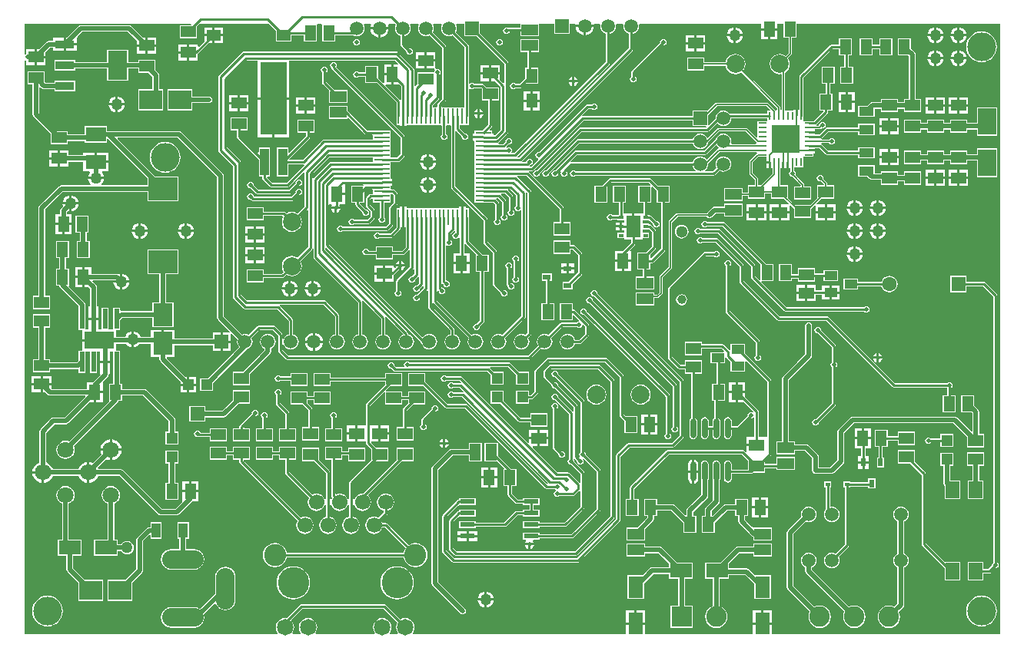
<source format=gtl>
G04 Layer_Physical_Order=1*
G04 Layer_Color=255*
%FSLAX25Y25*%
%MOIN*%
G70*
G01*
G75*
%ADD10R,0.03937X0.06299*%
%ADD11R,0.05000X0.06500*%
%ADD12R,0.06500X0.05000*%
%ADD13R,0.04724X0.04724*%
%ADD14R,0.03937X0.11811*%
%ADD15R,0.11811X0.31496*%
%ADD16R,0.04724X0.04724*%
%ADD17R,0.06299X0.05906*%
%ADD18R,0.05512X0.03937*%
%ADD19R,0.05906X0.04724*%
%ADD20R,0.03543X0.02362*%
%ADD21R,0.02362X0.03543*%
%ADD22R,0.07874X0.11811*%
%ADD23R,0.06457X0.03937*%
%ADD24R,0.12598X0.09843*%
%ADD25R,0.12205X0.12205*%
%ADD26R,0.03543X0.00945*%
%ADD27R,0.00945X0.03543*%
%ADD28O,0.02362X0.08661*%
%ADD29R,0.06496X0.02362*%
%ADD30R,0.00984X0.06890*%
%ADD31R,0.06890X0.00984*%
%ADD32R,0.05906X0.07284*%
%ADD33R,0.08465X0.12795*%
%ADD34R,0.08465X0.03740*%
%ADD35R,0.02362X0.08661*%
%ADD36R,0.12598X0.07677*%
%ADD37R,0.07284X0.04921*%
%ADD38R,0.04921X0.07284*%
%ADD39R,0.06457X0.09449*%
%ADD40R,0.09449X0.06457*%
%ADD41R,0.02323X0.01772*%
%ADD42R,0.09843X0.08465*%
%ADD43R,0.08465X0.09843*%
%ADD44R,0.04921X0.06299*%
%ADD45R,0.08858X0.06299*%
%ADD46R,0.05906X0.09449*%
%ADD47R,0.02362X0.01575*%
%ADD48C,0.01000*%
%ADD49C,0.02000*%
%ADD50C,0.00600*%
%ADD51C,0.07874*%
%ADD52C,0.03937*%
%ADD53C,0.05118*%
%ADD54C,0.05906*%
%ADD55R,0.05906X0.05906*%
%ADD56C,0.12500*%
%ADD57C,0.08858*%
%ADD58R,0.08858X0.08858*%
%ADD59C,0.06299*%
%ADD60R,0.06299X0.06299*%
%ADD61C,0.07087*%
%ADD62C,0.13583*%
%ADD63C,0.07165*%
%ADD64C,0.06693*%
%ADD65C,0.09567*%
%ADD66O,0.18000X0.08000*%
%ADD67O,0.08000X0.18000*%
%ADD68C,0.05000*%
%ADD69C,0.01969*%
G36*
X254684Y269500D02*
X254618Y269000D01*
X254734Y268125D01*
X255071Y267309D01*
X255609Y266609D01*
X256309Y266071D01*
X257082Y265751D01*
Y253380D01*
X217536Y213833D01*
X216487D01*
X216219Y214333D01*
X216304Y214460D01*
X216411Y215000D01*
X216304Y215540D01*
X215998Y215998D01*
X215540Y216304D01*
X215000Y216411D01*
X214460Y216304D01*
X214177Y216115D01*
X214131Y216127D01*
X213979Y216681D01*
X214905Y217607D01*
X215000Y217589D01*
X215540Y217696D01*
X215998Y218002D01*
X216304Y218460D01*
X216411Y219000D01*
X216304Y219540D01*
X215998Y219998D01*
X215540Y220304D01*
X215000Y220411D01*
X214460Y220304D01*
X214002Y219998D01*
X213696Y219540D01*
X213589Y219000D01*
X213608Y218905D01*
X212478Y217776D01*
X210763D01*
X210680Y217891D01*
X210574Y218276D01*
X214649Y222351D01*
X214848Y222649D01*
X214918Y223000D01*
Y253000D01*
X214848Y253351D01*
X214649Y253649D01*
X202353Y265945D01*
Y270000D01*
X219958D01*
Y268362D01*
X214445D01*
X214345Y268343D01*
X214000Y268411D01*
X213460Y268304D01*
X213002Y267998D01*
X212696Y267540D01*
X212589Y267000D01*
X212696Y266460D01*
X213002Y266002D01*
X213460Y265696D01*
X214000Y265589D01*
X214540Y265696D01*
X214998Y266002D01*
X215304Y266460D01*
X215317Y266527D01*
X219958D01*
Y264584D01*
X228042D01*
Y270000D01*
X234647D01*
Y265647D01*
X241353D01*
Y270000D01*
X243766D01*
X244095Y269624D01*
X244079Y269500D01*
X251921D01*
X251905Y269624D01*
X252234Y270000D01*
X254272D01*
X254684Y269500D01*
D02*
G37*
G36*
X334100Y263850D02*
X336286D01*
Y257296D01*
X335022Y256031D01*
X334687Y256288D01*
X333632Y256725D01*
X332500Y256874D01*
X331368Y256725D01*
X330313Y256288D01*
X329407Y255593D01*
X328712Y254687D01*
X328275Y253632D01*
X328126Y252500D01*
X328275Y251368D01*
X328712Y250313D01*
X329407Y249407D01*
X330313Y248712D01*
X331368Y248275D01*
X332500Y248126D01*
X332926Y248182D01*
X333302Y247852D01*
Y232968D01*
X333032Y232812D01*
X332761Y232968D01*
Y233740D01*
X332707Y234013D01*
X332552Y234245D01*
X316819Y249978D01*
X317076Y250313D01*
X317513Y251368D01*
X317662Y252500D01*
X317513Y253632D01*
X317076Y254687D01*
X316381Y255593D01*
X315475Y256288D01*
X314420Y256725D01*
X313287Y256874D01*
X312155Y256725D01*
X311100Y256288D01*
X310194Y255593D01*
X309499Y254687D01*
X309062Y253632D01*
X309007Y253214D01*
X299650D01*
Y255400D01*
X292350D01*
Y249600D01*
X299650D01*
Y251786D01*
X309007D01*
X309062Y251368D01*
X309499Y250313D01*
X310194Y249407D01*
X311100Y248712D01*
X312155Y248275D01*
X313287Y248126D01*
X314420Y248275D01*
X315475Y248712D01*
X315809Y248969D01*
X331333Y233444D01*
Y232758D01*
X330907Y232386D01*
X330583Y232426D01*
X327505Y235505D01*
X327273Y235659D01*
X327000Y235714D01*
X305000D01*
X304727Y235659D01*
X304495Y235505D01*
X301343Y232353D01*
X294647D01*
Y229918D01*
X247000D01*
X246903Y229898D01*
X246657Y230359D01*
X249380Y233082D01*
X250948D01*
X251002Y233002D01*
X251460Y232696D01*
X252000Y232589D01*
X252540Y232696D01*
X252998Y233002D01*
X253304Y233460D01*
X253411Y234000D01*
X253304Y234540D01*
X252998Y234998D01*
X252540Y235304D01*
X252000Y235411D01*
X251460Y235304D01*
X251002Y234998D01*
X250948Y234918D01*
X249000D01*
X248649Y234848D01*
X248351Y234649D01*
X228095Y214392D01*
X228000Y214411D01*
X227460Y214304D01*
X227002Y213998D01*
X226696Y213540D01*
X226589Y213000D01*
X226696Y212460D01*
X227002Y212002D01*
X227460Y211696D01*
X227653Y211658D01*
X227817Y211115D01*
X224636Y207933D01*
X224284D01*
X224260Y207949D01*
X224023Y208433D01*
X224170Y208622D01*
X224540Y208696D01*
X224998Y209002D01*
X225304Y209460D01*
X225411Y210000D01*
X225304Y210540D01*
X224998Y210998D01*
X224540Y211304D01*
X224000Y211411D01*
X223460Y211304D01*
X223002Y210998D01*
X222696Y210540D01*
X222589Y210000D01*
X222098Y209902D01*
X220889D01*
X220806Y210017D01*
X220700Y210402D01*
X268649Y258351D01*
X268848Y258649D01*
X268918Y259000D01*
Y265751D01*
X269691Y266071D01*
X270391Y266609D01*
X270929Y267309D01*
X271266Y268125D01*
X271382Y269000D01*
X271316Y269500D01*
X271728Y270000D01*
X324500D01*
Y268000D01*
X328000D01*
X331500D01*
Y270000D01*
X334100D01*
Y263850D01*
D02*
G37*
G36*
X195647Y264647D02*
X201055D01*
X213082Y252620D01*
Y244423D01*
X212582Y244215D01*
X211250Y245548D01*
Y248000D01*
X207500D01*
Y245000D01*
X209202D01*
X211482Y242720D01*
Y224043D01*
X209152Y221713D01*
X208394D01*
Y222287D01*
X207794D01*
Y223656D01*
X206792D01*
X206601Y224118D01*
X207649Y225166D01*
X207848Y225464D01*
X207918Y225815D01*
Y236600D01*
X210650D01*
Y242400D01*
X205398D01*
X204149Y243649D01*
X203851Y243848D01*
X203500Y243918D01*
X200052D01*
X199998Y243998D01*
X199540Y244304D01*
X199000Y244411D01*
X198460Y244304D01*
X198181Y244118D01*
X197681Y244350D01*
Y260236D01*
X197612Y260587D01*
X197413Y260885D01*
X191946Y266352D01*
X192266Y267125D01*
X192382Y268000D01*
X192266Y268875D01*
X192008Y269500D01*
X192273Y270000D01*
X195647D01*
Y264647D01*
D02*
G37*
G36*
X428000Y5000D02*
X329228D01*
Y9126D01*
X320772D01*
Y5000D01*
X274228D01*
Y9126D01*
X265772D01*
Y5000D01*
X173556D01*
X173309Y5500D01*
X173656Y5952D01*
X174057Y6921D01*
X174194Y7961D01*
X174057Y9000D01*
X173656Y9969D01*
X173018Y10801D01*
X172186Y11440D01*
X171217Y11841D01*
X170177Y11978D01*
X169138Y11841D01*
X168169Y11440D01*
X168071Y11365D01*
X161787Y17649D01*
X161489Y17848D01*
X161138Y17918D01*
X125000D01*
X124649Y17848D01*
X124351Y17649D01*
X118602Y11900D01*
X118012Y11978D01*
X116972Y11841D01*
X116003Y11440D01*
X115171Y10801D01*
X114533Y9969D01*
X114132Y9000D01*
X113995Y7961D01*
X114132Y6921D01*
X114533Y5952D01*
X114880Y5500D01*
X114633Y5000D01*
X5000D01*
Y254026D01*
X5500Y254280D01*
X5750Y254104D01*
Y252000D01*
X9500D01*
Y255500D01*
Y259000D01*
X5750D01*
Y256896D01*
X5500Y256720D01*
X5000Y256974D01*
Y270000D01*
X77056D01*
X77323Y269500D01*
X77256Y269400D01*
X72350D01*
Y263600D01*
X79650D01*
Y268852D01*
X80798Y270000D01*
X111017D01*
X113962Y267055D01*
Y262238D01*
X120668D01*
Y265082D01*
X126100D01*
Y262350D01*
X131900D01*
Y269650D01*
X132255Y270000D01*
X133745D01*
X134100Y269650D01*
Y262350D01*
X139900D01*
Y265082D01*
X147000D01*
X147234Y265129D01*
X147309Y265071D01*
X148125Y264734D01*
X149000Y264618D01*
X149875Y264734D01*
X150691Y265071D01*
X151391Y265609D01*
X151929Y266309D01*
X152267Y267125D01*
X152382Y268000D01*
X152267Y268875D01*
X152008Y269500D01*
X152273Y270000D01*
X155009D01*
X155343Y269500D01*
X155149Y269032D01*
X155079Y268500D01*
X159000D01*
X162921D01*
X162851Y269032D01*
X162657Y269500D01*
X162991Y270000D01*
X165702D01*
X166054Y269649D01*
X165734Y268875D01*
X165618Y268000D01*
X165734Y267125D01*
X166071Y266309D01*
X166609Y265609D01*
X167309Y265071D01*
X168082Y264751D01*
Y261000D01*
X168152Y260649D01*
X168351Y260351D01*
X170607Y258095D01*
X170589Y258000D01*
X170696Y257460D01*
X171002Y257002D01*
X171460Y256696D01*
X172000Y256589D01*
X172540Y256696D01*
X172998Y257002D01*
X173304Y257460D01*
X173411Y258000D01*
X173304Y258540D01*
X172998Y258998D01*
X172540Y259304D01*
X172000Y259411D01*
X171905Y259392D01*
X169918Y261380D01*
Y264751D01*
X170691Y265071D01*
X171391Y265609D01*
X171929Y266309D01*
X172266Y267125D01*
X172382Y268000D01*
X172266Y268875D01*
X172008Y269500D01*
X172273Y270000D01*
X175727D01*
X175992Y269500D01*
X175733Y268875D01*
X175618Y268000D01*
X175733Y267125D01*
X176071Y266309D01*
X176609Y265609D01*
X177309Y265071D01*
X178125Y264734D01*
X179000Y264618D01*
X179875Y264734D01*
X180649Y265054D01*
X186082Y259620D01*
Y237380D01*
X184304Y235602D01*
X184105Y235304D01*
X184035Y234953D01*
Y234228D01*
X183876Y233794D01*
X183535Y233794D01*
X182092Y233794D01*
X181933Y234228D01*
Y234636D01*
X184649Y237351D01*
X184848Y237649D01*
X184918Y238000D01*
Y247948D01*
X184998Y248002D01*
X185304Y248460D01*
X185411Y249000D01*
X185304Y249540D01*
X184998Y249998D01*
X184540Y250304D01*
X184000Y250411D01*
X183688Y250349D01*
X183318Y250661D01*
X183250Y250733D01*
X183250Y250749D01*
Y253500D01*
X179500D01*
Y250500D01*
X182807D01*
X182853Y250500D01*
X182872Y250437D01*
X182998Y249991D01*
X182696Y249540D01*
X182625Y249181D01*
X182589Y249000D01*
X182507Y248900D01*
X182220Y248900D01*
X175350D01*
Y243648D01*
X174559Y242857D01*
X174175Y242964D01*
X174059Y243046D01*
Y250121D01*
X173989Y250472D01*
X173791Y250770D01*
X166912Y257649D01*
X166614Y257848D01*
X166263Y257918D01*
X100000D01*
X99649Y257848D01*
X99351Y257649D01*
X89351Y247649D01*
X89152Y247351D01*
X89082Y247000D01*
Y215000D01*
X89152Y214649D01*
X89351Y214351D01*
X95482Y208220D01*
Y151337D01*
X95552Y150986D01*
X95751Y150688D01*
X100088Y146351D01*
X100386Y146152D01*
X100737Y146082D01*
X114620D01*
X119633Y141069D01*
Y135139D01*
X118860Y134818D01*
X118160Y134281D01*
X117623Y133581D01*
X117418Y133086D01*
X116918Y133185D01*
Y135000D01*
X116848Y135351D01*
X116649Y135649D01*
X113649Y138649D01*
X113351Y138848D01*
X113000Y138918D01*
X106661D01*
X106310Y138848D01*
X106013Y138649D01*
X102200Y134836D01*
X101426Y135156D01*
X100551Y135271D01*
X99676Y135156D01*
X99413Y135047D01*
X91427Y143032D01*
Y204000D01*
X91427Y204000D01*
X91319Y204546D01*
X91009Y205009D01*
X91009Y205009D01*
X73005Y223013D01*
X72542Y223323D01*
X71996Y223431D01*
X71996Y223431D01*
X41441D01*
X41441Y223431D01*
X41441Y223431D01*
X40829D01*
Y225553D01*
X31171D01*
Y221927D01*
X23650D01*
Y223400D01*
X19119D01*
X11427Y231091D01*
Y242401D01*
X11889Y242592D01*
X12546Y241936D01*
X12546Y241935D01*
X13009Y241626D01*
X13555Y241517D01*
X13555Y241517D01*
X17950D01*
Y240675D01*
X27215D01*
Y245215D01*
X17950D01*
Y244372D01*
X14146D01*
X13650Y244869D01*
Y249400D01*
X6350D01*
Y243600D01*
X8573D01*
Y230500D01*
X8573Y230500D01*
X8681Y229954D01*
X8991Y229491D01*
X16350Y222131D01*
Y217600D01*
X23650D01*
Y219073D01*
X31171D01*
Y218454D01*
X40829D01*
Y219890D01*
X41329Y220097D01*
X58301Y203125D01*
Y199872D01*
X38495D01*
X38325Y200372D01*
X38496Y200504D01*
X39057Y201235D01*
X39410Y202086D01*
X39464Y202500D01*
X32536D01*
X32590Y202086D01*
X32943Y201235D01*
X33504Y200504D01*
X33675Y200372D01*
X33505Y199872D01*
X20945D01*
X20399Y199764D01*
X19936Y199454D01*
X19936Y199454D01*
X11491Y191009D01*
X11181Y190546D01*
X11073Y190000D01*
X11073Y190000D01*
Y151900D01*
X8850D01*
Y146100D01*
X16150D01*
Y151900D01*
X13927D01*
Y189409D01*
X21536Y197018D01*
X58301D01*
Y193124D01*
X71699D01*
Y203766D01*
X61697D01*
X45349Y220115D01*
X45540Y220577D01*
X71405D01*
X88573Y203409D01*
Y142441D01*
X88573Y142441D01*
X88681Y141895D01*
X88991Y141432D01*
X94080Y136343D01*
X93873Y135843D01*
X91051D01*
Y132390D01*
X94504D01*
Y135211D01*
X95004Y135418D01*
X97394Y133028D01*
X97285Y132765D01*
X97170Y131890D01*
X97285Y131015D01*
X97623Y130199D01*
X98142Y129523D01*
X84680Y116061D01*
X81175D01*
Y110537D01*
X86699D01*
Y114043D01*
X101258Y128601D01*
X101426Y128623D01*
X102242Y128961D01*
X102942Y129499D01*
X103480Y130199D01*
X103818Y131015D01*
X103933Y131890D01*
X103818Y132765D01*
X103497Y133538D01*
X107042Y137082D01*
X112620D01*
X115082Y134620D01*
Y128000D01*
X115152Y127649D01*
X115351Y127351D01*
X118351Y124351D01*
X118649Y124152D01*
X119000Y124082D01*
X223661D01*
X224013Y124152D01*
X224310Y124351D01*
X228903Y128944D01*
X229676Y128623D01*
X230551Y128508D01*
X231426Y128623D01*
X232242Y128961D01*
X232942Y129499D01*
X233480Y130199D01*
X233818Y131015D01*
X233933Y131890D01*
X233818Y132765D01*
X233497Y133538D01*
X238346Y138386D01*
X244488D01*
X244542Y138306D01*
X245000Y138000D01*
X245540Y137893D01*
X246080Y138000D01*
X246538Y138306D01*
X246844Y138764D01*
X246908Y139087D01*
X247428Y139274D01*
X248082Y138620D01*
Y135380D01*
X245510Y132807D01*
X243800D01*
X243480Y133581D01*
X242942Y134281D01*
X242242Y134818D01*
X241426Y135156D01*
X240551Y135271D01*
X239676Y135156D01*
X238860Y134818D01*
X238160Y134281D01*
X237623Y133581D01*
X237285Y132765D01*
X237170Y131890D01*
X237285Y131015D01*
X237623Y130199D01*
X238160Y129499D01*
X238860Y128961D01*
X239676Y128623D01*
X240551Y128508D01*
X241426Y128623D01*
X242242Y128961D01*
X242942Y129499D01*
X243480Y130199D01*
X243800Y130972D01*
X245890D01*
X246241Y131042D01*
X246539Y131241D01*
X249649Y134351D01*
X249848Y134649D01*
X249918Y135000D01*
Y139000D01*
X249848Y139351D01*
X249649Y139649D01*
X243649Y145649D01*
X243351Y145848D01*
X243000Y145918D01*
X242900D01*
Y148650D01*
X237100D01*
Y141350D01*
X242900D01*
Y143149D01*
X243362Y143340D01*
X245510Y141192D01*
X245323Y140672D01*
X245000Y140608D01*
X244542Y140302D01*
X244488Y140222D01*
X237965D01*
X237614Y140152D01*
X237316Y139953D01*
X232200Y134836D01*
X231426Y135156D01*
X230551Y135271D01*
X229676Y135156D01*
X228860Y134818D01*
X228160Y134281D01*
X227623Y133581D01*
X227285Y132765D01*
X227169Y131890D01*
X227285Y131015D01*
X227605Y130241D01*
X223281Y125918D01*
X119380D01*
X116918Y128380D01*
Y130594D01*
X117418Y130694D01*
X117623Y130199D01*
X118160Y129499D01*
X118860Y128961D01*
X119676Y128623D01*
X120551Y128508D01*
X121426Y128623D01*
X122242Y128961D01*
X122942Y129499D01*
X123480Y130199D01*
X123818Y131015D01*
X123933Y131890D01*
X123818Y132765D01*
X123480Y133581D01*
X122942Y134281D01*
X122242Y134818D01*
X121469Y135139D01*
Y141449D01*
X121399Y141800D01*
X121200Y142098D01*
X115715Y147582D01*
X115766Y147851D01*
X115900Y148082D01*
X134620D01*
X139634Y143069D01*
Y135139D01*
X138860Y134818D01*
X138160Y134281D01*
X137623Y133581D01*
X137285Y132765D01*
X137170Y131890D01*
X137285Y131015D01*
X137623Y130199D01*
X138160Y129499D01*
X138860Y128961D01*
X139676Y128623D01*
X140551Y128508D01*
X141426Y128623D01*
X142242Y128961D01*
X142942Y129499D01*
X143480Y130199D01*
X143818Y131015D01*
X143933Y131890D01*
X143818Y132765D01*
X143480Y133581D01*
X142942Y134281D01*
X142242Y134818D01*
X141469Y135139D01*
Y143449D01*
X141399Y143800D01*
X141200Y144098D01*
X135649Y149649D01*
X135351Y149848D01*
X135000Y149918D01*
X101380D01*
X98918Y152380D01*
Y210000D01*
X98848Y210351D01*
X98649Y210649D01*
X92918Y216380D01*
Y245620D01*
X101380Y254082D01*
X106095D01*
Y238059D01*
X119905D01*
Y254082D01*
X165620D01*
X166990Y252712D01*
X166799Y252250D01*
X165000D01*
Y248000D01*
Y243750D01*
X167452D01*
X168287Y242915D01*
Y237200D01*
X168172Y237117D01*
X167787Y237011D01*
X161510Y243288D01*
X161701Y243750D01*
X164000D01*
Y247500D01*
X161000D01*
Y244451D01*
X160538Y244260D01*
X158400Y246398D01*
Y251650D01*
X152600D01*
Y248918D01*
X150052D01*
X149998Y248998D01*
X149540Y249304D01*
X149000Y249411D01*
X148460Y249304D01*
X148002Y248998D01*
X147696Y248540D01*
X147589Y248000D01*
X147696Y247460D01*
X148002Y247002D01*
X148460Y246696D01*
X149000Y246589D01*
X149540Y246696D01*
X149998Y247002D01*
X150052Y247082D01*
X152600D01*
Y244350D01*
X157852D01*
X166319Y235884D01*
Y229949D01*
X166344Y229821D01*
Y226104D01*
X167713D01*
Y225504D01*
X168705D01*
Y229949D01*
X169705D01*
Y225504D01*
X170697D01*
Y226104D01*
X172065D01*
Y226104D01*
X172250D01*
X172250Y226104D01*
X174034Y226104D01*
X174534Y226104D01*
X176002Y226104D01*
X176502Y226104D01*
X177971Y226104D01*
X178471Y226104D01*
X179939Y226104D01*
X180439Y226104D01*
X181908Y226104D01*
X182408Y226104D01*
X183876Y226104D01*
X184376Y226104D01*
X185845Y226104D01*
X186004Y225670D01*
Y221999D01*
X186002Y221998D01*
X185696Y221540D01*
X185589Y221000D01*
X185696Y220460D01*
X186002Y220002D01*
X186460Y219696D01*
X187000Y219589D01*
X187540Y219696D01*
X187998Y220002D01*
X188304Y220460D01*
X188411Y221000D01*
X188304Y221540D01*
X187998Y221998D01*
X187839Y222104D01*
Y225670D01*
X187998Y226104D01*
X188339Y226104D01*
X189782Y226104D01*
X189941Y225670D01*
Y199142D01*
X190010Y198791D01*
X190209Y198493D01*
X204082Y184620D01*
Y175000D01*
X204152Y174649D01*
X204351Y174351D01*
X208082Y170620D01*
Y157000D01*
X208152Y156649D01*
X208351Y156351D01*
X211608Y153095D01*
X211589Y153000D01*
X211696Y152460D01*
X212002Y152002D01*
X212460Y151696D01*
X213000Y151589D01*
X213540Y151696D01*
X213998Y152002D01*
X214304Y152460D01*
X214411Y153000D01*
X214304Y153540D01*
X213998Y153998D01*
X213540Y154304D01*
X213000Y154411D01*
X212905Y154393D01*
X209918Y157380D01*
Y171000D01*
X209848Y171351D01*
X209649Y171649D01*
X205918Y175380D01*
Y185000D01*
X205848Y185351D01*
X205649Y185649D01*
X191776Y199522D01*
Y223237D01*
X191891Y223320D01*
X192276Y223426D01*
X194607Y221095D01*
X194589Y221000D01*
X194696Y220460D01*
X195002Y220002D01*
X195460Y219696D01*
X196000Y219589D01*
X196540Y219696D01*
X196998Y220002D01*
X197304Y220460D01*
X197411Y221000D01*
X197304Y221540D01*
X196998Y221998D01*
X196540Y222304D01*
X196000Y222411D01*
X195905Y222393D01*
X193744Y224553D01*
Y225670D01*
X193903Y226104D01*
X194244Y226104D01*
X195687Y226104D01*
X196187Y226104D01*
X197656D01*
Y229821D01*
X197681Y229949D01*
Y241650D01*
X198181Y241882D01*
X198460Y241696D01*
X199000Y241589D01*
X199540Y241696D01*
X199998Y242002D01*
X200052Y242082D01*
X203120D01*
X203350Y241852D01*
Y236600D01*
X206082D01*
Y226195D01*
X203543Y223656D01*
X200104D01*
Y222287D01*
X199504D01*
Y221295D01*
X203949D01*
Y220295D01*
X199504D01*
Y219303D01*
X199750D01*
X200104Y218950D01*
X200104Y217935D01*
X200104Y217435D01*
X200104Y215966D01*
X200104Y215466D01*
Y213998D01*
X200104D01*
Y213813D01*
X200104D01*
Y212345D01*
X200104Y212029D01*
X200104D01*
Y211845D01*
X200104Y211845D01*
X200104Y210061D01*
X200104Y209561D01*
X200104Y208092D01*
X200104Y207592D01*
X200104Y206124D01*
X200104Y205624D01*
X200104Y204155D01*
X200104Y203655D01*
X200104Y202187D01*
X200104Y201687D01*
X200104Y200218D01*
X200104Y199718D01*
X200104Y198250D01*
X200104Y197750D01*
X200104Y196281D01*
X200104Y195781D01*
X200104Y194313D01*
X200104Y193813D01*
Y192344D01*
X203821D01*
X203949Y192319D01*
X208384D01*
X209082Y191620D01*
Y185052D01*
X209002Y184998D01*
X208696Y184540D01*
X208589Y184000D01*
X208696Y183460D01*
X209002Y183002D01*
X209460Y182696D01*
X210000Y182589D01*
X210540Y182696D01*
X210998Y183002D01*
X211304Y183460D01*
X211411Y184000D01*
X211304Y184540D01*
X210998Y184998D01*
X210918Y185052D01*
Y192000D01*
X210848Y192351D01*
X210649Y192649D01*
X209511Y193787D01*
X209617Y194172D01*
X209700Y194287D01*
X210415D01*
X212082Y192620D01*
Y187052D01*
X212002Y186998D01*
X211696Y186540D01*
X211589Y186000D01*
X211696Y185460D01*
X212002Y185002D01*
X212460Y184696D01*
X213000Y184589D01*
X213540Y184696D01*
X213998Y185002D01*
X214304Y185460D01*
X214411Y186000D01*
X214304Y186540D01*
X213998Y186998D01*
X213918Y187052D01*
Y193000D01*
X213848Y193351D01*
X213649Y193649D01*
X211542Y195756D01*
X211649Y196140D01*
X211731Y196256D01*
X213447D01*
X215082Y194620D01*
Y189052D01*
X215002Y188998D01*
X214696Y188540D01*
X214589Y188000D01*
X214696Y187460D01*
X215002Y187002D01*
X215460Y186696D01*
X216000Y186589D01*
X216540Y186696D01*
X216998Y187002D01*
X217304Y187460D01*
X217411Y188000D01*
X217304Y188540D01*
X216998Y188998D01*
X216918Y189052D01*
Y195000D01*
X216848Y195351D01*
X216649Y195649D01*
X214574Y197724D01*
X214680Y198109D01*
X214763Y198224D01*
X215478D01*
X218082Y195620D01*
Y191052D01*
X218002Y190998D01*
X217696Y190540D01*
X217589Y190000D01*
X217696Y189460D01*
X218002Y189002D01*
X218460Y188696D01*
X219000Y188589D01*
X219540Y188696D01*
X219982Y188992D01*
X220077Y188973D01*
X220482Y188827D01*
Y143119D01*
X212200Y134836D01*
X211426Y135156D01*
X210551Y135271D01*
X209676Y135156D01*
X208860Y134818D01*
X208160Y134281D01*
X207623Y133581D01*
X207285Y132765D01*
X207170Y131890D01*
X207285Y131015D01*
X207623Y130199D01*
X208160Y129499D01*
X208860Y128961D01*
X209676Y128623D01*
X210551Y128508D01*
X211426Y128623D01*
X212242Y128961D01*
X212942Y129499D01*
X213480Y130199D01*
X213818Y131015D01*
X213933Y131890D01*
X213818Y132765D01*
X213497Y133538D01*
X222049Y142090D01*
X222248Y142387D01*
X222318Y142739D01*
Y196600D01*
X222300Y196690D01*
X222715Y196905D01*
X223082Y196609D01*
Y135719D01*
X222200Y134836D01*
X221426Y135156D01*
X220551Y135271D01*
X219676Y135156D01*
X218860Y134818D01*
X218160Y134281D01*
X217623Y133581D01*
X217285Y132765D01*
X217169Y131890D01*
X217285Y131015D01*
X217623Y130199D01*
X218160Y129499D01*
X218860Y128961D01*
X219676Y128623D01*
X220551Y128508D01*
X221426Y128623D01*
X222242Y128961D01*
X222942Y129499D01*
X223480Y130199D01*
X223818Y131015D01*
X223933Y131890D01*
X223818Y132765D01*
X223497Y133538D01*
X224649Y134690D01*
X224848Y134987D01*
X224918Y135339D01*
Y197000D01*
X224848Y197351D01*
X224649Y197649D01*
X218668Y203630D01*
X218775Y204014D01*
X218857Y204130D01*
X222573D01*
X237082Y189620D01*
Y183900D01*
X234350D01*
Y178100D01*
X241650D01*
Y183900D01*
X238918D01*
Y190000D01*
X238848Y190351D01*
X238649Y190649D01*
X223700Y205598D01*
X223806Y205983D01*
X223889Y206098D01*
X225016D01*
X225367Y206168D01*
X225665Y206367D01*
X247380Y228082D01*
X294647D01*
Y225647D01*
X300446D01*
X300682Y225147D01*
X300502Y224918D01*
X246000D01*
X245649Y224848D01*
X245351Y224649D01*
X227095Y206393D01*
X227000Y206411D01*
X226460Y206304D01*
X226002Y205998D01*
X225696Y205540D01*
X225589Y205000D01*
X225696Y204460D01*
X226002Y204002D01*
X226460Y203696D01*
X227000Y203589D01*
X227540Y203696D01*
X227998Y204002D01*
X228304Y204460D01*
X228411Y205000D01*
X228393Y205095D01*
X246380Y223082D01*
X301000D01*
X301351Y223152D01*
X301649Y223351D01*
X305036Y226738D01*
X305535Y226705D01*
X305609Y226609D01*
X306309Y226071D01*
X307125Y225734D01*
X308000Y225618D01*
X308875Y225734D01*
X309691Y226071D01*
X310391Y226609D01*
X310929Y227309D01*
X311266Y228125D01*
X311382Y229000D01*
X311489Y229122D01*
X327238D01*
Y228219D01*
X327152Y227848D01*
X326782Y227762D01*
X322789D01*
Y226294D01*
X322789Y226017D01*
X322789Y225517D01*
X322789Y224049D01*
X322789Y223549D01*
X322789Y222080D01*
X322789Y221580D01*
Y220874D01*
X322327Y220682D01*
X318505Y224505D01*
X318273Y224659D01*
X318000Y224714D01*
X306000D01*
X305727Y224659D01*
X305495Y224505D01*
X301467Y220477D01*
X300977Y220574D01*
X300929Y220691D01*
X300391Y221391D01*
X299691Y221929D01*
X298875Y222266D01*
X298000Y222382D01*
X297125Y222266D01*
X296309Y221929D01*
X295609Y221391D01*
X295071Y220691D01*
X294751Y219918D01*
X245000D01*
X244649Y219848D01*
X244351Y219649D01*
X231095Y206393D01*
X231000Y206411D01*
X230460Y206304D01*
X230002Y205998D01*
X229696Y205540D01*
X229589Y205000D01*
X229696Y204460D01*
X230002Y204002D01*
X230460Y203696D01*
X231000Y203589D01*
X231540Y203696D01*
X231998Y204002D01*
X232304Y204460D01*
X232411Y205000D01*
X232393Y205095D01*
X245380Y218082D01*
X294751D01*
X295071Y217309D01*
X295609Y216609D01*
X296309Y216071D01*
X297125Y215734D01*
X298000Y215618D01*
X298875Y215734D01*
X299691Y216071D01*
X300391Y216609D01*
X300929Y217309D01*
X301266Y218125D01*
X301297Y218357D01*
X301505Y218495D01*
X306296Y223286D01*
X317704D01*
X322480Y218511D01*
X322515Y218488D01*
X322568Y218198D01*
X322212Y217761D01*
X311590D01*
X311284Y218261D01*
X311382Y219000D01*
X311266Y219875D01*
X310929Y220691D01*
X310391Y221391D01*
X309691Y221929D01*
X308875Y222266D01*
X308000Y222382D01*
X307125Y222266D01*
X306309Y221929D01*
X305609Y221391D01*
X305071Y220691D01*
X304734Y219875D01*
X304732Y219864D01*
X304649Y219848D01*
X304351Y219649D01*
X299620Y214918D01*
X244000D01*
X243649Y214848D01*
X243351Y214649D01*
X235095Y206393D01*
X235000Y206411D01*
X234460Y206304D01*
X234002Y205998D01*
X233696Y205540D01*
X233589Y205000D01*
X233696Y204460D01*
X234002Y204002D01*
X234460Y203696D01*
X235000Y203589D01*
X235540Y203696D01*
X235998Y204002D01*
X236304Y204460D01*
X236411Y205000D01*
X236392Y205095D01*
X237236Y205939D01*
X237780Y205776D01*
X237798Y205692D01*
X237696Y205540D01*
X237589Y205000D01*
X237696Y204460D01*
X238002Y204002D01*
X238460Y203696D01*
X239000Y203589D01*
X239540Y203696D01*
X239998Y204002D01*
X240304Y204460D01*
X240411Y205000D01*
X240304Y205540D01*
X240117Y205820D01*
X242479Y208182D01*
X294752D01*
X295072Y207408D01*
X295610Y206708D01*
X295988Y206418D01*
X295818Y205918D01*
X244052D01*
X243998Y205998D01*
X243540Y206304D01*
X243000Y206411D01*
X242460Y206304D01*
X242002Y205998D01*
X241696Y205540D01*
X241589Y205000D01*
X241696Y204460D01*
X242002Y204002D01*
X242460Y203696D01*
X243000Y203589D01*
X243540Y203696D01*
X243998Y204002D01*
X244052Y204082D01*
X303902D01*
X304253Y204152D01*
X304551Y204351D01*
X306352Y206153D01*
X307126Y205833D01*
X308001Y205717D01*
X308876Y205833D01*
X309692Y206171D01*
X310392Y206708D01*
X310930Y207408D01*
X311267Y208224D01*
X311383Y209099D01*
X311267Y209974D01*
X310930Y210790D01*
X310392Y211490D01*
X309692Y212028D01*
X308876Y212366D01*
X308001Y212481D01*
X307126Y212366D01*
X306310Y212028D01*
X305610Y211490D01*
X305072Y210790D01*
X304734Y209974D01*
X304619Y209099D01*
X304734Y208224D01*
X305055Y207451D01*
X303522Y205918D01*
X300184D01*
X300014Y206418D01*
X300392Y206708D01*
X300930Y207408D01*
X301267Y208224D01*
X301383Y209099D01*
X301351Y209341D01*
X306374Y214365D01*
X322252D01*
X322633Y213945D01*
X322606Y213615D01*
X319495Y210505D01*
X319341Y210273D01*
X319286Y210000D01*
Y205000D01*
X319341Y204727D01*
X319495Y204495D01*
X321786Y202204D01*
Y199900D01*
X318850D01*
Y196659D01*
X316542D01*
Y198805D01*
X308458D01*
Y193084D01*
X316542D01*
Y195231D01*
X318850D01*
Y194100D01*
X326150D01*
Y196286D01*
X328850D01*
Y194100D01*
X334391D01*
X336491Y192000D01*
X336284Y191500D01*
X333000D01*
Y188500D01*
X336750D01*
Y191033D01*
X337250Y191241D01*
X338850Y189641D01*
Y185600D01*
X346150D01*
Y189641D01*
X347750Y191241D01*
X348250Y191033D01*
Y188500D01*
X352000D01*
Y191500D01*
X348716D01*
X348509Y192000D01*
X350609Y194100D01*
X356150D01*
Y199900D01*
X353214D01*
Y200500D01*
X353159Y200773D01*
X353005Y201005D01*
X351345Y202665D01*
X351411Y203000D01*
X351304Y203540D01*
X350998Y203998D01*
X350540Y204304D01*
X350000Y204411D01*
X349460Y204304D01*
X349002Y203998D01*
X348696Y203540D01*
X348589Y203000D01*
X348696Y202460D01*
X349002Y202002D01*
X349460Y201696D01*
X350000Y201589D01*
X350335Y201655D01*
X351591Y200400D01*
X351384Y199900D01*
X348850D01*
Y194359D01*
X345891Y191400D01*
X339109D01*
X336150Y194359D01*
Y199900D01*
X332761D01*
Y207189D01*
X333516D01*
Y209961D01*
X334516D01*
Y207189D01*
X335484D01*
Y209961D01*
X336484D01*
Y207189D01*
X337239D01*
Y206156D01*
X337002Y205998D01*
X336696Y205540D01*
X336589Y205000D01*
X336696Y204460D01*
X337002Y204002D01*
X337460Y203696D01*
X337878Y203613D01*
X341591Y199900D01*
X341384Y199400D01*
X338850D01*
Y193600D01*
X346150D01*
Y199400D01*
X343214D01*
Y200000D01*
X343159Y200273D01*
X343005Y200505D01*
X339202Y204307D01*
X339304Y204460D01*
X339411Y205000D01*
X339304Y205540D01*
X338998Y205998D01*
X338667Y206220D01*
Y207505D01*
X339049Y207789D01*
X339325Y207789D01*
X340794Y207789D01*
X341294Y207789D01*
X342762D01*
Y211782D01*
X342848Y212152D01*
X343218Y212238D01*
X347211D01*
Y213606D01*
X347811D01*
Y214579D01*
X345039D01*
Y215579D01*
X347811D01*
Y216130D01*
X349573D01*
X352351Y213351D01*
X352649Y213152D01*
X353000Y213082D01*
X366372D01*
Y211490D01*
X373628D01*
Y216227D01*
X366372D01*
Y214918D01*
X353380D01*
X350602Y217696D01*
X350443Y217802D01*
X350595Y218302D01*
X353801D01*
X354002Y218002D01*
X354460Y217696D01*
X355000Y217589D01*
X355540Y217696D01*
X355998Y218002D01*
X356304Y218460D01*
X356411Y219000D01*
X356304Y219540D01*
X355998Y219998D01*
X355540Y220304D01*
X355000Y220411D01*
X354460Y220304D01*
X354002Y219998D01*
X353823Y219729D01*
X350626D01*
X350475Y220230D01*
X350633Y220335D01*
X353380Y223082D01*
X366372D01*
Y221773D01*
X373628D01*
Y226510D01*
X366372D01*
Y224918D01*
X353000D01*
X352649Y224848D01*
X352351Y224649D01*
X349604Y221902D01*
X347811D01*
Y222453D01*
X345039D01*
Y223453D01*
X347811D01*
Y224207D01*
X349921D01*
X350194Y224262D01*
X350426Y224417D01*
X350665Y224655D01*
X351000Y224589D01*
X351540Y224696D01*
X351998Y225002D01*
X352304Y225460D01*
X352411Y226000D01*
X352304Y226540D01*
X351998Y226998D01*
X351540Y227304D01*
X351000Y227411D01*
X350460Y227304D01*
X350002Y226998D01*
X349696Y226540D01*
X349589Y226000D01*
X349151Y225635D01*
X348532D01*
X348380Y226135D01*
X348539Y226241D01*
X353149Y230851D01*
X353348Y231149D01*
X353418Y231500D01*
Y232350D01*
X355400D01*
Y239650D01*
X354418D01*
Y243850D01*
X356400D01*
Y251150D01*
X350600D01*
Y243850D01*
X352582D01*
Y239650D01*
X349600D01*
Y232350D01*
X351510D01*
X351552Y231850D01*
X347510Y227807D01*
X345039D01*
X344812Y227762D01*
X343218D01*
X342848Y227848D01*
X342762Y228219D01*
Y229812D01*
X342807Y230039D01*
Y246510D01*
X355380Y259082D01*
X358100D01*
Y256350D01*
X360582D01*
Y251150D01*
X358600D01*
Y243850D01*
X364400D01*
Y251150D01*
X362418D01*
Y256350D01*
X363900D01*
Y263650D01*
X358100D01*
Y260918D01*
X355000D01*
X354649Y260848D01*
X354351Y260649D01*
X341241Y247539D01*
X341042Y247241D01*
X340972Y246890D01*
Y232811D01*
X340421D01*
Y230039D01*
X339421D01*
Y232811D01*
X338449D01*
Y232565D01*
X338095Y232211D01*
X337080Y232211D01*
X336580Y232211D01*
X335112Y232211D01*
X334730Y232495D01*
Y248744D01*
X335593Y249407D01*
X336288Y250313D01*
X336725Y251368D01*
X336874Y252500D01*
X336725Y253632D01*
X336288Y254687D01*
X336031Y255022D01*
X337505Y256495D01*
X337659Y256727D01*
X337714Y257000D01*
Y263850D01*
X339900D01*
Y270000D01*
X428000D01*
Y5000D01*
D02*
G37*
G36*
X185992Y269500D02*
X185733Y268875D01*
X185618Y268000D01*
X185733Y267125D01*
X186071Y266309D01*
X186609Y265609D01*
X187309Y265071D01*
X188125Y264734D01*
X189000Y264618D01*
X189875Y264734D01*
X190648Y265054D01*
X195846Y259856D01*
Y234228D01*
X195687Y233794D01*
X195346Y233794D01*
X193903Y233794D01*
X193403Y233794D01*
X191935Y233794D01*
X191435Y233794D01*
X189966Y233794D01*
X189466Y233794D01*
X187998Y233794D01*
X187498Y233794D01*
X186029Y233794D01*
X185870Y234228D01*
Y234573D01*
X187649Y236351D01*
X187848Y236649D01*
X187918Y237000D01*
Y260000D01*
X187848Y260351D01*
X187649Y260649D01*
X181946Y266352D01*
X182266Y267125D01*
X182382Y268000D01*
X182266Y268875D01*
X182008Y269500D01*
X182273Y270000D01*
X185727D01*
X185992Y269500D01*
D02*
G37*
G36*
X328318Y232673D02*
X328126Y232211D01*
X327238D01*
Y230957D01*
X310724D01*
X310391Y231391D01*
X309691Y231929D01*
X308875Y232266D01*
X308000Y232382D01*
X307125Y232266D01*
X306309Y231929D01*
X305609Y231391D01*
X305071Y230691D01*
X304734Y229875D01*
X304618Y229000D01*
X304628Y228926D01*
X301815Y226112D01*
X301353Y226304D01*
Y230343D01*
X305296Y234286D01*
X326704D01*
X328318Y232673D01*
D02*
G37*
G36*
X264684Y269500D02*
X264618Y269000D01*
X264734Y268125D01*
X265071Y267309D01*
X265609Y266609D01*
X266309Y266071D01*
X267082Y265751D01*
Y259380D01*
X219573Y211870D01*
X218855D01*
X218787Y211963D01*
X218668Y212370D01*
X258649Y252351D01*
X258848Y252649D01*
X258918Y253000D01*
Y265751D01*
X259691Y266071D01*
X260391Y266609D01*
X260929Y267309D01*
X261266Y268125D01*
X261382Y269000D01*
X261316Y269500D01*
X261728Y270000D01*
X264272D01*
X264684Y269500D01*
D02*
G37*
G36*
X305177Y217172D02*
X305609Y216609D01*
X306041Y216277D01*
X306044Y216242D01*
X305898Y215757D01*
X305806Y215738D01*
X305574Y215583D01*
X301133Y211142D01*
X300634Y211175D01*
X300392Y211490D01*
X299692Y212028D01*
X298876Y212366D01*
X298001Y212481D01*
X297126Y212366D01*
X296310Y212028D01*
X295610Y211490D01*
X295072Y210790D01*
X294752Y210017D01*
X242099D01*
X242002Y209998D01*
X241756Y210458D01*
X244380Y213082D01*
X300000D01*
X300351Y213152D01*
X300649Y213351D01*
X304596Y217298D01*
X305177Y217172D01*
D02*
G37*
G36*
X326638Y210461D02*
X328110D01*
Y209961D01*
X328610D01*
Y207189D01*
X329365D01*
Y204874D01*
X324391Y199900D01*
X323214D01*
Y202500D01*
X323159Y202773D01*
X323005Y203005D01*
X320714Y205296D01*
Y209704D01*
X323247Y212238D01*
X326638D01*
Y210461D01*
D02*
G37*
G36*
X166773Y10067D02*
X166698Y9969D01*
X166297Y9000D01*
X166160Y7961D01*
X166297Y6921D01*
X166698Y5952D01*
X167045Y5500D01*
X166799Y5000D01*
X163556D01*
X163309Y5500D01*
X163656Y5952D01*
X164057Y6921D01*
X164194Y7961D01*
X164057Y9000D01*
X163656Y9969D01*
X163018Y10801D01*
X162186Y11440D01*
X161217Y11841D01*
X160177Y11978D01*
X159137Y11841D01*
X158169Y11440D01*
X157337Y10801D01*
X156698Y9969D01*
X156297Y9000D01*
X156160Y7961D01*
X156297Y6921D01*
X156698Y5952D01*
X157045Y5500D01*
X156799Y5000D01*
X131390D01*
X131144Y5500D01*
X131491Y5952D01*
X131892Y6921D01*
X132029Y7961D01*
X131892Y9000D01*
X131491Y9969D01*
X130852Y10801D01*
X130020Y11440D01*
X129051Y11841D01*
X128012Y11978D01*
X126972Y11841D01*
X126003Y11440D01*
X125171Y10801D01*
X124533Y9969D01*
X124132Y9000D01*
X123995Y7961D01*
X124132Y6921D01*
X124533Y5952D01*
X124880Y5500D01*
X124633Y5000D01*
X121390D01*
X121144Y5500D01*
X121491Y5952D01*
X121892Y6921D01*
X122029Y7961D01*
X121892Y9000D01*
X121491Y9969D01*
X120852Y10801D01*
X120727Y10897D01*
X120694Y11396D01*
X125380Y16082D01*
X160758D01*
X166773Y10067D01*
D02*
G37*
%LPC*%
G36*
X251921Y268500D02*
X248500D01*
Y265079D01*
X249032Y265149D01*
X249993Y265547D01*
X250819Y266181D01*
X251453Y267007D01*
X251851Y267968D01*
X251921Y268500D01*
D02*
G37*
G36*
X247500D02*
X244079D01*
X244149Y267968D01*
X244547Y267007D01*
X245181Y266181D01*
X246007Y265547D01*
X246968Y265149D01*
X247500Y265079D01*
Y268500D01*
D02*
G37*
G36*
X211000Y263411D02*
X210460Y263304D01*
X210002Y262998D01*
X209696Y262540D01*
X209589Y262000D01*
X209696Y261460D01*
X210002Y261002D01*
X210460Y260696D01*
X211000Y260589D01*
X211540Y260696D01*
X211998Y261002D01*
X212304Y261460D01*
X212411Y262000D01*
X212304Y262540D01*
X211998Y262998D01*
X211540Y263304D01*
X211000Y263411D01*
D02*
G37*
G36*
X243500Y246924D02*
Y245500D01*
X244924D01*
X244869Y245774D01*
X244431Y246431D01*
X243774Y246869D01*
X243500Y246924D01*
D02*
G37*
G36*
X242500D02*
X242226Y246869D01*
X241569Y246431D01*
X241131Y245774D01*
X241076Y245500D01*
X242500D01*
Y246924D01*
D02*
G37*
G36*
X228042Y263416D02*
X219958D01*
Y257695D01*
X223082D01*
Y250963D01*
X222139D01*
Y246437D01*
X219620Y243918D01*
X218052D01*
X217998Y243998D01*
X217540Y244304D01*
X217000Y244411D01*
X216460Y244304D01*
X216002Y243998D01*
X215696Y243540D01*
X215589Y243000D01*
X215696Y242460D01*
X216002Y242002D01*
X216460Y241696D01*
X217000Y241589D01*
X217540Y241696D01*
X217998Y242002D01*
X218052Y242082D01*
X220000D01*
X220351Y242152D01*
X220649Y242351D01*
X222162Y243864D01*
X227861D01*
Y250963D01*
X224918D01*
Y257695D01*
X228042D01*
Y263416D01*
D02*
G37*
G36*
X244924Y244500D02*
X243500D01*
Y243076D01*
X243774Y243131D01*
X244431Y243569D01*
X244869Y244226D01*
X244924Y244500D01*
D02*
G37*
G36*
X242500D02*
X241076D01*
X241131Y244226D01*
X241569Y243569D01*
X242226Y243131D01*
X242500Y243076D01*
Y244500D01*
D02*
G37*
G36*
X228461Y240736D02*
X225500D01*
Y237087D01*
X228461D01*
Y240736D01*
D02*
G37*
G36*
X224500D02*
X221539D01*
Y237087D01*
X224500D01*
Y240736D01*
D02*
G37*
G36*
X228461Y236087D02*
X225500D01*
Y232437D01*
X228461D01*
Y236087D01*
D02*
G37*
G36*
X224500D02*
X221539D01*
Y232437D01*
X224500D01*
Y236087D01*
D02*
G37*
G36*
X313500Y268464D02*
Y265500D01*
X316464D01*
X316410Y265914D01*
X316057Y266765D01*
X315496Y267496D01*
X314765Y268057D01*
X313914Y268410D01*
X313500Y268464D01*
D02*
G37*
G36*
X312500D02*
X312086Y268410D01*
X311235Y268057D01*
X310504Y267496D01*
X309943Y266765D01*
X309590Y265914D01*
X309536Y265500D01*
X312500D01*
Y268464D01*
D02*
G37*
G36*
X331500Y267000D02*
X328500D01*
Y263250D01*
X331500D01*
Y267000D01*
D02*
G37*
G36*
X327500D02*
X324500D01*
Y263250D01*
X327500D01*
Y267000D01*
D02*
G37*
G36*
X300250Y265000D02*
X296500D01*
Y262000D01*
X300250D01*
Y265000D01*
D02*
G37*
G36*
X295500D02*
X291750D01*
Y262000D01*
X295500D01*
Y265000D01*
D02*
G37*
G36*
X316464Y264500D02*
X313500D01*
Y261536D01*
X313914Y261590D01*
X314765Y261943D01*
X315496Y262504D01*
X316057Y263235D01*
X316410Y264086D01*
X316464Y264500D01*
D02*
G37*
G36*
X312500D02*
X309536D01*
X309590Y264086D01*
X309943Y263235D01*
X310504Y262504D01*
X311235Y261943D01*
X312086Y261590D01*
X312500Y261536D01*
Y264500D01*
D02*
G37*
G36*
X282000Y263411D02*
X281460Y263304D01*
X281002Y262998D01*
X280696Y262540D01*
X280589Y262000D01*
X280608Y261905D01*
X268351Y249649D01*
X268152Y249351D01*
X268082Y249000D01*
Y247052D01*
X268002Y246998D01*
X267696Y246540D01*
X267589Y246000D01*
X267696Y245460D01*
X268002Y245002D01*
X268460Y244696D01*
X269000Y244589D01*
X269540Y244696D01*
X269998Y245002D01*
X270304Y245460D01*
X270411Y246000D01*
X270304Y246540D01*
X269998Y246998D01*
X269918Y247052D01*
Y248620D01*
X281905Y260608D01*
X282000Y260589D01*
X282540Y260696D01*
X282998Y261002D01*
X283304Y261460D01*
X283411Y262000D01*
X283304Y262540D01*
X282998Y262998D01*
X282540Y263304D01*
X282000Y263411D01*
D02*
G37*
G36*
X300250Y261000D02*
X296500D01*
Y258000D01*
X300250D01*
Y261000D01*
D02*
G37*
G36*
X295500D02*
X291750D01*
Y258000D01*
X295500D01*
Y261000D01*
D02*
G37*
G36*
X211250Y252000D02*
X207500D01*
Y249000D01*
X211250D01*
Y252000D01*
D02*
G37*
G36*
X206500D02*
X202750D01*
Y249000D01*
X206500D01*
Y252000D01*
D02*
G37*
G36*
Y248000D02*
X202750D01*
Y245000D01*
X206500D01*
Y248000D01*
D02*
G37*
G36*
X90953Y268362D02*
X87500D01*
Y265500D01*
X90953D01*
Y268362D01*
D02*
G37*
G36*
X86500D02*
X83047D01*
Y265500D01*
X86500D01*
Y268362D01*
D02*
G37*
G36*
X410500Y268464D02*
Y265500D01*
X413464D01*
X413410Y265914D01*
X413057Y266765D01*
X412496Y267496D01*
X411765Y268057D01*
X410914Y268410D01*
X410500Y268464D01*
D02*
G37*
G36*
X409500D02*
X409086Y268410D01*
X408235Y268057D01*
X407504Y267496D01*
X406943Y266765D01*
X406590Y265914D01*
X406536Y265500D01*
X409500D01*
Y268464D01*
D02*
G37*
G36*
X400500D02*
Y265500D01*
X403464D01*
X403410Y265914D01*
X403057Y266765D01*
X402496Y267496D01*
X401765Y268057D01*
X400914Y268410D01*
X400500Y268464D01*
D02*
G37*
G36*
X399500D02*
X399086Y268410D01*
X398235Y268057D01*
X397504Y267496D01*
X396943Y266765D01*
X396590Y265914D01*
X396536Y265500D01*
X399500D01*
Y268464D01*
D02*
G37*
G36*
X158500Y267500D02*
X155079D01*
X155149Y266968D01*
X155547Y266007D01*
X156181Y265181D01*
X157007Y264547D01*
X157968Y264149D01*
X158500Y264079D01*
Y267500D01*
D02*
G37*
G36*
X162921D02*
X159500D01*
Y264079D01*
X160032Y264149D01*
X160993Y264547D01*
X161819Y265181D01*
X162453Y266007D01*
X162851Y266968D01*
X162921Y267500D01*
D02*
G37*
G36*
X22083Y263925D02*
X17350D01*
Y262483D01*
X15555D01*
X15555Y262483D01*
X15009Y262374D01*
X14546Y262065D01*
X14546Y262064D01*
X11481Y259000D01*
X10500D01*
Y256000D01*
X14250D01*
Y257731D01*
X16146Y259628D01*
X17350D01*
Y258185D01*
X22083D01*
Y261055D01*
Y263925D01*
D02*
G37*
G36*
X90953Y264500D02*
X87500D01*
Y261638D01*
X90953D01*
Y264500D01*
D02*
G37*
G36*
X413464Y264500D02*
X410500D01*
Y261536D01*
X410914Y261590D01*
X411765Y261943D01*
X412496Y262504D01*
X413057Y263235D01*
X413410Y264086D01*
X413464Y264500D01*
D02*
G37*
G36*
X409500D02*
X406536D01*
X406590Y264086D01*
X406943Y263235D01*
X407504Y262504D01*
X408235Y261943D01*
X409086Y261590D01*
X409500Y261536D01*
Y264500D01*
D02*
G37*
G36*
X403464D02*
X400500D01*
Y261536D01*
X400914Y261590D01*
X401765Y261943D01*
X402496Y262504D01*
X403057Y263235D01*
X403410Y264086D01*
X403464Y264500D01*
D02*
G37*
G36*
X399500D02*
X396536D01*
X396590Y264086D01*
X396943Y263235D01*
X397504Y262504D01*
X398235Y261943D01*
X399086Y261590D01*
X399500Y261536D01*
Y264500D01*
D02*
G37*
G36*
X62250Y264000D02*
X58500D01*
Y261000D01*
X62250D01*
Y264000D01*
D02*
G37*
G36*
X50500Y269427D02*
X50500Y269427D01*
X29528D01*
X28981Y269319D01*
X28518Y269009D01*
X28518Y269009D01*
X23434Y263925D01*
X23083D01*
Y261555D01*
X27815D01*
Y263925D01*
X27815Y263925D01*
X27815D01*
X27938Y264392D01*
X30119Y266573D01*
X49909D01*
X53750Y262731D01*
Y261000D01*
X57500D01*
Y264000D01*
X56519D01*
X51509Y269009D01*
X51046Y269319D01*
X50500Y269427D01*
D02*
G37*
G36*
X381400Y263650D02*
X375600D01*
Y260918D01*
X372900D01*
Y263650D01*
X367100D01*
Y256350D01*
X372900D01*
Y259082D01*
X375600D01*
Y256350D01*
X381400D01*
Y263650D01*
D02*
G37*
G36*
X149000Y263411D02*
X148460Y263304D01*
X148002Y262998D01*
X147696Y262540D01*
X147589Y262000D01*
X147696Y261460D01*
X148002Y261002D01*
X148460Y260696D01*
X149000Y260589D01*
X149540Y260696D01*
X149998Y261002D01*
X150304Y261460D01*
X150411Y262000D01*
X150304Y262540D01*
X149998Y262998D01*
X149540Y263304D01*
X149000Y263411D01*
D02*
G37*
G36*
X86500Y264500D02*
X83047D01*
Y262345D01*
X80712Y260010D01*
X80250Y260201D01*
Y261000D01*
X76500D01*
Y257500D01*
Y254000D01*
X80250D01*
Y256952D01*
X84935Y261638D01*
X86500D01*
Y264500D01*
D02*
G37*
G36*
X27815Y260555D02*
X23083D01*
Y258185D01*
X27815D01*
Y260555D01*
D02*
G37*
G36*
X75500Y261000D02*
X71750D01*
Y258000D01*
X75500D01*
Y261000D01*
D02*
G37*
G36*
X62250Y260000D02*
X58500D01*
Y257000D01*
X62250D01*
Y260000D01*
D02*
G37*
G36*
X57500D02*
X53750D01*
Y257000D01*
X57500D01*
Y260000D01*
D02*
G37*
G36*
X410500Y258464D02*
Y255500D01*
X413464D01*
X413410Y255914D01*
X413057Y256765D01*
X412496Y257496D01*
X411765Y258057D01*
X410914Y258410D01*
X410500Y258464D01*
D02*
G37*
G36*
X409500D02*
X409086Y258410D01*
X408235Y258057D01*
X407504Y257496D01*
X406943Y256765D01*
X406590Y255914D01*
X406536Y255500D01*
X409500D01*
Y258464D01*
D02*
G37*
G36*
X400500D02*
Y255500D01*
X403464D01*
X403410Y255914D01*
X403057Y256765D01*
X402496Y257496D01*
X401765Y258057D01*
X400914Y258410D01*
X400500Y258464D01*
D02*
G37*
G36*
X399500D02*
X399086Y258410D01*
X398235Y258057D01*
X397504Y257496D01*
X396943Y256765D01*
X396590Y255914D01*
X396536Y255500D01*
X399500D01*
Y258464D01*
D02*
G37*
G36*
X183250Y257500D02*
X179500D01*
Y254500D01*
X183250D01*
Y257500D01*
D02*
G37*
G36*
X178500D02*
X174750D01*
Y254500D01*
X178500D01*
Y257500D01*
D02*
G37*
G36*
X75500Y257000D02*
X71750D01*
Y254000D01*
X75500D01*
Y257000D01*
D02*
G37*
G36*
X50050Y258798D02*
X40785D01*
Y253427D01*
X27215D01*
Y254270D01*
X17950D01*
Y249730D01*
X27215D01*
Y250573D01*
X40785D01*
Y245202D01*
X50050D01*
Y250573D01*
X54350D01*
Y248600D01*
X58881D01*
X60573Y246909D01*
Y241632D01*
X54379D01*
Y232368D01*
X65022D01*
Y241632D01*
X63427D01*
Y247500D01*
X63319Y248046D01*
X63009Y248509D01*
X63009Y248509D01*
X61650Y249869D01*
Y254400D01*
X54350D01*
Y253427D01*
X50050D01*
Y258798D01*
D02*
G37*
G36*
X420000Y266682D02*
X418696Y266554D01*
X417443Y266174D01*
X416288Y265556D01*
X415275Y264725D01*
X414444Y263712D01*
X413827Y262557D01*
X413446Y261304D01*
X413318Y260000D01*
X413446Y258696D01*
X413827Y257443D01*
X414444Y256288D01*
X415275Y255275D01*
X416288Y254444D01*
X417443Y253826D01*
X418696Y253446D01*
X420000Y253318D01*
X421304Y253446D01*
X422557Y253826D01*
X423712Y254444D01*
X424725Y255275D01*
X425556Y256288D01*
X426173Y257443D01*
X426554Y258696D01*
X426682Y260000D01*
X426554Y261304D01*
X426173Y262557D01*
X425556Y263712D01*
X424725Y264725D01*
X423712Y265556D01*
X422557Y266174D01*
X421304Y266554D01*
X420000Y266682D01*
D02*
G37*
G36*
X14250Y255000D02*
X10500D01*
Y252000D01*
X14250D01*
Y255000D01*
D02*
G37*
G36*
X413464Y254500D02*
X410500D01*
Y251536D01*
X410914Y251590D01*
X411765Y251943D01*
X412496Y252504D01*
X413057Y253235D01*
X413410Y254086D01*
X413464Y254500D01*
D02*
G37*
G36*
X409500D02*
X406536D01*
X406590Y254086D01*
X406943Y253235D01*
X407504Y252504D01*
X408235Y251943D01*
X409086Y251590D01*
X409500Y251536D01*
Y254500D01*
D02*
G37*
G36*
X403464D02*
X400500D01*
Y251536D01*
X400914Y251590D01*
X401765Y251943D01*
X402496Y252504D01*
X403057Y253235D01*
X403410Y254086D01*
X403464Y254500D01*
D02*
G37*
G36*
X399500D02*
X396536D01*
X396590Y254086D01*
X396943Y253235D01*
X397504Y252504D01*
X398235Y251943D01*
X399086Y251590D01*
X399500Y251536D01*
Y254500D01*
D02*
G37*
G36*
X178500Y253500D02*
X174750D01*
Y250500D01*
X178500D01*
Y253500D01*
D02*
G37*
G36*
X164000Y252250D02*
X161000D01*
Y248500D01*
X164000D01*
Y252250D01*
D02*
G37*
G36*
X365000Y240250D02*
X362000D01*
Y236500D01*
X365000D01*
Y240250D01*
D02*
G37*
G36*
X361000D02*
X358000D01*
Y236500D01*
X361000D01*
Y240250D01*
D02*
G37*
G36*
X102250Y239000D02*
X98500D01*
Y236000D01*
X102250D01*
Y239000D01*
D02*
G37*
G36*
X97500D02*
X93750D01*
Y236000D01*
X97500D01*
Y239000D01*
D02*
G37*
G36*
X389400Y263650D02*
X383600D01*
Y256350D01*
X388131D01*
X388573Y255909D01*
Y237400D01*
X386350D01*
Y235927D01*
X383650D01*
Y237400D01*
X376350D01*
Y235927D01*
X372642D01*
X372642Y235927D01*
X372095Y235819D01*
X371632Y235509D01*
X370350Y234227D01*
X366372D01*
Y229490D01*
X373628D01*
Y233073D01*
X376350D01*
Y231600D01*
X383650D01*
Y233073D01*
X386350D01*
Y231600D01*
X393650D01*
Y237400D01*
X391427D01*
Y256500D01*
X391427Y256500D01*
X391319Y257046D01*
X391009Y257509D01*
X391009Y257509D01*
X389400Y259119D01*
Y263650D01*
D02*
G37*
G36*
X135000Y251411D02*
X134460Y251304D01*
X134002Y250998D01*
X133696Y250540D01*
X133589Y250000D01*
X133696Y249460D01*
X134002Y249002D01*
X134082Y248948D01*
Y244445D01*
X134152Y244094D01*
X134351Y243796D01*
X136958Y241189D01*
Y235584D01*
X145042D01*
Y241305D01*
X139437D01*
X135918Y244825D01*
Y248948D01*
X135998Y249002D01*
X136304Y249460D01*
X136411Y250000D01*
X136304Y250540D01*
X135998Y250998D01*
X135540Y251304D01*
X135000Y251411D01*
D02*
G37*
G36*
X45500Y238464D02*
Y235500D01*
X48464D01*
X48410Y235914D01*
X48057Y236765D01*
X47496Y237496D01*
X46765Y238057D01*
X45914Y238410D01*
X45500Y238464D01*
D02*
G37*
G36*
X44500D02*
X44086Y238410D01*
X43235Y238057D01*
X42504Y237496D01*
X41943Y236765D01*
X41590Y235914D01*
X41536Y235500D01*
X44500D01*
Y238464D01*
D02*
G37*
G36*
X131250Y238000D02*
X127500D01*
Y235000D01*
X131250D01*
Y238000D01*
D02*
G37*
G36*
X126500D02*
X122750D01*
Y235000D01*
X126500D01*
Y238000D01*
D02*
G37*
G36*
X414250D02*
X410500D01*
Y235000D01*
X414250D01*
Y238000D01*
D02*
G37*
G36*
X409500D02*
X405750D01*
Y235000D01*
X409500D01*
Y238000D01*
D02*
G37*
G36*
X404250D02*
X400500D01*
Y235000D01*
X404250D01*
Y238000D01*
D02*
G37*
G36*
X399500D02*
X395750D01*
Y235000D01*
X399500D01*
Y238000D01*
D02*
G37*
G36*
X77621Y241632D02*
X66978D01*
Y232368D01*
X77621D01*
Y235573D01*
X85000D01*
X85546Y235681D01*
X86009Y235991D01*
X86319Y236454D01*
X86427Y237000D01*
X86319Y237546D01*
X86009Y238009D01*
X85546Y238319D01*
X85000Y238427D01*
X77621D01*
Y241632D01*
D02*
G37*
G36*
X102250Y235000D02*
X98500D01*
Y232000D01*
X102250D01*
Y235000D01*
D02*
G37*
G36*
X97500D02*
X93750D01*
Y232000D01*
X97500D01*
Y235000D01*
D02*
G37*
G36*
X365000Y235500D02*
X362000D01*
Y231750D01*
X365000D01*
Y235500D01*
D02*
G37*
G36*
X361000D02*
X358000D01*
Y231750D01*
X361000D01*
Y235500D01*
D02*
G37*
G36*
X48464Y234500D02*
X45500D01*
Y231536D01*
X45914Y231590D01*
X46765Y231943D01*
X47496Y232504D01*
X48057Y233235D01*
X48410Y234086D01*
X48464Y234500D01*
D02*
G37*
G36*
X44500D02*
X41536D01*
X41590Y234086D01*
X41943Y233235D01*
X42504Y232504D01*
X43235Y231943D01*
X44086Y231590D01*
X44500Y231536D01*
Y234500D01*
D02*
G37*
G36*
X202500Y232924D02*
Y231500D01*
X203924D01*
X203869Y231774D01*
X203431Y232431D01*
X202774Y232869D01*
X202500Y232924D01*
D02*
G37*
G36*
X201500D02*
X201226Y232869D01*
X200569Y232431D01*
X200131Y231774D01*
X200076Y231500D01*
X201500D01*
Y232924D01*
D02*
G37*
G36*
X414250Y234000D02*
X410500D01*
Y231000D01*
X414250D01*
Y234000D01*
D02*
G37*
G36*
X409500D02*
X405750D01*
Y231000D01*
X409500D01*
Y234000D01*
D02*
G37*
G36*
X404250D02*
X400500D01*
Y231000D01*
X404250D01*
Y234000D01*
D02*
G37*
G36*
X399500D02*
X395750D01*
Y231000D01*
X399500D01*
Y234000D01*
D02*
G37*
G36*
X131250Y234000D02*
X127500D01*
Y231000D01*
X131250D01*
Y234000D01*
D02*
G37*
G36*
X126500D02*
X122750D01*
Y231000D01*
X126500D01*
Y234000D01*
D02*
G37*
G36*
X203924Y230500D02*
X202500D01*
Y229076D01*
X202774Y229131D01*
X203431Y229569D01*
X203869Y230226D01*
X203924Y230500D01*
D02*
G37*
G36*
X201500D02*
X200076D01*
X200131Y230226D01*
X200569Y229569D01*
X201226Y229131D01*
X201500Y229076D01*
Y230500D01*
D02*
G37*
G36*
X426837Y233805D02*
X418163D01*
Y226927D01*
X413650D01*
Y228400D01*
X406350D01*
Y226927D01*
X403650D01*
Y228400D01*
X396350D01*
Y226927D01*
X393650D01*
Y228400D01*
X386350D01*
Y222600D01*
X393650D01*
Y224073D01*
X396350D01*
Y222600D01*
X403650D01*
Y224073D01*
X406350D01*
Y222600D01*
X413650D01*
Y224073D01*
X418163D01*
Y221195D01*
X426837D01*
Y233805D01*
D02*
G37*
G36*
X384250Y229000D02*
X380500D01*
Y226000D01*
X384250D01*
Y229000D01*
D02*
G37*
G36*
X379500D02*
X375750D01*
Y226000D01*
X379500D01*
Y229000D01*
D02*
G37*
G36*
X384250Y225000D02*
X380500D01*
Y222000D01*
X384250D01*
Y225000D01*
D02*
G37*
G36*
X379500D02*
X375750D01*
Y222000D01*
X379500D01*
Y225000D01*
D02*
G37*
G36*
X119905Y237059D02*
X113500D01*
Y220811D01*
X119905D01*
Y237059D01*
D02*
G37*
G36*
X112500D02*
X106095D01*
Y220811D01*
X112500D01*
Y237059D01*
D02*
G37*
G36*
X426837Y216089D02*
X418163D01*
Y213427D01*
X413650D01*
Y214900D01*
X406350D01*
Y213427D01*
X403650D01*
Y214900D01*
X396350D01*
Y213427D01*
X393650D01*
Y214900D01*
X386350D01*
Y209100D01*
X393650D01*
Y210573D01*
X396350D01*
Y209100D01*
X403650D01*
Y210573D01*
X406350D01*
Y209100D01*
X413650D01*
Y210573D01*
X418163D01*
Y203478D01*
X426837D01*
Y216089D01*
D02*
G37*
G36*
X384250Y215500D02*
X380500D01*
Y212500D01*
X384250D01*
Y215500D01*
D02*
G37*
G36*
X379500D02*
X375750D01*
Y212500D01*
X379500D01*
Y215500D01*
D02*
G37*
G36*
X19500Y215000D02*
X15750D01*
Y212000D01*
X19500D01*
Y215000D01*
D02*
G37*
G36*
X139000Y253411D02*
X138460Y253304D01*
X138002Y252998D01*
X137696Y252540D01*
X137589Y252000D01*
X137696Y251460D01*
X138002Y251002D01*
X138095Y250940D01*
X138152Y250654D01*
X138351Y250357D01*
X148337Y240370D01*
X148348Y240354D01*
X168082Y220620D01*
Y213380D01*
X166573Y211870D01*
X164330D01*
X163896Y212029D01*
X163896Y212370D01*
Y213813D01*
X163896D01*
Y213998D01*
X163896Y213998D01*
X163896Y215782D01*
X163896Y216282D01*
X163896Y217750D01*
X163896Y218250D01*
X163896Y219719D01*
X163896Y220219D01*
X163896Y221687D01*
X163896Y222187D01*
Y223656D01*
X160179D01*
X160051Y223681D01*
X153616D01*
X145094Y232204D01*
X145042Y232239D01*
Y234416D01*
X136958D01*
Y228695D01*
X145042D01*
Y229007D01*
X145504Y229199D01*
X152587Y222115D01*
X152885Y221916D01*
X153236Y221846D01*
X155772D01*
X156206Y221687D01*
X156206Y221346D01*
X156206Y219903D01*
X155772Y219744D01*
X134827D01*
X134476Y219674D01*
X134178Y219476D01*
X125620Y210918D01*
X119860D01*
X119652Y211418D01*
X128649Y220414D01*
X128848Y220712D01*
X128918Y221063D01*
Y222600D01*
X130650D01*
Y228400D01*
X123350D01*
Y222600D01*
X127082D01*
Y221443D01*
X119767Y214128D01*
X119306Y214319D01*
Y216305D01*
X114568D01*
Y203695D01*
X119306D01*
Y209082D01*
X126000D01*
X126097Y209102D01*
X126343Y208641D01*
X118620Y200918D01*
X112380D01*
X110103Y203194D01*
X110277Y203695D01*
X111432D01*
Y216305D01*
X106694D01*
Y214319D01*
X106233Y214128D01*
X98918Y221443D01*
Y223600D01*
X101650D01*
Y229400D01*
X94350D01*
Y223600D01*
X97082D01*
Y221063D01*
X97152Y220712D01*
X97351Y220414D01*
X106694Y211071D01*
Y203695D01*
X108145D01*
Y202937D01*
X108215Y202586D01*
X108414Y202288D01*
X111351Y199351D01*
X111649Y199152D01*
X112000Y199082D01*
X119000D01*
X119351Y199152D01*
X119649Y199351D01*
X125998Y205700D01*
X126482Y205477D01*
Y190780D01*
X123359Y187657D01*
X123187Y187788D01*
X122132Y188225D01*
X121000Y188374D01*
X119868Y188225D01*
X118813Y187788D01*
X118641Y187657D01*
X118149Y188149D01*
X117851Y188348D01*
X117500Y188418D01*
X108650D01*
Y190400D01*
X101350D01*
Y184600D01*
X108650D01*
Y186582D01*
X116885D01*
X117045Y186389D01*
X117178Y186107D01*
X116775Y185132D01*
X116626Y184000D01*
X116775Y182868D01*
X117212Y181813D01*
X117907Y180907D01*
X118813Y180212D01*
X119868Y179775D01*
X121000Y179626D01*
X122132Y179775D01*
X123187Y180212D01*
X124093Y180907D01*
X124788Y181813D01*
X125225Y182868D01*
X125374Y184000D01*
X125225Y185132D01*
X124788Y186187D01*
X124657Y186359D01*
X127582Y189285D01*
X128082Y189077D01*
Y173168D01*
X123359Y168444D01*
X123187Y168576D01*
X122132Y169013D01*
X121000Y169162D01*
X119868Y169013D01*
X118813Y168576D01*
X117907Y167881D01*
X117212Y166975D01*
X116775Y165920D01*
X116626Y164787D01*
X116775Y163655D01*
X117212Y162600D01*
X117343Y162428D01*
X116332Y161418D01*
X108650D01*
Y163400D01*
X101350D01*
Y157600D01*
X108650D01*
Y159582D01*
X116713D01*
X117064Y159652D01*
X117361Y159851D01*
X118641Y161131D01*
X118813Y160999D01*
X119868Y160562D01*
X121000Y160413D01*
X122132Y160562D01*
X123187Y160999D01*
X124093Y161694D01*
X124788Y162600D01*
X125225Y163655D01*
X125374Y164787D01*
X125225Y165920D01*
X124788Y166975D01*
X124657Y167146D01*
X129649Y172139D01*
X129782Y172338D01*
X130282Y172253D01*
Y168800D01*
X130352Y168449D01*
X130551Y168151D01*
X149634Y149069D01*
Y135139D01*
X148860Y134818D01*
X148160Y134281D01*
X147623Y133581D01*
X147285Y132765D01*
X147169Y131890D01*
X147285Y131015D01*
X147623Y130199D01*
X148160Y129499D01*
X148860Y128961D01*
X149676Y128623D01*
X150551Y128508D01*
X151426Y128623D01*
X152242Y128961D01*
X152942Y129499D01*
X153480Y130199D01*
X153818Y131015D01*
X153933Y131890D01*
X153818Y132765D01*
X153480Y133581D01*
X152942Y134281D01*
X152242Y134818D01*
X151469Y135139D01*
Y149449D01*
X151450Y149546D01*
X151910Y149792D01*
X159634Y142069D01*
Y135139D01*
X158860Y134818D01*
X158160Y134281D01*
X157623Y133581D01*
X157285Y132765D01*
X157169Y131890D01*
X157285Y131015D01*
X157623Y130199D01*
X158160Y129499D01*
X158860Y128961D01*
X159676Y128623D01*
X160551Y128508D01*
X161426Y128623D01*
X162242Y128961D01*
X162942Y129499D01*
X163480Y130199D01*
X163818Y131015D01*
X163933Y131890D01*
X163818Y132765D01*
X163480Y133581D01*
X162942Y134281D01*
X162242Y134818D01*
X161469Y135139D01*
Y142449D01*
X161450Y142546D01*
X161910Y142792D01*
X169266Y135436D01*
X169168Y134946D01*
X168860Y134818D01*
X168160Y134281D01*
X167623Y133581D01*
X167285Y132765D01*
X167169Y131890D01*
X167285Y131015D01*
X167623Y130199D01*
X168160Y129499D01*
X168860Y128961D01*
X169676Y128623D01*
X170551Y128508D01*
X171426Y128623D01*
X172242Y128961D01*
X172942Y129499D01*
X173480Y130199D01*
X173818Y131015D01*
X173933Y131890D01*
X173818Y132765D01*
X173480Y133581D01*
X172942Y134281D01*
X172242Y134818D01*
X171469Y135139D01*
Y135449D01*
X171399Y135800D01*
X171200Y136098D01*
X135318Y171980D01*
Y172678D01*
X135818Y172885D01*
X177224Y131479D01*
X177285Y131015D01*
X177623Y130199D01*
X178160Y129499D01*
X178860Y128961D01*
X179676Y128623D01*
X180551Y128508D01*
X181426Y128623D01*
X182242Y128961D01*
X182942Y129499D01*
X183480Y130199D01*
X183818Y131015D01*
X183933Y131890D01*
X183818Y132765D01*
X183480Y133581D01*
X182942Y134281D01*
X182242Y134818D01*
X181426Y135156D01*
X180551Y135271D01*
X179676Y135156D01*
X178860Y134818D01*
X178160Y134281D01*
X177894Y133935D01*
X177395Y133902D01*
X136918Y174380D01*
Y191284D01*
X137000Y191750D01*
X138216D01*
X138449Y191250D01*
X138131Y190774D01*
X138076Y190500D01*
X141924D01*
X141869Y190774D01*
X141551Y191250D01*
X141784Y191750D01*
X144000D01*
Y195500D01*
X140500D01*
Y196500D01*
X144000D01*
Y200193D01*
X151711D01*
X151928Y199693D01*
X151888Y199650D01*
X146600D01*
Y192350D01*
X148582D01*
Y191500D01*
X148652Y191149D01*
X148851Y190851D01*
X151608Y188095D01*
X151589Y188000D01*
X151696Y187460D01*
X152002Y187002D01*
X152460Y186696D01*
X153000Y186589D01*
X153540Y186696D01*
X153998Y187002D01*
X154304Y187460D01*
X154411Y188000D01*
X154304Y188540D01*
X153998Y188998D01*
X153540Y189304D01*
X153000Y189411D01*
X152905Y189392D01*
X150448Y191850D01*
X150490Y192350D01*
X152400D01*
Y197102D01*
X153522Y198224D01*
X155772D01*
X156206Y198065D01*
X156206Y197724D01*
X156206Y196281D01*
X155772Y196122D01*
X155205D01*
X154854Y196053D01*
X154556Y195854D01*
X153351Y194649D01*
X153152Y194351D01*
X153082Y194000D01*
Y191000D01*
X153152Y190649D01*
X153351Y190351D01*
X155082Y188620D01*
Y186380D01*
X153620Y184918D01*
X148052D01*
X147998Y184998D01*
X147540Y185304D01*
X147000Y185411D01*
X146460Y185304D01*
X146002Y184998D01*
X145696Y184540D01*
X145589Y184000D01*
X145696Y183460D01*
X146002Y183002D01*
X146460Y182696D01*
X147000Y182589D01*
X147540Y182696D01*
X147998Y183002D01*
X148052Y183082D01*
X154000D01*
X154351Y183152D01*
X154649Y183351D01*
X156649Y185351D01*
X156848Y185649D01*
X156918Y186000D01*
Y189000D01*
X156848Y189351D01*
X156649Y189649D01*
X154918Y191380D01*
Y193620D01*
X155585Y194287D01*
X155772D01*
X156206Y194128D01*
X156206Y193787D01*
Y192344D01*
X159134D01*
Y186086D01*
X159002Y185998D01*
X158696Y185540D01*
X158589Y185000D01*
X158696Y184460D01*
X159002Y184002D01*
X159460Y183696D01*
X160000Y183589D01*
X160540Y183696D01*
X160998Y184002D01*
X161304Y184460D01*
X161411Y185000D01*
X161304Y185540D01*
X160998Y185998D01*
X160969Y186018D01*
Y192344D01*
X163896D01*
X163896Y194128D01*
X163896Y194628D01*
X163896Y196097D01*
X164330Y196256D01*
X164447D01*
X165082Y195620D01*
Y192380D01*
X163351Y190649D01*
X163152Y190351D01*
X163082Y190000D01*
Y183380D01*
X161620Y181918D01*
X143052D01*
X142998Y181998D01*
X142540Y182304D01*
X142000Y182411D01*
X141460Y182304D01*
X141002Y181998D01*
X140696Y181540D01*
X140589Y181000D01*
X140696Y180460D01*
X141002Y180002D01*
X141460Y179696D01*
X142000Y179589D01*
X142540Y179696D01*
X142998Y180002D01*
X143052Y180082D01*
X162000D01*
X162351Y180152D01*
X162649Y180351D01*
X164649Y182351D01*
X164848Y182649D01*
X164918Y183000D01*
Y189620D01*
X166649Y191351D01*
X166848Y191649D01*
X166918Y192000D01*
Y196000D01*
X166848Y196351D01*
X166649Y196649D01*
X165476Y197822D01*
X165178Y198021D01*
X164827Y198091D01*
X164330D01*
X163896Y198250D01*
X163896Y198591D01*
Y199618D01*
X164496D01*
Y200610D01*
X160051D01*
Y201610D01*
X164496D01*
Y202602D01*
X163896D01*
Y203971D01*
X163896D01*
Y204155D01*
X163896D01*
Y205939D01*
X163896D01*
Y206124D01*
X163896D01*
Y207908D01*
X163896D01*
Y208092D01*
X163896D01*
X163896Y209876D01*
X164330Y210035D01*
X166953D01*
X167304Y210105D01*
X167602Y210304D01*
X169649Y212351D01*
X169848Y212649D01*
X169918Y213000D01*
Y221000D01*
X169848Y221351D01*
X169649Y221649D01*
X149660Y241638D01*
X149649Y241654D01*
X140120Y251184D01*
X140304Y251460D01*
X140411Y252000D01*
X140304Y252540D01*
X139998Y252998D01*
X139540Y253304D01*
X139000Y253411D01*
D02*
G37*
G36*
X180500Y213464D02*
Y210500D01*
X183464D01*
X183410Y210914D01*
X183057Y211765D01*
X182496Y212496D01*
X181765Y213057D01*
X180914Y213410D01*
X180500Y213464D01*
D02*
G37*
G36*
X179500D02*
X179086Y213410D01*
X178235Y213057D01*
X177504Y212496D01*
X176943Y211765D01*
X176590Y210914D01*
X176536Y210500D01*
X179500D01*
Y213464D01*
D02*
G37*
G36*
X41429Y214146D02*
X36500D01*
Y210496D01*
X41429D01*
Y214146D01*
D02*
G37*
G36*
X384250Y211500D02*
X380500D01*
Y208500D01*
X384250D01*
Y211500D01*
D02*
G37*
G36*
X379500D02*
X375750D01*
Y208500D01*
X379500D01*
Y211500D01*
D02*
G37*
G36*
X19500Y211000D02*
X15750D01*
Y208000D01*
X19500D01*
Y211000D01*
D02*
G37*
G36*
X183464Y209500D02*
X180500D01*
Y206536D01*
X180914Y206590D01*
X181765Y206943D01*
X182496Y207504D01*
X183057Y208235D01*
X183410Y209086D01*
X183464Y209500D01*
D02*
G37*
G36*
X179500D02*
X176536D01*
X176590Y209086D01*
X176943Y208235D01*
X177504Y207504D01*
X178235Y206943D01*
X179086Y206590D01*
X179500Y206536D01*
Y209500D01*
D02*
G37*
G36*
X66000Y218682D02*
X64696Y218554D01*
X63443Y218174D01*
X62288Y217556D01*
X61275Y216725D01*
X60444Y215712D01*
X59826Y214557D01*
X59446Y213304D01*
X59318Y212000D01*
X59446Y210696D01*
X59826Y209443D01*
X60444Y208288D01*
X61275Y207275D01*
X62288Y206444D01*
X63443Y205826D01*
X64696Y205446D01*
X66000Y205318D01*
X67304Y205446D01*
X68557Y205826D01*
X69712Y206444D01*
X70725Y207275D01*
X71556Y208288D01*
X72174Y209443D01*
X72554Y210696D01*
X72682Y212000D01*
X72554Y213304D01*
X72174Y214557D01*
X71556Y215712D01*
X70725Y216725D01*
X69712Y217556D01*
X68557Y218174D01*
X67304Y218554D01*
X66000Y218682D01*
D02*
G37*
G36*
X414250Y206500D02*
X410500D01*
Y203500D01*
X414250D01*
Y206500D01*
D02*
G37*
G36*
X409500D02*
X405750D01*
Y203500D01*
X409500D01*
Y206500D01*
D02*
G37*
G36*
X404250D02*
X400500D01*
Y203500D01*
X404250D01*
Y206500D01*
D02*
G37*
G36*
X399500D02*
X395750D01*
Y203500D01*
X399500D01*
Y206500D01*
D02*
G37*
G36*
X24250Y215000D02*
X20500D01*
Y211500D01*
Y208000D01*
X24250D01*
Y210073D01*
X30571D01*
Y205847D01*
X33187D01*
X33389Y205346D01*
X32943Y204765D01*
X32590Y203914D01*
X32536Y203500D01*
X39464D01*
X39410Y203914D01*
X39057Y204765D01*
X38611Y205346D01*
X38813Y205847D01*
X41429D01*
Y209496D01*
X36000D01*
Y209996D01*
X35500D01*
Y214146D01*
X30571D01*
Y212927D01*
X24250D01*
Y215000D01*
D02*
G37*
G36*
X180500Y203464D02*
Y200500D01*
X183464D01*
X183410Y200914D01*
X183057Y201765D01*
X182496Y202496D01*
X181765Y203057D01*
X180914Y203410D01*
X180500Y203464D01*
D02*
G37*
G36*
X179500D02*
X179086Y203410D01*
X178235Y203057D01*
X177504Y202496D01*
X176943Y201765D01*
X176590Y200914D01*
X176536Y200500D01*
X179500D01*
Y203464D01*
D02*
G37*
G36*
X373628Y208510D02*
X366372D01*
Y203773D01*
X370350D01*
X371491Y202632D01*
X371491Y202632D01*
X371954Y202323D01*
X372500Y202214D01*
X376350D01*
Y200100D01*
X383650D01*
Y201573D01*
X386350D01*
Y200100D01*
X393650D01*
Y205900D01*
X386350D01*
Y204427D01*
X383650D01*
Y205900D01*
X376350D01*
Y205069D01*
X373628D01*
Y208510D01*
D02*
G37*
G36*
X414250Y202500D02*
X410500D01*
Y199500D01*
X414250D01*
Y202500D01*
D02*
G37*
G36*
X409500D02*
X405750D01*
Y199500D01*
X409500D01*
Y202500D01*
D02*
G37*
G36*
X404250D02*
X400500D01*
Y199500D01*
X404250D01*
Y202500D01*
D02*
G37*
G36*
X399500D02*
X395750D01*
Y199500D01*
X399500D01*
Y202500D01*
D02*
G37*
G36*
X124000Y202411D02*
X123460Y202304D01*
X123002Y201998D01*
X122696Y201540D01*
X122589Y201000D01*
X122608Y200905D01*
X119620Y197918D01*
X106380D01*
X104393Y199905D01*
X104411Y200000D01*
X104304Y200540D01*
X103998Y200998D01*
X103540Y201304D01*
X103000Y201411D01*
X102460Y201304D01*
X102002Y200998D01*
X101696Y200540D01*
X101589Y200000D01*
X101696Y199460D01*
X102002Y199002D01*
X102460Y198696D01*
X103000Y198589D01*
X103095Y198608D01*
X105351Y196351D01*
X105649Y196152D01*
X106000Y196082D01*
X120000D01*
X120351Y196152D01*
X120649Y196351D01*
X123905Y199608D01*
X124000Y199589D01*
X124540Y199696D01*
X124998Y200002D01*
X125304Y200460D01*
X125411Y201000D01*
X125304Y201540D01*
X124998Y201998D01*
X124540Y202304D01*
X124000Y202411D01*
D02*
G37*
G36*
X183464Y199500D02*
X180500D01*
Y196536D01*
X180914Y196590D01*
X181765Y196943D01*
X182496Y197504D01*
X183057Y198235D01*
X183410Y199086D01*
X183464Y199500D01*
D02*
G37*
G36*
X179500D02*
X176536D01*
X176590Y199086D01*
X176943Y198235D01*
X177504Y197504D01*
X178235Y196943D01*
X179086Y196590D01*
X179500Y196536D01*
Y199500D01*
D02*
G37*
G36*
X124000Y198411D02*
X123460Y198304D01*
X123002Y197998D01*
X122696Y197540D01*
X122589Y197000D01*
X122608Y196905D01*
X120620Y194918D01*
X104479D01*
X104411Y195000D01*
X104304Y195540D01*
X103998Y195998D01*
X103540Y196304D01*
X103000Y196411D01*
X102460Y196304D01*
X102002Y195998D01*
X101696Y195540D01*
X101589Y195000D01*
X101696Y194460D01*
X102002Y194002D01*
X102460Y193696D01*
X103000Y193589D01*
X103095Y193607D01*
X103351Y193351D01*
X103649Y193152D01*
X104000Y193082D01*
X121000D01*
X121351Y193152D01*
X121649Y193351D01*
X123905Y195607D01*
X124000Y195589D01*
X124540Y195696D01*
X124998Y196002D01*
X125304Y196460D01*
X125411Y197000D01*
X125304Y197540D01*
X124998Y197998D01*
X124540Y198304D01*
X124000Y198411D01*
D02*
G37*
G36*
X25500Y195464D02*
Y192500D01*
X28464D01*
X28410Y192914D01*
X28057Y193765D01*
X27496Y194496D01*
X26765Y195057D01*
X25914Y195410D01*
X25500Y195464D01*
D02*
G37*
G36*
X24500D02*
X24086Y195410D01*
X23235Y195057D01*
X22504Y194496D01*
X21943Y193765D01*
X21590Y192914D01*
X21536Y192500D01*
X24500D01*
Y195464D01*
D02*
G37*
G36*
X375500Y193464D02*
Y190500D01*
X378464D01*
X378410Y190914D01*
X378057Y191765D01*
X377496Y192496D01*
X376765Y193057D01*
X375914Y193410D01*
X375500Y193464D01*
D02*
G37*
G36*
X374500D02*
X374086Y193410D01*
X373235Y193057D01*
X372504Y192496D01*
X371943Y191765D01*
X371590Y190914D01*
X371536Y190500D01*
X374500D01*
Y193464D01*
D02*
G37*
G36*
X365500D02*
Y190500D01*
X368464D01*
X368410Y190914D01*
X368057Y191765D01*
X367496Y192496D01*
X366765Y193057D01*
X365914Y193410D01*
X365500Y193464D01*
D02*
G37*
G36*
X364500D02*
X364086Y193410D01*
X363235Y193057D01*
X362504Y192496D01*
X361943Y191765D01*
X361590Y190914D01*
X361536Y190500D01*
X364500D01*
Y193464D01*
D02*
G37*
G36*
X316542Y191916D02*
X308458D01*
Y190482D01*
X304055D01*
X304055Y190483D01*
X303509Y190374D01*
X303046Y190065D01*
X303046Y190064D01*
X300991Y188009D01*
X300793Y187714D01*
X288000D01*
X287727Y187659D01*
X287495Y187505D01*
X284495Y184505D01*
X284341Y184273D01*
X284286Y184000D01*
Y164296D01*
X280495Y160505D01*
X280341Y160273D01*
X280286Y160000D01*
Y153296D01*
X279259Y152269D01*
X278042D01*
Y153416D01*
X269958D01*
Y147695D01*
X278042D01*
Y150841D01*
X279555D01*
X279828Y150896D01*
X280060Y151050D01*
X281505Y152495D01*
X281659Y152727D01*
X281714Y153000D01*
Y159704D01*
X285505Y163495D01*
X285659Y163727D01*
X285714Y164000D01*
Y183704D01*
X288296Y186286D01*
X300793D01*
X300991Y185991D01*
X301454Y185681D01*
X302000Y185573D01*
X302546Y185681D01*
X303009Y185991D01*
X304646Y187628D01*
X308458D01*
Y186195D01*
X316542D01*
Y191916D01*
D02*
G37*
G36*
X28464Y191500D02*
X25500D01*
Y188536D01*
X25914Y188590D01*
X26765Y188943D01*
X27496Y189504D01*
X28057Y190235D01*
X28410Y191086D01*
X28464Y191500D01*
D02*
G37*
G36*
X24500D02*
X21536D01*
X21590Y191086D01*
X21730Y190749D01*
X20991Y190009D01*
X20681Y189546D01*
X20573Y189000D01*
X20573Y189000D01*
Y187250D01*
X18500D01*
Y183500D01*
X22000D01*
Y183000D01*
D01*
Y183500D01*
X25500D01*
Y187250D01*
X23427D01*
Y188398D01*
X23804Y188707D01*
X24086Y188590D01*
X24500Y188536D01*
Y191500D01*
D02*
G37*
G36*
X326750D02*
X323000D01*
Y188500D01*
X326750D01*
Y191500D01*
D02*
G37*
G36*
X356750D02*
X353000D01*
Y188500D01*
X356750D01*
Y191500D01*
D02*
G37*
G36*
X332000D02*
X328250D01*
Y188500D01*
X332000D01*
Y191500D01*
D02*
G37*
G36*
X322000D02*
X318250D01*
Y188500D01*
X322000D01*
Y191500D01*
D02*
G37*
G36*
X141924Y189500D02*
X140500D01*
Y188076D01*
X140774Y188131D01*
X141431Y188569D01*
X141869Y189226D01*
X141924Y189500D01*
D02*
G37*
G36*
X139500D02*
X138076D01*
X138131Y189226D01*
X138569Y188569D01*
X139226Y188131D01*
X139500Y188076D01*
Y189500D01*
D02*
G37*
G36*
X378464D02*
X375500D01*
Y186536D01*
X375914Y186590D01*
X376765Y186943D01*
X377496Y187504D01*
X378057Y188235D01*
X378410Y189086D01*
X378464Y189500D01*
D02*
G37*
G36*
X374500D02*
X371536D01*
X371590Y189086D01*
X371943Y188235D01*
X372504Y187504D01*
X373235Y186943D01*
X374086Y186590D01*
X374500Y186536D01*
Y189500D01*
D02*
G37*
G36*
X368464D02*
X365500D01*
Y186536D01*
X365914Y186590D01*
X366765Y186943D01*
X367496Y187504D01*
X368057Y188235D01*
X368410Y189086D01*
X368464Y189500D01*
D02*
G37*
G36*
X364500D02*
X361536D01*
X361590Y189086D01*
X361943Y188235D01*
X362504Y187504D01*
X363235Y186943D01*
X364086Y186590D01*
X364500Y186536D01*
Y189500D01*
D02*
G37*
G36*
X196287Y190496D02*
X195295D01*
Y186051D01*
X194295D01*
Y190496D01*
X193303D01*
Y190250D01*
X192950Y189896D01*
X191935Y189896D01*
X191435Y189896D01*
X189966Y189896D01*
X189466Y189896D01*
X187998Y189896D01*
X187498Y189896D01*
X186029Y189896D01*
X185529Y189896D01*
X184061Y189896D01*
X183561Y189896D01*
X182092Y189896D01*
X181592Y189896D01*
X180124Y189896D01*
X179624Y189896D01*
X178155Y189896D01*
X177655Y189896D01*
X176187Y189896D01*
X175687Y189896D01*
X174218Y189896D01*
X173718Y189896D01*
X172250Y189896D01*
X171750Y189896D01*
X170697D01*
Y190496D01*
X169705D01*
Y186051D01*
Y181606D01*
X170256D01*
Y173053D01*
X168620Y171418D01*
X164650D01*
Y173400D01*
X157350D01*
Y171418D01*
X154328D01*
X154304Y171540D01*
X153998Y171998D01*
X153540Y172304D01*
X153000Y172411D01*
X152460Y172304D01*
X152002Y171998D01*
X151696Y171540D01*
X151589Y171000D01*
X151696Y170460D01*
X152002Y170002D01*
X152460Y169696D01*
X153000Y169589D01*
X153234Y169635D01*
X153500Y169582D01*
X157350D01*
Y167600D01*
X164650D01*
Y169582D01*
X169000D01*
X169351Y169652D01*
X169649Y169851D01*
X171724Y171926D01*
X172109Y171820D01*
X172224Y171737D01*
Y164522D01*
X166351Y158649D01*
X166152Y158351D01*
X166082Y158000D01*
Y154052D01*
X166002Y153998D01*
X165696Y153540D01*
X165589Y153000D01*
X165696Y152460D01*
X166002Y152002D01*
X166460Y151696D01*
X167000Y151589D01*
X167540Y151696D01*
X167998Y152002D01*
X168304Y152460D01*
X168411Y153000D01*
X168304Y153540D01*
X167998Y153998D01*
X167918Y154052D01*
Y157620D01*
X173693Y163395D01*
X174077Y163288D01*
X174193Y163206D01*
Y161490D01*
X173095Y160392D01*
X173000Y160411D01*
X172460Y160304D01*
X172002Y159998D01*
X171696Y159540D01*
X171589Y159000D01*
X171696Y158460D01*
X172002Y158002D01*
X172460Y157696D01*
X173000Y157589D01*
X173540Y157696D01*
X173998Y158002D01*
X174304Y158460D01*
X174411Y159000D01*
X174392Y159095D01*
X175661Y160363D01*
X176046Y160257D01*
X176161Y160174D01*
Y157459D01*
X175095Y156393D01*
X175000Y156411D01*
X174460Y156304D01*
X174002Y155998D01*
X173696Y155540D01*
X173589Y155000D01*
X173696Y154460D01*
X174002Y154002D01*
X174460Y153696D01*
X175000Y153589D01*
X175540Y153696D01*
X175998Y154002D01*
X176304Y154460D01*
X176411Y155000D01*
X176392Y155095D01*
X177630Y156332D01*
X178014Y156225D01*
X178130Y156143D01*
Y155427D01*
X175095Y152392D01*
X175000Y152411D01*
X174460Y152304D01*
X174002Y151998D01*
X173696Y151540D01*
X173589Y151000D01*
X173696Y150460D01*
X174002Y150002D01*
X174460Y149696D01*
X175000Y149589D01*
X175540Y149696D01*
X175998Y150002D01*
X176304Y150460D01*
X176411Y151000D01*
X176392Y151095D01*
X179582Y154285D01*
X180031Y154140D01*
X180082Y154101D01*
Y147000D01*
X180152Y146649D01*
X180351Y146351D01*
X189634Y137069D01*
Y135139D01*
X188860Y134818D01*
X188160Y134281D01*
X187623Y133581D01*
X187285Y132765D01*
X187170Y131890D01*
X187285Y131015D01*
X187623Y130199D01*
X188160Y129499D01*
X188860Y128961D01*
X189676Y128623D01*
X190551Y128508D01*
X191426Y128623D01*
X192242Y128961D01*
X192942Y129499D01*
X193480Y130199D01*
X193818Y131015D01*
X193933Y131890D01*
X193818Y132765D01*
X193480Y133581D01*
X192942Y134281D01*
X192242Y134818D01*
X191469Y135139D01*
Y137449D01*
X191399Y137800D01*
X191200Y138098D01*
X181918Y147380D01*
Y148533D01*
X182097Y148651D01*
X182418Y148726D01*
X197605Y133538D01*
X197285Y132765D01*
X197169Y131890D01*
X197285Y131015D01*
X197623Y130199D01*
X198160Y129499D01*
X198860Y128961D01*
X199676Y128623D01*
X200551Y128508D01*
X201426Y128623D01*
X202242Y128961D01*
X202942Y129499D01*
X203480Y130199D01*
X203818Y131015D01*
X203933Y131890D01*
X203818Y132765D01*
X203480Y133581D01*
X202942Y134281D01*
X202242Y134818D01*
X201426Y135156D01*
X200551Y135271D01*
X199676Y135156D01*
X198903Y134836D01*
X183902Y149837D01*
Y153797D01*
X183935Y153836D01*
X184402Y154046D01*
X184613Y153879D01*
X184696Y153460D01*
X185002Y153002D01*
X185460Y152696D01*
X186000Y152589D01*
X186540Y152696D01*
X186998Y153002D01*
X187304Y153460D01*
X187411Y154000D01*
X187304Y154540D01*
X186998Y154998D01*
X186540Y155304D01*
X186000Y155411D01*
X185870Y155895D01*
Y156875D01*
X186370Y157114D01*
X186603Y156926D01*
X186696Y156460D01*
X187002Y156002D01*
X187460Y155696D01*
X188000Y155589D01*
X188540Y155696D01*
X188998Y156002D01*
X189304Y156460D01*
X189411Y157000D01*
X189304Y157540D01*
X188998Y157998D01*
X188540Y158304D01*
X188000Y158411D01*
X187833Y158888D01*
Y173513D01*
X188333Y173781D01*
X188460Y173696D01*
X189000Y173589D01*
X189540Y173696D01*
X189998Y174002D01*
X190304Y174460D01*
X190411Y175000D01*
X190304Y175540D01*
X189998Y175998D01*
X189918Y176052D01*
Y178620D01*
X191409Y180111D01*
X191794Y180005D01*
X191909Y179922D01*
Y179393D01*
X191460Y179304D01*
X191002Y178998D01*
X190696Y178540D01*
X190589Y178000D01*
X190696Y177460D01*
X191002Y177002D01*
X191460Y176696D01*
X192000Y176589D01*
X192540Y176696D01*
X192998Y177002D01*
X193304Y177460D01*
X193378Y177830D01*
X193878Y177781D01*
Y170250D01*
X191000D01*
Y166500D01*
X194500D01*
Y166000D01*
D01*
Y166500D01*
X198000D01*
Y170250D01*
X195713D01*
Y174300D01*
X195828Y174383D01*
X196213Y174489D01*
X200732Y169970D01*
X200600Y169650D01*
X200600D01*
Y162350D01*
X202582D01*
Y141259D01*
X201095Y139771D01*
X201000Y139790D01*
X200460Y139682D01*
X200002Y139376D01*
X199696Y138919D01*
X199589Y138378D01*
X199696Y137838D01*
X200002Y137381D01*
X200460Y137074D01*
X201000Y136967D01*
X201540Y137074D01*
X201998Y137381D01*
X202304Y137838D01*
X202411Y138378D01*
X202393Y138473D01*
X204149Y140230D01*
X204348Y140527D01*
X204418Y140878D01*
Y162350D01*
X206400D01*
Y169650D01*
X203648D01*
X197681Y175616D01*
Y186051D01*
X197656Y186179D01*
Y189896D01*
X196287D01*
Y190496D01*
D02*
G37*
G36*
X356750Y187500D02*
X353000D01*
Y184500D01*
X356750D01*
Y187500D01*
D02*
G37*
G36*
X352000D02*
X348250D01*
Y184500D01*
X352000D01*
Y187500D01*
D02*
G37*
G36*
X336750D02*
X333000D01*
Y184500D01*
X336750D01*
Y187500D01*
D02*
G37*
G36*
X332000D02*
X328250D01*
Y184500D01*
X332000D01*
Y187500D01*
D02*
G37*
G36*
X326750D02*
X323000D01*
Y184500D01*
X326750D01*
Y187500D01*
D02*
G37*
G36*
X322000D02*
X318250D01*
Y184500D01*
X322000D01*
Y187500D01*
D02*
G37*
G36*
X263185Y183787D02*
X261504D01*
Y182500D01*
X263185D01*
Y183787D01*
D02*
G37*
G36*
X276000Y202918D02*
X259000D01*
X258649Y202848D01*
X258351Y202649D01*
X255352Y199650D01*
X252100D01*
Y192350D01*
X257900D01*
Y199602D01*
X259380Y201082D01*
X275620D01*
X276552Y200150D01*
X276345Y199650D01*
X271100D01*
Y192350D01*
X273397D01*
Y187858D01*
X272953Y187724D01*
Y187724D01*
X269500D01*
Y182000D01*
X268500D01*
Y187724D01*
X265047D01*
Y187724D01*
X264603Y187858D01*
Y192350D01*
X265900D01*
Y199650D01*
X260100D01*
Y192350D01*
X262767D01*
Y187124D01*
X262104D01*
Y186918D01*
X260052D01*
X259998Y186998D01*
X259540Y187304D01*
X259000Y187411D01*
X258460Y187304D01*
X258002Y186998D01*
X257696Y186540D01*
X257589Y186000D01*
X257696Y185460D01*
X258002Y185002D01*
X258460Y184696D01*
X259000Y184589D01*
X259540Y184696D01*
X259998Y185002D01*
X260052Y185082D01*
X262104D01*
Y184750D01*
X265047D01*
Y183787D01*
X264185D01*
Y182000D01*
Y180213D01*
X265047D01*
Y179250D01*
X262104D01*
Y176876D01*
X265047D01*
Y176276D01*
X268082D01*
Y174880D01*
X264452Y171250D01*
X261000D01*
Y167500D01*
X264500D01*
X268000D01*
Y171250D01*
X267701D01*
X267510Y171712D01*
X269649Y173851D01*
X269848Y174149D01*
X269918Y174500D01*
Y176276D01*
X272953D01*
Y176876D01*
X275896D01*
Y179250D01*
X272953D01*
Y180813D01*
X275890D01*
X277082Y179620D01*
Y173380D01*
X274352Y170650D01*
X270600D01*
Y163350D01*
X273082D01*
Y160306D01*
X269958D01*
Y154584D01*
X278042D01*
Y160306D01*
X274918D01*
Y163350D01*
X276400D01*
Y166082D01*
X277000D01*
X277351Y166152D01*
X277649Y166351D01*
X282649Y171351D01*
X282848Y171649D01*
X282918Y172000D01*
Y192350D01*
X284900D01*
Y199650D01*
X279648D01*
X276649Y202649D01*
X276351Y202848D01*
X276000Y202918D01*
D02*
G37*
G36*
X375500Y183464D02*
Y180500D01*
X378464D01*
X378410Y180914D01*
X378057Y181765D01*
X377496Y182496D01*
X376765Y183057D01*
X375914Y183410D01*
X375500Y183464D01*
D02*
G37*
G36*
X374500D02*
X374086Y183410D01*
X373235Y183057D01*
X372504Y182496D01*
X371943Y181765D01*
X371590Y180914D01*
X371536Y180500D01*
X374500D01*
Y183464D01*
D02*
G37*
G36*
X365500D02*
Y180500D01*
X368464D01*
X368410Y180914D01*
X368057Y181765D01*
X367496Y182496D01*
X366765Y183057D01*
X365914Y183410D01*
X365500Y183464D01*
D02*
G37*
G36*
X364500D02*
X364086Y183410D01*
X363235Y183057D01*
X362504Y182496D01*
X361943Y181765D01*
X361590Y180914D01*
X361536Y180500D01*
X364500D01*
Y183464D01*
D02*
G37*
G36*
X75500D02*
Y180500D01*
X78464D01*
X78410Y180914D01*
X78057Y181765D01*
X77496Y182496D01*
X76765Y183057D01*
X75914Y183410D01*
X75500Y183464D01*
D02*
G37*
G36*
X74500D02*
X74086Y183410D01*
X73235Y183057D01*
X72504Y182496D01*
X71943Y181765D01*
X71590Y180914D01*
X71536Y180500D01*
X74500D01*
Y183464D01*
D02*
G37*
G36*
X55500D02*
Y180500D01*
X58464D01*
X58410Y180914D01*
X58057Y181765D01*
X57496Y182496D01*
X56765Y183057D01*
X55914Y183410D01*
X55500Y183464D01*
D02*
G37*
G36*
X54500D02*
X54086Y183410D01*
X53235Y183057D01*
X52504Y182496D01*
X51943Y181765D01*
X51590Y180914D01*
X51536Y180500D01*
X54500D01*
Y183464D01*
D02*
G37*
G36*
X263185Y181500D02*
X261504D01*
Y180213D01*
X263185D01*
Y181500D01*
D02*
G37*
G36*
X109250Y182000D02*
X105500D01*
Y179000D01*
X109250D01*
Y182000D01*
D02*
G37*
G36*
X104500D02*
X100750D01*
Y179000D01*
X104500D01*
Y182000D01*
D02*
G37*
G36*
X168705Y190496D02*
X167713D01*
Y189896D01*
X166344D01*
Y186179D01*
X166319Y186051D01*
Y181616D01*
X163620Y178918D01*
X159052D01*
X158998Y178998D01*
X158540Y179304D01*
X158000Y179411D01*
X157460Y179304D01*
X157002Y178998D01*
X156696Y178540D01*
X156589Y178000D01*
X156696Y177460D01*
X157002Y177002D01*
X157460Y176696D01*
X158000Y176589D01*
X158540Y176696D01*
X158998Y177002D01*
X159052Y177082D01*
X164000D01*
X164351Y177152D01*
X164649Y177351D01*
X167885Y180587D01*
X168084Y180885D01*
X168154Y181236D01*
Y181606D01*
X168705D01*
Y186051D01*
Y190496D01*
D02*
G37*
G36*
X25500Y182500D02*
X22500D01*
Y178750D01*
X25500D01*
Y182500D01*
D02*
G37*
G36*
X21500D02*
X18500D01*
Y178750D01*
X21500D01*
Y182500D01*
D02*
G37*
G36*
X290000Y182733D02*
X289228Y182631D01*
X288508Y182333D01*
X287890Y181858D01*
X287415Y181240D01*
X287117Y180520D01*
X287015Y179748D01*
X287117Y178976D01*
X287415Y178256D01*
X287890Y177638D01*
X288508Y177163D01*
X289228Y176865D01*
X290000Y176763D01*
X290773Y176865D01*
X291492Y177163D01*
X292110Y177638D01*
X292585Y178256D01*
X292883Y178976D01*
X292985Y179748D01*
X292883Y180520D01*
X292585Y181240D01*
X292110Y181858D01*
X291492Y182333D01*
X290773Y182631D01*
X290000Y182733D01*
D02*
G37*
G36*
X378464Y179500D02*
X375500D01*
Y176536D01*
X375914Y176590D01*
X376765Y176943D01*
X377496Y177504D01*
X378057Y178235D01*
X378410Y179086D01*
X378464Y179500D01*
D02*
G37*
G36*
X374500D02*
X371536D01*
X371590Y179086D01*
X371943Y178235D01*
X372504Y177504D01*
X373235Y176943D01*
X374086Y176590D01*
X374500Y176536D01*
Y179500D01*
D02*
G37*
G36*
X368464D02*
X365500D01*
Y176536D01*
X365914Y176590D01*
X366765Y176943D01*
X367496Y177504D01*
X368057Y178235D01*
X368410Y179086D01*
X368464Y179500D01*
D02*
G37*
G36*
X364500D02*
X361536D01*
X361590Y179086D01*
X361943Y178235D01*
X362504Y177504D01*
X363235Y176943D01*
X364086Y176590D01*
X364500Y176536D01*
Y179500D01*
D02*
G37*
G36*
X78464D02*
X75500D01*
Y176536D01*
X75914Y176590D01*
X76765Y176943D01*
X77496Y177504D01*
X78057Y178235D01*
X78410Y179086D01*
X78464Y179500D01*
D02*
G37*
G36*
X74500D02*
X71536D01*
X71590Y179086D01*
X71943Y178235D01*
X72504Y177504D01*
X73235Y176943D01*
X74086Y176590D01*
X74500Y176536D01*
Y179500D01*
D02*
G37*
G36*
X58464D02*
X55500D01*
Y176536D01*
X55914Y176590D01*
X56765Y176943D01*
X57496Y177504D01*
X58057Y178235D01*
X58410Y179086D01*
X58464Y179500D01*
D02*
G37*
G36*
X54500D02*
X51536D01*
X51590Y179086D01*
X51943Y178235D01*
X52504Y177504D01*
X53235Y176943D01*
X54086Y176590D01*
X54500Y176536D01*
Y179500D01*
D02*
G37*
G36*
X109250Y178000D02*
X105500D01*
Y175000D01*
X109250D01*
Y178000D01*
D02*
G37*
G36*
X104500D02*
X100750D01*
Y175000D01*
X104500D01*
Y178000D01*
D02*
G37*
G36*
X365500Y173464D02*
Y170500D01*
X368464D01*
X368410Y170914D01*
X368057Y171765D01*
X367496Y172496D01*
X366765Y173057D01*
X365914Y173410D01*
X365500Y173464D01*
D02*
G37*
G36*
X364500D02*
X364086Y173410D01*
X363235Y173057D01*
X362504Y172496D01*
X361943Y171765D01*
X361590Y170914D01*
X361536Y170500D01*
X364500D01*
Y173464D01*
D02*
G37*
G36*
X109250Y173000D02*
X105500D01*
Y170000D01*
X109250D01*
Y173000D01*
D02*
G37*
G36*
X104500D02*
X100750D01*
Y170000D01*
X104500D01*
Y173000D01*
D02*
G37*
G36*
X305000Y171411D02*
X304460Y171304D01*
X304002Y170998D01*
X303948Y170918D01*
X300000D01*
X299649Y170848D01*
X299351Y170649D01*
X284351Y155649D01*
X284152Y155351D01*
X284082Y155000D01*
Y125000D01*
X284152Y124649D01*
X284351Y124351D01*
X288351Y120351D01*
X288649Y120152D01*
X289000Y120082D01*
X291350D01*
Y118100D01*
X294082D01*
Y98887D01*
X293860Y98738D01*
X293511Y98215D01*
X293388Y97598D01*
Y91299D01*
X293511Y90682D01*
X293860Y90159D01*
X294383Y89810D01*
X295000Y89687D01*
X295617Y89810D01*
X296140Y90159D01*
X296489Y90682D01*
X296612Y91299D01*
Y97598D01*
X296489Y98215D01*
X296140Y98738D01*
X295918Y98887D01*
Y118100D01*
X298650D01*
Y123900D01*
X291350D01*
Y121918D01*
X289380D01*
X285918Y125380D01*
Y154620D01*
X300380Y169082D01*
X303948D01*
X304002Y169002D01*
X304460Y168696D01*
X305000Y168589D01*
X305540Y168696D01*
X305998Y169002D01*
X306304Y169460D01*
X306411Y170000D01*
X306304Y170540D01*
X305998Y170998D01*
X305540Y171304D01*
X305000Y171411D01*
D02*
G37*
G36*
X32900Y186650D02*
X27100D01*
Y179350D01*
X29073D01*
Y175650D01*
X27600D01*
Y168350D01*
X33400D01*
Y175650D01*
X31927D01*
Y179350D01*
X32900D01*
Y186650D01*
D02*
G37*
G36*
X368464Y169500D02*
X365500D01*
Y166536D01*
X365914Y166590D01*
X366765Y166943D01*
X367496Y167504D01*
X368057Y168235D01*
X368410Y169086D01*
X368464Y169500D01*
D02*
G37*
G36*
X364500D02*
X361536D01*
X361590Y169086D01*
X361943Y168235D01*
X362504Y167504D01*
X363235Y166943D01*
X364086Y166590D01*
X364500Y166536D01*
Y169500D01*
D02*
G37*
G36*
X109250Y169000D02*
X105500D01*
Y166000D01*
X109250D01*
Y169000D01*
D02*
G37*
G36*
X104500D02*
X100750D01*
Y166000D01*
X104500D01*
Y169000D01*
D02*
G37*
G36*
X168500Y166924D02*
Y165500D01*
X169924D01*
X169869Y165774D01*
X169431Y166431D01*
X168774Y166869D01*
X168500Y166924D01*
D02*
G37*
G36*
X167500D02*
X167226Y166869D01*
X166569Y166431D01*
X166131Y165774D01*
X166076Y165500D01*
X167500D01*
Y166924D01*
D02*
G37*
G36*
X243299Y165921D02*
X241028D01*
Y164240D01*
X243299D01*
Y165921D01*
D02*
G37*
G36*
X240028D02*
X237756D01*
Y164240D01*
X240028D01*
Y165921D01*
D02*
G37*
G36*
X165250Y165000D02*
X161500D01*
Y161500D01*
Y158000D01*
X165250D01*
Y160952D01*
X167395Y163097D01*
X167500Y163076D01*
Y164500D01*
X166076D01*
X166097Y164395D01*
X165712Y164010D01*
X165250Y164201D01*
Y165000D01*
D02*
G37*
G36*
X169924Y164500D02*
X168500D01*
Y163076D01*
X168774Y163131D01*
X169431Y163569D01*
X169869Y164226D01*
X169924Y164500D01*
D02*
G37*
G36*
X268000Y166500D02*
X265000D01*
Y162750D01*
X268000D01*
Y166500D01*
D02*
G37*
G36*
X264000D02*
X261000D01*
Y162750D01*
X264000D01*
Y166500D01*
D02*
G37*
G36*
X160500Y165000D02*
X156750D01*
Y162000D01*
X160500D01*
Y165000D01*
D02*
G37*
G36*
X198000Y165500D02*
X195000D01*
Y161750D01*
X198000D01*
Y165500D01*
D02*
G37*
G36*
X194000D02*
X191000D01*
Y161750D01*
X194000D01*
Y165500D01*
D02*
G37*
G36*
X243299Y163240D02*
X241028D01*
Y161559D01*
X243299D01*
Y163240D01*
D02*
G37*
G36*
X240028D02*
X237756D01*
Y161559D01*
X240028D01*
Y163240D01*
D02*
G37*
G36*
X30000Y164250D02*
X27000D01*
Y160500D01*
X30000D01*
Y164250D01*
D02*
G37*
G36*
X300000Y184411D02*
X299460Y184304D01*
X299002Y183998D01*
X298696Y183540D01*
X298589Y183000D01*
X298696Y182460D01*
X299002Y182002D01*
X299460Y181696D01*
X300000Y181589D01*
X300540Y181696D01*
X300998Y182002D01*
X301052Y182082D01*
X307620D01*
X324100Y165602D01*
Y158905D01*
X323600Y158698D01*
X321918Y160380D01*
Y165000D01*
X321848Y165351D01*
X321649Y165649D01*
X306649Y180649D01*
X306351Y180848D01*
X306000Y180918D01*
X298052D01*
X297998Y180998D01*
X297540Y181304D01*
X297000Y181411D01*
X296460Y181304D01*
X296002Y180998D01*
X295696Y180540D01*
X295589Y180000D01*
X295696Y179460D01*
X296002Y179002D01*
X296460Y178696D01*
X297000Y178589D01*
X297540Y178696D01*
X297998Y179002D01*
X298052Y179082D01*
X305620D01*
X320082Y164620D01*
Y160000D01*
X320152Y159649D01*
X320351Y159351D01*
X334351Y145351D01*
X334649Y145152D01*
X335000Y145082D01*
X368948D01*
X369002Y145002D01*
X369460Y144696D01*
X370000Y144589D01*
X370540Y144696D01*
X370998Y145002D01*
X371304Y145460D01*
X371411Y146000D01*
X371304Y146540D01*
X370998Y146998D01*
X370540Y147304D01*
X370000Y147411D01*
X369460Y147304D01*
X369002Y146998D01*
X368948Y146918D01*
X335380D01*
X324448Y157850D01*
X324655Y158350D01*
X329900D01*
Y165650D01*
X326648D01*
X308649Y183649D01*
X308351Y183848D01*
X308000Y183918D01*
X301052D01*
X300998Y183998D01*
X300540Y184304D01*
X300000Y184411D01*
D02*
G37*
G36*
X47500Y161464D02*
Y158500D01*
X50464D01*
X50410Y158914D01*
X50057Y159765D01*
X49496Y160496D01*
X48765Y161057D01*
X47914Y161410D01*
X47500Y161464D01*
D02*
G37*
G36*
X34000Y164250D02*
X31000D01*
Y160000D01*
Y155750D01*
X32731D01*
X33573Y154909D01*
Y147181D01*
X32819D01*
Y142350D01*
X37181D01*
Y147181D01*
X36427D01*
Y155500D01*
X36427Y155500D01*
X36319Y156046D01*
X36009Y156509D01*
X36009Y156509D01*
X34446Y158073D01*
X34653Y158573D01*
X43166D01*
X43230Y158500D01*
X46500D01*
Y161464D01*
X46086Y161410D01*
X45669Y161237D01*
X45546Y161319D01*
X45000Y161427D01*
X45000Y161427D01*
X34000D01*
Y164250D01*
D02*
G37*
G36*
X337900Y165650D02*
X332100D01*
Y158350D01*
X337900D01*
Y159382D01*
X340350D01*
Y158100D01*
X347650D01*
Y159822D01*
X351513D01*
Y158372D01*
X357825D01*
Y163109D01*
X351513D01*
Y161658D01*
X347650D01*
Y163900D01*
X340350D01*
Y161218D01*
X337900D01*
Y165650D01*
D02*
G37*
G36*
X160500Y161000D02*
X156750D01*
Y158000D01*
X160500D01*
Y161000D01*
D02*
G37*
G36*
X380039Y160580D02*
X379113Y160458D01*
X378249Y160101D01*
X377508Y159532D01*
X376939Y158790D01*
X376581Y157927D01*
X376580Y157918D01*
X366487D01*
Y159369D01*
X360175D01*
Y154631D01*
X366487D01*
Y156082D01*
X376580D01*
X376581Y156073D01*
X376939Y155210D01*
X377508Y154468D01*
X378249Y153899D01*
X379113Y153542D01*
X380039Y153420D01*
X380966Y153542D01*
X381830Y153899D01*
X382571Y154468D01*
X383140Y155210D01*
X383498Y156073D01*
X383620Y157000D01*
X383498Y157927D01*
X383140Y158790D01*
X382571Y159532D01*
X381830Y160101D01*
X380966Y160458D01*
X380039Y160580D01*
D02*
G37*
G36*
X218000Y169411D02*
X217460Y169304D01*
X217002Y168998D01*
X216696Y168540D01*
X216589Y168000D01*
X216696Y167460D01*
X217002Y167002D01*
X217082Y166948D01*
Y160052D01*
X217002Y159998D01*
X216696Y159540D01*
X216589Y159000D01*
X216696Y158460D01*
X217002Y158002D01*
X217460Y157696D01*
X218000Y157589D01*
X218540Y157696D01*
X218998Y158002D01*
X219304Y158460D01*
X219411Y159000D01*
X219304Y159540D01*
X218998Y159998D01*
X218918Y160052D01*
Y166948D01*
X218998Y167002D01*
X219304Y167460D01*
X219411Y168000D01*
X219304Y168540D01*
X218998Y168998D01*
X218540Y169304D01*
X218000Y169411D01*
D02*
G37*
G36*
X30000Y159500D02*
X27000D01*
Y155750D01*
X30000D01*
Y159500D01*
D02*
G37*
G36*
X130500Y158464D02*
Y155500D01*
X133464D01*
X133410Y155914D01*
X133057Y156765D01*
X132496Y157496D01*
X131765Y158057D01*
X130914Y158410D01*
X130500Y158464D01*
D02*
G37*
G36*
X129500D02*
X129086Y158410D01*
X128235Y158057D01*
X127504Y157496D01*
X126943Y156765D01*
X126590Y155914D01*
X126536Y155500D01*
X129500D01*
Y158464D01*
D02*
G37*
G36*
X120500D02*
Y155500D01*
X123464D01*
X123410Y155914D01*
X123057Y156765D01*
X122496Y157496D01*
X121765Y158057D01*
X120914Y158410D01*
X120500Y158464D01*
D02*
G37*
G36*
X119500D02*
X119086Y158410D01*
X118235Y158057D01*
X117504Y157496D01*
X116943Y156765D01*
X116590Y155914D01*
X116536Y155500D01*
X119500D01*
Y158464D01*
D02*
G37*
G36*
X241650Y175900D02*
X234350D01*
Y170100D01*
X241650D01*
Y172082D01*
X242620D01*
X245082Y169620D01*
Y162112D01*
X240811Y157841D01*
X238356D01*
Y154679D01*
X242699D01*
Y157134D01*
X246649Y161083D01*
X246848Y161381D01*
X246918Y161732D01*
Y170000D01*
X246848Y170351D01*
X246649Y170649D01*
X243649Y173649D01*
X243351Y173848D01*
X243000Y173918D01*
X241650D01*
Y175900D01*
D02*
G37*
G36*
X215000Y166411D02*
X214460Y166304D01*
X214002Y165998D01*
X213696Y165540D01*
X213589Y165000D01*
X213696Y164460D01*
X214002Y164002D01*
X214082Y163948D01*
Y157000D01*
X214152Y156649D01*
X214351Y156351D01*
X214608Y156095D01*
X214589Y156000D01*
X214696Y155460D01*
X215002Y155002D01*
X215460Y154696D01*
X216000Y154589D01*
X216540Y154696D01*
X216998Y155002D01*
X217304Y155460D01*
X217411Y156000D01*
X217304Y156540D01*
X216998Y156998D01*
X216540Y157304D01*
X216000Y157411D01*
X215918Y157479D01*
Y163948D01*
X215998Y164002D01*
X216304Y164460D01*
X216411Y165000D01*
X216304Y165540D01*
X215998Y165998D01*
X215540Y166304D01*
X215000Y166411D01*
D02*
G37*
G36*
X50464Y157500D02*
X47500D01*
Y154536D01*
X47914Y154590D01*
X48765Y154943D01*
X49496Y155504D01*
X50057Y156235D01*
X50410Y157086D01*
X50464Y157500D01*
D02*
G37*
G36*
X46500D02*
X43536D01*
X43590Y157086D01*
X43943Y156235D01*
X44504Y155504D01*
X45235Y154943D01*
X46086Y154590D01*
X46500Y154536D01*
Y157500D01*
D02*
G37*
G36*
X358425Y156228D02*
X355169D01*
Y153760D01*
X358425D01*
Y156228D01*
D02*
G37*
G36*
X343500Y156500D02*
X339750D01*
Y153500D01*
X343500D01*
Y156500D01*
D02*
G37*
G36*
X133464Y154500D02*
X130500D01*
Y151536D01*
X130914Y151590D01*
X131765Y151943D01*
X132496Y152504D01*
X133057Y153235D01*
X133410Y154086D01*
X133464Y154500D01*
D02*
G37*
G36*
X129500D02*
X126536D01*
X126590Y154086D01*
X126943Y153235D01*
X127504Y152504D01*
X128235Y151943D01*
X129086Y151590D01*
X129500Y151536D01*
Y154500D01*
D02*
G37*
G36*
X123464D02*
X120500D01*
Y151536D01*
X120914Y151590D01*
X121765Y151943D01*
X122496Y152504D01*
X123057Y153235D01*
X123410Y154086D01*
X123464Y154500D01*
D02*
G37*
G36*
X119500D02*
X116536D01*
X116590Y154086D01*
X116943Y153235D01*
X117504Y152504D01*
X118235Y151943D01*
X119086Y151590D01*
X119500Y151536D01*
Y154500D01*
D02*
G37*
G36*
X358425Y152760D02*
X355169D01*
Y150291D01*
X358425D01*
Y152760D01*
D02*
G37*
G36*
X348250Y156500D02*
X344500D01*
Y153000D01*
Y149500D01*
X348250D01*
Y152342D01*
X350913D01*
Y150291D01*
X354169D01*
Y153260D01*
Y156228D01*
X350913D01*
Y154177D01*
X348250D01*
Y156500D01*
D02*
G37*
G36*
X343500Y152500D02*
X339750D01*
Y149500D01*
X343500D01*
Y152500D01*
D02*
G37*
G36*
X290000Y152635D02*
X289076Y152452D01*
X288292Y151928D01*
X287769Y151145D01*
X287585Y150221D01*
X287769Y149296D01*
X288292Y148513D01*
X289076Y147989D01*
X290000Y147806D01*
X290924Y147989D01*
X291708Y148513D01*
X292231Y149296D01*
X292415Y150221D01*
X292231Y151145D01*
X291708Y151928D01*
X290924Y152452D01*
X290000Y152635D01*
D02*
G37*
G36*
X233644Y161581D02*
X229301D01*
Y158419D01*
X231082D01*
Y148650D01*
X229100D01*
Y141350D01*
X234900D01*
Y148650D01*
X232918D01*
Y158419D01*
X233644D01*
Y161581D01*
D02*
G37*
G36*
X131051Y135811D02*
Y132390D01*
X134472D01*
X134402Y132922D01*
X134004Y133883D01*
X133370Y134709D01*
X132545Y135343D01*
X131583Y135741D01*
X131051Y135811D01*
D02*
G37*
G36*
X130051D02*
X129519Y135741D01*
X128558Y135343D01*
X127732Y134709D01*
X127099Y133883D01*
X126700Y132922D01*
X126630Y132390D01*
X130051D01*
Y135811D01*
D02*
G37*
G36*
X70232Y137122D02*
X65500D01*
Y131201D01*
X64500D01*
Y137122D01*
X59768D01*
Y133927D01*
X55404D01*
X55057Y134765D01*
X54496Y135496D01*
X53765Y136057D01*
X52914Y136410D01*
X52500Y136464D01*
Y133000D01*
Y129536D01*
X52914Y129590D01*
X53765Y129943D01*
X54496Y130504D01*
X54933Y131073D01*
X59768D01*
Y125279D01*
X63573D01*
Y124362D01*
X63573Y124362D01*
X63681Y123816D01*
X63991Y123353D01*
X72701Y114643D01*
Y113799D01*
X75563D01*
Y116661D01*
X74720D01*
X66601Y124779D01*
X66808Y125279D01*
X70232D01*
Y130462D01*
X86598D01*
Y127937D01*
X90051D01*
Y131890D01*
Y135843D01*
X86598D01*
Y133317D01*
X70232D01*
Y137122D01*
D02*
G37*
G36*
X134472Y131390D02*
X131051D01*
Y127969D01*
X131583Y128039D01*
X132545Y128437D01*
X133370Y129071D01*
X134004Y129896D01*
X134402Y130858D01*
X134472Y131390D01*
D02*
G37*
G36*
X130051D02*
X126630D01*
X126700Y130858D01*
X127099Y129896D01*
X127732Y129071D01*
X128558Y128437D01*
X129519Y128039D01*
X130051Y127969D01*
Y131390D01*
D02*
G37*
G36*
X94504D02*
X91051D01*
Y127937D01*
X94504D01*
Y131390D01*
D02*
G37*
G36*
X375500Y126924D02*
Y125500D01*
X376924D01*
X376869Y125774D01*
X376431Y126431D01*
X375774Y126869D01*
X375500Y126924D01*
D02*
G37*
G36*
X374500D02*
X374226Y126869D01*
X373569Y126431D01*
X373131Y125774D01*
X373076Y125500D01*
X374500D01*
Y126924D01*
D02*
G37*
G36*
X310000Y167411D02*
X309460Y167304D01*
X309002Y166998D01*
X308696Y166540D01*
X308589Y166000D01*
X308696Y165460D01*
X309002Y165002D01*
X309082Y164948D01*
Y145000D01*
X309152Y144649D01*
X309351Y144351D01*
X322082Y131620D01*
Y126052D01*
X322002Y125998D01*
X321696Y125540D01*
X321589Y125000D01*
X321696Y124460D01*
X322002Y124002D01*
X322460Y123696D01*
X323000Y123589D01*
X323540Y123696D01*
X323998Y124002D01*
X324304Y124460D01*
X324411Y125000D01*
X324304Y125540D01*
X323998Y125998D01*
X323918Y126052D01*
Y132000D01*
X323848Y132351D01*
X323649Y132649D01*
X310918Y145380D01*
Y164948D01*
X310998Y165002D01*
X311304Y165460D01*
X311411Y166000D01*
X311304Y166540D01*
X310998Y166998D01*
X310540Y167304D01*
X310000Y167411D01*
D02*
G37*
G36*
X376924Y124500D02*
X375500D01*
Y123076D01*
X375774Y123131D01*
X376431Y123569D01*
X376869Y124226D01*
X376924Y124500D01*
D02*
G37*
G36*
X374500D02*
X373076D01*
X373131Y124226D01*
X373569Y123569D01*
X374226Y123131D01*
X374500Y123076D01*
Y124500D01*
D02*
G37*
G36*
X24400Y175650D02*
X18600D01*
Y168350D01*
X20073D01*
Y163650D01*
X18600D01*
Y156350D01*
X20102D01*
X20181Y155954D01*
X20491Y155491D01*
X28573Y147409D01*
Y146581D01*
X28419D01*
Y137120D01*
X30201D01*
Y133000D01*
X37500D01*
Y132000D01*
X30201D01*
Y127880D01*
X28419D01*
Y123587D01*
X27759Y122927D01*
X16150D01*
Y124400D01*
X13927D01*
Y138100D01*
X16150D01*
Y143900D01*
X8850D01*
Y138100D01*
X11073D01*
Y124400D01*
X8850D01*
Y118600D01*
X16150D01*
Y120073D01*
X28350D01*
X28350Y120073D01*
X28419Y120016D01*
Y118419D01*
X31581D01*
Y127661D01*
X33419D01*
Y118419D01*
X36581D01*
Y127661D01*
X37819D01*
Y123650D01*
X42181D01*
Y127661D01*
X43419D01*
Y118419D01*
X43573D01*
Y113650D01*
X41600D01*
Y106350D01*
X41600D01*
X41760Y105964D01*
X24406Y88609D01*
X23844Y88842D01*
X22815Y88977D01*
X21786Y88842D01*
X20826Y88445D01*
X20003Y87812D01*
X19371Y86989D01*
X18973Y86029D01*
X18838Y85000D01*
X18973Y83971D01*
X19371Y83011D01*
X20003Y82188D01*
X20826Y81555D01*
X21786Y81158D01*
X22815Y81023D01*
X23844Y81158D01*
X24804Y81555D01*
X25627Y82188D01*
X26259Y83011D01*
X26657Y83971D01*
X26792Y85000D01*
X26657Y86029D01*
X26424Y86591D01*
X45509Y105676D01*
X45509Y105676D01*
X45819Y106139D01*
X45861Y106350D01*
X47400D01*
Y108573D01*
X56409D01*
X67573Y97409D01*
Y92896D01*
X66238D01*
Y87372D01*
X71762D01*
Y92896D01*
X70427D01*
Y98000D01*
X70319Y98546D01*
X70009Y99009D01*
X70009Y99009D01*
X58009Y111009D01*
X57546Y111319D01*
X57000Y111427D01*
X57000Y111427D01*
X47400D01*
Y113650D01*
X46427D01*
Y118419D01*
X46581D01*
Y127880D01*
X44799D01*
Y131073D01*
X49067D01*
X49504Y130504D01*
X50235Y129943D01*
X51086Y129590D01*
X51500Y129536D01*
Y133000D01*
Y136464D01*
X51086Y136410D01*
X50235Y136057D01*
X49504Y135496D01*
X48943Y134765D01*
X48596Y133927D01*
X44799D01*
Y137120D01*
X46581D01*
Y141413D01*
X47540Y142372D01*
X60368D01*
Y138478D01*
X69632D01*
Y149120D01*
X66427D01*
Y161234D01*
X71699D01*
Y171876D01*
X58301D01*
Y161234D01*
X63573D01*
Y149120D01*
X60368D01*
Y145227D01*
X46949D01*
X46949Y145227D01*
X46581Y145528D01*
Y146581D01*
X43419D01*
Y137339D01*
X41581D01*
Y146581D01*
X38419D01*
Y137339D01*
X37181D01*
Y141350D01*
X32819D01*
Y137339D01*
X31581D01*
Y146581D01*
X31427D01*
Y148000D01*
X31427Y148000D01*
X31319Y148546D01*
X31009Y149009D01*
X31009Y149009D01*
X24131Y155888D01*
X24322Y156350D01*
X24400D01*
Y163650D01*
X22927D01*
Y168350D01*
X24400D01*
Y175650D01*
D02*
G37*
G36*
X171000Y123411D02*
X170460Y123304D01*
X170002Y122998D01*
X169696Y122540D01*
X169589Y122000D01*
X169696Y121460D01*
X169781Y121333D01*
X169513Y120833D01*
X166080D01*
X165392Y121520D01*
X165411Y121615D01*
X165304Y122155D01*
X164998Y122613D01*
X164540Y122919D01*
X164000Y123027D01*
X163460Y122919D01*
X163002Y122613D01*
X162696Y122155D01*
X162589Y121615D01*
X162696Y121075D01*
X163002Y120617D01*
X163460Y120311D01*
X164000Y120204D01*
X164095Y120223D01*
X165051Y119267D01*
X165348Y119068D01*
X165700Y118998D01*
X205838D01*
X207238Y117597D01*
Y113371D01*
X212763D01*
Y118895D01*
X208536D01*
X206867Y120565D01*
X206840Y120582D01*
X206992Y121082D01*
X214754D01*
X218238Y117597D01*
Y113371D01*
X223763D01*
Y118895D01*
X219536D01*
X215782Y122649D01*
X215485Y122848D01*
X215134Y122918D01*
X172052D01*
X171998Y122998D01*
X171540Y123304D01*
X171000Y123411D01*
D02*
G37*
G36*
X42181Y122650D02*
X37819D01*
Y117819D01*
X37819D01*
X37960Y117479D01*
X34731Y114250D01*
X32000D01*
Y111427D01*
X16750D01*
Y113000D01*
X13000D01*
Y110000D01*
X13981D01*
X14991Y108991D01*
X14991Y108991D01*
X15454Y108681D01*
X16000Y108573D01*
X16000Y108573D01*
X31347D01*
X31554Y108073D01*
X22409Y98927D01*
X17500D01*
X17500Y98927D01*
X16954Y98819D01*
X16491Y98509D01*
X16491Y98509D01*
X11963Y93982D01*
X11654Y93519D01*
X11545Y92972D01*
X11545Y92972D01*
Y79484D01*
X10681Y79126D01*
X9732Y78398D01*
X9004Y77449D01*
X8546Y76344D01*
X8456Y75657D01*
X12972D01*
Y75157D01*
X13472D01*
Y70641D01*
X14159Y70731D01*
X15264Y71189D01*
X16213Y71917D01*
X16941Y72866D01*
X17299Y73730D01*
X28331D01*
X28689Y72866D01*
X29417Y71917D01*
X30366Y71189D01*
X31471Y70731D01*
X32157Y70641D01*
Y75157D01*
Y79674D01*
X31471Y79584D01*
X30366Y79126D01*
X29417Y78398D01*
X28689Y77449D01*
X28331Y76585D01*
X17299D01*
X16941Y77449D01*
X16213Y78398D01*
X15264Y79126D01*
X14400Y79484D01*
Y92381D01*
X18091Y96073D01*
X23000D01*
X23000Y96073D01*
X23546Y96181D01*
X24009Y96491D01*
X33269Y105750D01*
X35000D01*
Y110000D01*
X35500D01*
Y110500D01*
X39000D01*
Y114250D01*
X39000Y114250D01*
X39000D01*
X39193Y114674D01*
X41009Y116491D01*
X41009Y116491D01*
X41319Y116954D01*
X41427Y117500D01*
X41770Y117819D01*
X42181D01*
Y122650D01*
D02*
G37*
G36*
X127650Y118400D02*
X120350D01*
Y116918D01*
X116052D01*
X115998Y116998D01*
X115540Y117304D01*
X115000Y117411D01*
X114460Y117304D01*
X114002Y116998D01*
X113696Y116540D01*
X113589Y116000D01*
X113696Y115460D01*
X114002Y115002D01*
X114460Y114696D01*
X115000Y114589D01*
X115540Y114696D01*
X115998Y115002D01*
X116052Y115082D01*
X120350D01*
Y112600D01*
X127650D01*
Y118400D01*
D02*
G37*
G36*
X168650D02*
X161350D01*
Y116418D01*
X137650D01*
Y118400D01*
X130350D01*
Y112600D01*
X137650D01*
Y114582D01*
X161350D01*
Y113148D01*
X153351Y105149D01*
X153152Y104851D01*
X153082Y104500D01*
Y95500D01*
X149500D01*
Y92000D01*
Y88500D01*
X153082D01*
Y88000D01*
X153152Y87649D01*
X153351Y87351D01*
X155350Y85352D01*
Y80648D01*
X145946Y71243D01*
X145747Y70946D01*
X145677Y70595D01*
Y63493D01*
X145177Y63393D01*
X144867Y64141D01*
X144266Y64924D01*
X143484Y65525D01*
X142572Y65902D01*
X141595Y66031D01*
X140617Y65902D01*
X140333Y65785D01*
X139918Y66062D01*
Y80600D01*
X142650D01*
Y82582D01*
X145350D01*
Y80100D01*
X152650D01*
Y85900D01*
X145350D01*
Y84418D01*
X142650D01*
Y86400D01*
X135350D01*
Y80600D01*
X138082D01*
Y64846D01*
X138152Y64495D01*
X138351Y64198D01*
X138359Y64190D01*
X138322Y64141D01*
X138012Y63393D01*
X137512Y63493D01*
Y75406D01*
X137442Y75757D01*
X137243Y76054D01*
X132650Y80648D01*
Y85900D01*
X125350D01*
Y80100D01*
X130602D01*
X135677Y75025D01*
Y63493D01*
X135177Y63393D01*
X134867Y64141D01*
X134266Y64924D01*
X133484Y65525D01*
X132572Y65902D01*
X131595Y66031D01*
X130616Y65902D01*
X129705Y65525D01*
X129657Y65487D01*
X119918Y75226D01*
Y80600D01*
X122650D01*
Y86400D01*
X115350D01*
Y84418D01*
X112650D01*
Y86400D01*
X105350D01*
Y80600D01*
X112650D01*
Y82582D01*
X115350D01*
Y80600D01*
X118082D01*
Y74847D01*
X118152Y74495D01*
X118351Y74198D01*
X128359Y64190D01*
X128322Y64141D01*
X127945Y63230D01*
X127816Y62252D01*
X127945Y61274D01*
X128322Y60363D01*
X128922Y59580D01*
X129705Y58979D01*
X130616Y58602D01*
X131595Y58473D01*
X132572Y58602D01*
X133484Y58979D01*
X134266Y59580D01*
X134867Y60363D01*
X135177Y61111D01*
X135677Y61011D01*
Y55910D01*
X135617Y55902D01*
X134705Y55524D01*
X133923Y54924D01*
X133322Y54141D01*
X132945Y53230D01*
X132816Y52252D01*
X132945Y51274D01*
X133322Y50363D01*
X133923Y49580D01*
X134705Y48979D01*
X135617Y48602D01*
X136594Y48473D01*
X137573Y48602D01*
X138484Y48979D01*
X139267Y49580D01*
X139867Y50363D01*
X140244Y51274D01*
X140373Y52252D01*
X140244Y53230D01*
X139867Y54141D01*
X139267Y54924D01*
X138484Y55524D01*
X137573Y55902D01*
X137512Y55910D01*
Y61011D01*
X138012Y61111D01*
X138322Y60363D01*
X138923Y59580D01*
X139705Y58979D01*
X140617Y58602D01*
X141595Y58473D01*
X142572Y58602D01*
X143484Y58979D01*
X144266Y59580D01*
X144867Y60363D01*
X145177Y61111D01*
X145677Y61011D01*
Y55910D01*
X145616Y55902D01*
X144705Y55524D01*
X143922Y54924D01*
X143322Y54141D01*
X142945Y53230D01*
X142816Y52252D01*
X142945Y51274D01*
X143322Y50363D01*
X143922Y49580D01*
X144705Y48979D01*
X145616Y48602D01*
X146595Y48473D01*
X147573Y48602D01*
X148484Y48979D01*
X149267Y49580D01*
X149867Y50363D01*
X150244Y51274D01*
X150373Y52252D01*
X150244Y53230D01*
X149867Y54141D01*
X149267Y54924D01*
X148484Y55524D01*
X147573Y55902D01*
X147512Y55910D01*
Y61011D01*
X148012Y61111D01*
X148322Y60363D01*
X148923Y59580D01*
X149705Y58979D01*
X150617Y58602D01*
X151594Y58473D01*
X152573Y58602D01*
X153484Y58979D01*
X154267Y59580D01*
X154867Y60363D01*
X155245Y61274D01*
X155373Y62252D01*
X155245Y63230D01*
X154867Y64141D01*
X154267Y64924D01*
X153976Y65147D01*
X153943Y65646D01*
X168398Y80100D01*
X173650D01*
Y85900D01*
X166350D01*
Y80648D01*
X151717Y66015D01*
X151594Y66031D01*
X150617Y65902D01*
X149705Y65525D01*
X148923Y64924D01*
X148322Y64141D01*
X148012Y63393D01*
X147512Y63493D01*
Y70214D01*
X157398Y80100D01*
X162650D01*
Y85900D01*
X157398D01*
X155298Y88000D01*
X155505Y88500D01*
X158500D01*
Y92000D01*
Y95500D01*
X154918D01*
Y104120D01*
X160850Y110052D01*
X161350Y109845D01*
Y104600D01*
X168650D01*
Y106582D01*
X171350D01*
Y105148D01*
X169351Y103149D01*
X169152Y102851D01*
X169082Y102500D01*
Y94900D01*
X166350D01*
Y89100D01*
X173650D01*
Y94900D01*
X170918D01*
Y102120D01*
X173398Y104600D01*
X178650D01*
Y110400D01*
X171350D01*
Y108418D01*
X168650D01*
Y110400D01*
X161905D01*
X161698Y110900D01*
X163398Y112600D01*
X168650D01*
Y118400D01*
D02*
G37*
G36*
X16750Y117000D02*
X13000D01*
Y114000D01*
X16750D01*
Y117000D01*
D02*
G37*
G36*
X12000D02*
X8250D01*
Y114000D01*
X12000D01*
Y117000D01*
D02*
G37*
G36*
X79425Y116661D02*
X76563D01*
Y113799D01*
X79425D01*
Y116661D01*
D02*
G37*
G36*
X110551Y135271D02*
X109676Y135156D01*
X108860Y134818D01*
X108160Y134281D01*
X107623Y133581D01*
X107285Y132765D01*
X107169Y131890D01*
X107285Y131015D01*
X107623Y130199D01*
X108160Y129499D01*
X108860Y128961D01*
X109124Y128852D01*
Y128142D01*
X99881Y118900D01*
X95350D01*
Y113100D01*
X102650D01*
Y117631D01*
X111560Y126542D01*
X111560Y126542D01*
X111870Y127005D01*
X111979Y127551D01*
X111979Y127551D01*
Y128852D01*
X112242Y128961D01*
X112942Y129499D01*
X113480Y130199D01*
X113818Y131015D01*
X113933Y131890D01*
X113818Y132765D01*
X113480Y133581D01*
X112942Y134281D01*
X112242Y134818D01*
X111426Y135156D01*
X110551Y135271D01*
D02*
G37*
G36*
X317500Y114250D02*
X314500D01*
Y110500D01*
X317500D01*
Y114250D01*
D02*
G37*
G36*
X313500D02*
X310500D01*
Y110500D01*
X313500D01*
Y114250D01*
D02*
G37*
G36*
X12000Y113000D02*
X8250D01*
Y110000D01*
X12000D01*
Y113000D01*
D02*
G37*
G36*
X79425Y112799D02*
X76563D01*
Y109937D01*
X79425D01*
Y112799D01*
D02*
G37*
G36*
X75563D02*
X72701D01*
Y109937D01*
X75563D01*
Y112799D01*
D02*
G37*
G36*
X137650Y110400D02*
X130350D01*
Y108418D01*
X127650D01*
Y110400D01*
X120350D01*
Y104600D01*
X125602D01*
X128082Y102120D01*
Y94900D01*
X125350D01*
Y89100D01*
X132650D01*
Y94900D01*
X129918D01*
Y102500D01*
X129848Y102851D01*
X129649Y103149D01*
X127650Y105148D01*
Y106582D01*
X130350D01*
Y104600D01*
X137650D01*
Y110400D01*
D02*
G37*
G36*
X313500Y109500D02*
X310500D01*
Y105750D01*
X313500D01*
Y109500D01*
D02*
G37*
G36*
X39000D02*
X36000D01*
Y105750D01*
X39000D01*
Y109500D01*
D02*
G37*
G36*
X272213Y113374D02*
X271080Y113225D01*
X270025Y112788D01*
X269119Y112093D01*
X268424Y111187D01*
X267987Y110132D01*
X267838Y109000D01*
X267987Y107868D01*
X268424Y106813D01*
X269119Y105907D01*
X270025Y105212D01*
X271080Y104775D01*
X272213Y104626D01*
X273345Y104775D01*
X274400Y105212D01*
X275306Y105907D01*
X276001Y106813D01*
X276438Y107868D01*
X276587Y109000D01*
X276438Y110132D01*
X276001Y111187D01*
X275306Y112093D01*
X274400Y112788D01*
X273345Y113225D01*
X272213Y113374D01*
D02*
G37*
G36*
X253000D02*
X251868Y113225D01*
X250813Y112788D01*
X249907Y112093D01*
X249212Y111187D01*
X248775Y110132D01*
X248626Y109000D01*
X248775Y107868D01*
X249212Y106813D01*
X249907Y105907D01*
X250813Y105212D01*
X251868Y104775D01*
X253000Y104626D01*
X254132Y104775D01*
X255187Y105212D01*
X256093Y105907D01*
X256788Y106813D01*
X257225Y107868D01*
X257374Y109000D01*
X257225Y110132D01*
X256788Y111187D01*
X256093Y112093D01*
X255187Y112788D01*
X254132Y113225D01*
X253000Y113374D01*
D02*
G37*
G36*
X102650Y110900D02*
X95350D01*
Y106369D01*
X90913Y101931D01*
X83550D01*
Y103857D01*
X76450D01*
Y97151D01*
X83550D01*
Y99076D01*
X91504D01*
X91504Y99076D01*
X92050Y99185D01*
X92513Y99495D01*
X98119Y105100D01*
X102650D01*
Y110900D01*
D02*
G37*
G36*
X183000Y104411D02*
X182460Y104304D01*
X182002Y103998D01*
X181696Y103540D01*
X181589Y103000D01*
X181607Y102905D01*
X177351Y98649D01*
X177152Y98351D01*
X177082Y98000D01*
Y96052D01*
X177002Y95998D01*
X176696Y95540D01*
X176589Y95000D01*
X176696Y94460D01*
X177002Y94002D01*
X177460Y93696D01*
X178000Y93589D01*
X178540Y93696D01*
X178998Y94002D01*
X179304Y94460D01*
X179411Y95000D01*
X179304Y95540D01*
X178998Y95998D01*
X178918Y96052D01*
Y97620D01*
X182905Y101608D01*
X183000Y101589D01*
X183540Y101696D01*
X183998Y102002D01*
X184304Y102460D01*
X184411Y103000D01*
X184304Y103540D01*
X183998Y103998D01*
X183540Y104304D01*
X183000Y104411D01*
D02*
G37*
G36*
X298000Y177411D02*
X297460Y177304D01*
X297002Y176998D01*
X296696Y176540D01*
X296589Y176000D01*
X296696Y175460D01*
X297002Y175002D01*
X297460Y174696D01*
X298000Y174589D01*
X298540Y174696D01*
X298998Y175002D01*
X299052Y175082D01*
X304620D01*
X315082Y164620D01*
Y158000D01*
X315152Y157649D01*
X315351Y157351D01*
X331351Y141351D01*
X331649Y141152D01*
X332000Y141082D01*
X352620D01*
X381351Y112351D01*
X381649Y112152D01*
X382000Y112082D01*
X404948D01*
X405002Y112002D01*
X405082Y111948D01*
Y108650D01*
X403100D01*
Y101350D01*
X408900D01*
Y108650D01*
X406918D01*
Y111948D01*
X406998Y112002D01*
X407304Y112460D01*
X407411Y113000D01*
X407304Y113540D01*
X406998Y113998D01*
X406540Y114304D01*
X406000Y114411D01*
X405460Y114304D01*
X405002Y113998D01*
X404948Y113918D01*
X382380D01*
X353649Y142649D01*
X353351Y142848D01*
X353000Y142918D01*
X332380D01*
X316918Y158380D01*
Y165000D01*
X316848Y165351D01*
X316649Y165649D01*
X305649Y176649D01*
X305351Y176848D01*
X305000Y176918D01*
X299052D01*
X298998Y176998D01*
X298540Y177304D01*
X298000Y177411D01*
D02*
G37*
G36*
X105000Y102411D02*
X104460Y102304D01*
X104002Y101998D01*
X103696Y101540D01*
X103589Y101000D01*
X103607Y100905D01*
X98351Y95649D01*
X98152Y95351D01*
X98082Y95000D01*
Y94400D01*
X95350D01*
Y88600D01*
X102650D01*
Y94400D01*
X100405D01*
X100198Y94900D01*
X104905Y99607D01*
X105000Y99589D01*
X105540Y99696D01*
X105998Y100002D01*
X106304Y100460D01*
X106411Y101000D01*
X106304Y101540D01*
X105998Y101998D01*
X105540Y102304D01*
X105000Y102411D01*
D02*
G37*
G36*
X349000Y138411D02*
X348460Y138304D01*
X348002Y137998D01*
X347696Y137540D01*
X347589Y137000D01*
X347696Y136460D01*
X348002Y136002D01*
X348460Y135696D01*
X349000Y135589D01*
X349095Y135608D01*
X355082Y129620D01*
Y123052D01*
X355002Y122998D01*
X354696Y122540D01*
X354589Y122000D01*
X354696Y121460D01*
X355002Y121002D01*
X355082Y120948D01*
Y105380D01*
X348095Y98392D01*
X348000Y98411D01*
X347460Y98304D01*
X347002Y97998D01*
X346696Y97540D01*
X346589Y97000D01*
X346696Y96460D01*
X347002Y96002D01*
X347460Y95696D01*
X348000Y95589D01*
X348540Y95696D01*
X348998Y96002D01*
X349304Y96460D01*
X349411Y97000D01*
X349393Y97095D01*
X356649Y104351D01*
X356848Y104649D01*
X356918Y105000D01*
Y120948D01*
X356998Y121002D01*
X357304Y121460D01*
X357411Y122000D01*
X357304Y122540D01*
X356998Y122998D01*
X356918Y123052D01*
Y130000D01*
X356848Y130351D01*
X356649Y130649D01*
X350393Y136905D01*
X350411Y137000D01*
X350304Y137540D01*
X349998Y137998D01*
X349540Y138304D01*
X349000Y138411D01*
D02*
G37*
G36*
X279500Y100250D02*
X276500D01*
Y96500D01*
X279500D01*
Y100250D01*
D02*
G37*
G36*
X275500D02*
X272500D01*
Y96500D01*
X275500D01*
Y100250D01*
D02*
G37*
G36*
X212763Y110627D02*
X207238D01*
Y105103D01*
X211465D01*
X219217Y97351D01*
X219515Y97152D01*
X219866Y97082D01*
X224350D01*
Y95100D01*
X231650D01*
Y100900D01*
X224350D01*
Y98918D01*
X220246D01*
X212763Y106401D01*
Y110627D01*
D02*
G37*
G36*
X250000Y151411D02*
X249460Y151304D01*
X249002Y150998D01*
X248696Y150540D01*
X248589Y150000D01*
X248696Y149460D01*
X249002Y149002D01*
X249460Y148696D01*
X250000Y148589D01*
X250095Y148608D01*
X286082Y112620D01*
Y95052D01*
X286002Y94998D01*
X285696Y94540D01*
X285589Y94000D01*
X285696Y93460D01*
X286002Y93002D01*
X286460Y92696D01*
X287000Y92589D01*
X287540Y92696D01*
X287998Y93002D01*
X288304Y93460D01*
X288411Y94000D01*
X288304Y94540D01*
X287998Y94998D01*
X287918Y95052D01*
Y113000D01*
X287848Y113351D01*
X287649Y113649D01*
X251393Y149905D01*
X251411Y150000D01*
X251304Y150540D01*
X250998Y150998D01*
X250540Y151304D01*
X250000Y151411D01*
D02*
G37*
G36*
X148500Y95500D02*
X144750D01*
Y92500D01*
X148500D01*
Y95500D01*
D02*
G37*
G36*
X163250D02*
X159500D01*
Y92500D01*
X163250D01*
Y95500D01*
D02*
G37*
G36*
X92650Y94400D02*
X85350D01*
Y92418D01*
X81328D01*
X81304Y92540D01*
X80998Y92998D01*
X80540Y93304D01*
X80000Y93411D01*
X79460Y93304D01*
X79002Y92998D01*
X78696Y92540D01*
X78589Y92000D01*
X78696Y91460D01*
X79002Y91002D01*
X79460Y90696D01*
X80000Y90589D01*
X80234Y90635D01*
X80500Y90582D01*
X85350D01*
Y88600D01*
X92650D01*
Y94400D01*
D02*
G37*
G36*
X257000Y124918D02*
X232000D01*
X231649Y124848D01*
X231351Y124649D01*
X226351Y119649D01*
X226152Y119351D01*
X226082Y119000D01*
Y110380D01*
X224485Y108783D01*
X223763D01*
Y110627D01*
X218238D01*
Y105103D01*
X223763D01*
Y106948D01*
X224865D01*
X225216Y107017D01*
X225514Y107216D01*
X227649Y109351D01*
X227848Y109649D01*
X227918Y110000D01*
Y118620D01*
X232380Y123082D01*
X256620D01*
X263082Y116620D01*
Y100000D01*
X263152Y99649D01*
X263351Y99351D01*
X265100Y97602D01*
Y92350D01*
X270900D01*
Y99650D01*
X265648D01*
X264918Y100380D01*
Y117000D01*
X264848Y117351D01*
X264649Y117649D01*
X257649Y124649D01*
X257351Y124848D01*
X257000Y124918D01*
D02*
G37*
G36*
X279500Y95500D02*
X276500D01*
Y91750D01*
X279500D01*
Y95500D01*
D02*
G37*
G36*
X275500D02*
X272500D01*
Y91750D01*
X275500D01*
Y95500D01*
D02*
G37*
G36*
X372000Y94250D02*
X369000D01*
Y90500D01*
X372000D01*
Y94250D01*
D02*
G37*
G36*
X298650Y131900D02*
X291350D01*
Y126100D01*
X298650D01*
Y129082D01*
X307120D01*
X308334Y127868D01*
X308127Y127368D01*
X302513D01*
Y122632D01*
X305082D01*
Y113650D01*
X303100D01*
Y106350D01*
X304082D01*
Y98887D01*
X303860Y98738D01*
X303511Y98215D01*
X303388Y97598D01*
Y95366D01*
X301612D01*
Y97598D01*
X301489Y98215D01*
X301140Y98738D01*
X300617Y99088D01*
X300000Y99211D01*
X299383Y99088D01*
X298860Y98738D01*
X298511Y98215D01*
X298388Y97598D01*
Y91299D01*
X298511Y90682D01*
X298860Y90159D01*
X299383Y89810D01*
X300000Y89687D01*
X300617Y89810D01*
X301140Y90159D01*
X301489Y90682D01*
X301612Y91299D01*
Y93531D01*
X303388D01*
Y91299D01*
X303511Y90682D01*
X303860Y90159D01*
X304383Y89810D01*
X305000Y89687D01*
X305617Y89810D01*
X306140Y90159D01*
X306489Y90682D01*
X306612Y91299D01*
Y97598D01*
X306489Y98215D01*
X306140Y98738D01*
X305918Y98887D01*
Y106350D01*
X308900D01*
Y113650D01*
X306918D01*
Y122632D01*
X308825D01*
Y124829D01*
X309325Y124980D01*
X309351Y124942D01*
X311175Y123118D01*
Y118891D01*
X317487D01*
Y123131D01*
X317487Y123210D01*
X317952Y123663D01*
X318112Y123661D01*
X327082Y114691D01*
Y90862D01*
X326750Y90500D01*
X323418D01*
Y101500D01*
X323348Y101851D01*
X323149Y102149D01*
X317500Y107798D01*
Y109500D01*
X314500D01*
Y105750D01*
X316952D01*
X321255Y101447D01*
X321251Y101430D01*
X320681Y101210D01*
X320540Y101304D01*
X320000Y101411D01*
X319460Y101304D01*
X319002Y100998D01*
X318696Y100540D01*
X318589Y100000D01*
X318607Y99905D01*
X314069Y95366D01*
X311612D01*
Y97598D01*
X311489Y98215D01*
X311140Y98738D01*
X310617Y99088D01*
X310000Y99211D01*
X309383Y99088D01*
X308860Y98738D01*
X308511Y98215D01*
X308388Y97598D01*
Y91299D01*
X308511Y90682D01*
X308860Y90159D01*
X309383Y89810D01*
X310000Y89687D01*
X310617Y89810D01*
X311140Y90159D01*
X311489Y90682D01*
X311612Y91299D01*
Y93531D01*
X314449D01*
X314800Y93601D01*
X315098Y93800D01*
X319905Y98607D01*
X320000Y98589D01*
X320540Y98696D01*
X320998Y99002D01*
X321082Y99128D01*
X321582Y98977D01*
Y90500D01*
X318250D01*
Y87500D01*
X322500D01*
Y86500D01*
X318250D01*
Y84201D01*
X317788Y84010D01*
X317149Y84649D01*
X316851Y84848D01*
X316500Y84918D01*
X284000D01*
X283649Y84848D01*
X283351Y84649D01*
X267851Y69149D01*
X267652Y68851D01*
X267582Y68500D01*
Y63650D01*
X265600D01*
Y56350D01*
X271400D01*
Y63650D01*
X269418D01*
Y68120D01*
X284380Y83082D01*
X316120D01*
X318850Y80352D01*
Y76469D01*
X311612D01*
Y78701D01*
X311489Y79318D01*
X311140Y79841D01*
X310617Y80190D01*
X310000Y80313D01*
X309383Y80190D01*
X308860Y79841D01*
X308511Y79318D01*
X308388Y78701D01*
Y72402D01*
X308511Y71785D01*
X308860Y71262D01*
X309383Y70912D01*
X310000Y70789D01*
X310617Y70912D01*
X311140Y71262D01*
X311489Y71785D01*
X311612Y72402D01*
Y74634D01*
X320051D01*
X320402Y74703D01*
X320700Y74902D01*
X320898Y75100D01*
X326150D01*
Y77082D01*
X330958D01*
Y76195D01*
X339042D01*
Y81916D01*
X330958D01*
Y78918D01*
X326150D01*
Y79852D01*
X328649Y82351D01*
X328848Y82649D01*
X328918Y83000D01*
Y115071D01*
X328848Y115422D01*
X328649Y115720D01*
X317487Y126882D01*
Y131109D01*
X311175D01*
Y128262D01*
X310675Y128110D01*
X310649Y128149D01*
X308149Y130649D01*
X307851Y130848D01*
X307500Y130918D01*
X298650D01*
Y131900D01*
D02*
G37*
G36*
X232250Y93500D02*
X228500D01*
Y90500D01*
X232250D01*
Y93500D01*
D02*
G37*
G36*
X227500D02*
X223750D01*
Y90500D01*
X227500D01*
Y93500D01*
D02*
G37*
G36*
X368000Y94250D02*
X365000D01*
Y90500D01*
X368000D01*
Y94250D01*
D02*
G37*
G36*
X407762Y91897D02*
X402237D01*
Y90052D01*
X397917D01*
X397540Y90304D01*
X397000Y90411D01*
X396460Y90304D01*
X396002Y89998D01*
X395696Y89540D01*
X395589Y89000D01*
X395696Y88460D01*
X396002Y88002D01*
X396460Y87696D01*
X397000Y87589D01*
X397540Y87696D01*
X397998Y88002D01*
X398142Y88217D01*
X402237D01*
Y86373D01*
X407762D01*
Y91897D01*
D02*
G37*
G36*
X247500Y146411D02*
X246960Y146304D01*
X246502Y145998D01*
X246196Y145540D01*
X246089Y145000D01*
X246196Y144460D01*
X246502Y144002D01*
X246960Y143696D01*
X247500Y143589D01*
X247595Y143607D01*
X283082Y108120D01*
Y92052D01*
X283002Y91998D01*
X282696Y91540D01*
X282589Y91000D01*
X282696Y90460D01*
X283002Y90002D01*
X283460Y89696D01*
X284000Y89589D01*
X284540Y89696D01*
X284998Y90002D01*
X285304Y90460D01*
X285411Y91000D01*
X285304Y91540D01*
X284998Y91998D01*
X284918Y92052D01*
Y108500D01*
X284848Y108851D01*
X284649Y109149D01*
X248892Y144905D01*
X248911Y145000D01*
X248804Y145540D01*
X248498Y145998D01*
X248040Y146304D01*
X247500Y146411D01*
D02*
G37*
G36*
X139000Y101411D02*
X138460Y101304D01*
X138002Y100998D01*
X137696Y100540D01*
X137589Y100000D01*
X137696Y99460D01*
X138002Y99002D01*
X138082Y98948D01*
Y94400D01*
X135350D01*
Y88600D01*
X142650D01*
Y94400D01*
X139918D01*
Y98948D01*
X139998Y99002D01*
X140304Y99460D01*
X140411Y100000D01*
X140304Y100540D01*
X139998Y100998D01*
X139540Y101304D01*
X139000Y101411D01*
D02*
G37*
G36*
X115000Y111411D02*
X114460Y111304D01*
X114002Y110998D01*
X113696Y110540D01*
X113589Y110000D01*
X113696Y109460D01*
X114002Y109002D01*
X114082Y108948D01*
Y105000D01*
X114152Y104649D01*
X114351Y104351D01*
X118082Y100620D01*
Y94400D01*
X115350D01*
Y88600D01*
X122650D01*
Y94400D01*
X119918D01*
Y101000D01*
X119848Y101351D01*
X119649Y101649D01*
X115918Y105380D01*
Y108948D01*
X115998Y109002D01*
X116304Y109460D01*
X116411Y110000D01*
X116304Y110540D01*
X115998Y110998D01*
X115540Y111304D01*
X115000Y111411D01*
D02*
G37*
G36*
X109000Y101411D02*
X108460Y101304D01*
X108002Y100998D01*
X107696Y100540D01*
X107589Y100000D01*
X107696Y99460D01*
X108002Y99002D01*
X108082Y98948D01*
Y94400D01*
X105350D01*
Y88600D01*
X112650D01*
Y94400D01*
X109918D01*
Y98948D01*
X109998Y99002D01*
X110304Y99460D01*
X110411Y100000D01*
X110304Y100540D01*
X109998Y100998D01*
X109540Y101304D01*
X109000Y101411D01*
D02*
G37*
G36*
X163250Y91500D02*
X159500D01*
Y88500D01*
X163250D01*
Y91500D01*
D02*
G37*
G36*
X148500Y91500D02*
X144750D01*
Y88500D01*
X148500D01*
Y91500D01*
D02*
G37*
G36*
X187500Y89674D02*
Y88250D01*
X188924D01*
X188869Y88524D01*
X188431Y89181D01*
X187774Y89619D01*
X187500Y89674D01*
D02*
G37*
G36*
X186500D02*
X186226Y89619D01*
X185569Y89181D01*
X185131Y88524D01*
X185076Y88250D01*
X186500D01*
Y89674D01*
D02*
G37*
G36*
X379400Y93650D02*
X373600D01*
Y86350D01*
X375323D01*
Y81699D01*
X374659D01*
Y77356D01*
X377821D01*
Y81699D01*
X377158D01*
Y86350D01*
X379400D01*
Y89082D01*
X383850D01*
Y87100D01*
X391150D01*
Y92900D01*
X383850D01*
Y90918D01*
X379400D01*
Y93650D01*
D02*
G37*
G36*
X232250Y89500D02*
X228500D01*
Y86500D01*
X232250D01*
Y89500D01*
D02*
G37*
G36*
X345000Y140427D02*
X344454Y140319D01*
X343991Y140009D01*
X343681Y139546D01*
X343573Y139000D01*
Y126591D01*
X339991Y123009D01*
X339991Y123009D01*
X333991Y117009D01*
X333681Y116546D01*
X333573Y116000D01*
X333573Y116000D01*
Y88806D01*
X330958D01*
Y83084D01*
X339042D01*
Y84517D01*
X343464D01*
X346573Y81409D01*
Y76000D01*
X346681Y75454D01*
X346991Y74991D01*
X347454Y74681D01*
X348000Y74573D01*
X355000D01*
X355000Y74573D01*
X355546Y74681D01*
X356009Y74991D01*
X360009Y78991D01*
X360009Y78991D01*
X360319Y79454D01*
X360427Y80000D01*
Y92409D01*
X364591Y96573D01*
X407909D01*
X413850Y90631D01*
Y86100D01*
X421150D01*
Y91900D01*
X418927D01*
Y101500D01*
X418927Y101500D01*
X418819Y102046D01*
X418509Y102509D01*
X418509Y102509D01*
X416900Y104119D01*
Y108650D01*
X411100D01*
Y101350D01*
X415631D01*
X416073Y100909D01*
Y93099D01*
X415611Y92908D01*
X409509Y99009D01*
X409046Y99319D01*
X408500Y99427D01*
X408500Y99427D01*
X364000D01*
X364000Y99427D01*
X363454Y99319D01*
X362991Y99009D01*
X362991Y99009D01*
X357991Y94009D01*
X357681Y93546D01*
X357573Y93000D01*
X357573Y93000D01*
Y80591D01*
X354409Y77427D01*
X349427D01*
Y82000D01*
X349319Y82546D01*
X349009Y83009D01*
X349009Y83009D01*
X345064Y86954D01*
X344601Y87264D01*
X344055Y87372D01*
X344055Y87372D01*
X339042D01*
Y88806D01*
X336427D01*
Y115409D01*
X342009Y120991D01*
X342009Y120991D01*
X346009Y124991D01*
X346009Y124991D01*
X346319Y125454D01*
X346427Y126000D01*
Y139000D01*
X346319Y139546D01*
X346009Y140009D01*
X345546Y140319D01*
X345000Y140427D01*
D02*
G37*
G36*
X188924Y87250D02*
X187500D01*
Y85826D01*
X187774Y85881D01*
X188431Y86319D01*
X188869Y86976D01*
X188924Y87250D01*
D02*
G37*
G36*
X186500D02*
X185076D01*
X185131Y86976D01*
X185569Y86319D01*
X186226Y85881D01*
X186500Y85826D01*
Y87250D01*
D02*
G37*
G36*
X43000Y89517D02*
Y85500D01*
X47017D01*
X46926Y86186D01*
X46469Y87291D01*
X45740Y88240D01*
X44791Y88969D01*
X43686Y89426D01*
X43000Y89517D01*
D02*
G37*
G36*
X42000D02*
X41314Y89426D01*
X40209Y88969D01*
X39260Y88240D01*
X38531Y87291D01*
X38074Y86186D01*
X37983Y85500D01*
X42000D01*
Y89517D01*
D02*
G37*
G36*
X102650Y86400D02*
X95350D01*
Y84418D01*
X92650D01*
Y86400D01*
X85350D01*
Y80600D01*
X92650D01*
Y82582D01*
X95350D01*
Y80600D01*
X98082D01*
Y79847D01*
X98152Y79495D01*
X98351Y79198D01*
X123359Y54190D01*
X123322Y54141D01*
X122944Y53230D01*
X122816Y52252D01*
X122944Y51274D01*
X123322Y50363D01*
X123923Y49580D01*
X124705Y48979D01*
X125617Y48602D01*
X126594Y48473D01*
X127573Y48602D01*
X128484Y48979D01*
X129267Y49580D01*
X129867Y50363D01*
X130245Y51274D01*
X130373Y52252D01*
X130245Y53230D01*
X129867Y54141D01*
X129267Y54924D01*
X128484Y55524D01*
X127573Y55902D01*
X126594Y56031D01*
X125617Y55902D01*
X124705Y55524D01*
X124657Y55487D01*
X100044Y80100D01*
X100223Y80600D01*
X102650D01*
Y86400D01*
D02*
G37*
G36*
X235000Y105411D02*
X234460Y105304D01*
X234002Y104998D01*
X233696Y104540D01*
X233589Y104000D01*
X233696Y103460D01*
X234002Y103002D01*
X234082Y102948D01*
Y86000D01*
X234152Y85649D01*
X234351Y85351D01*
X236608Y83095D01*
X236589Y83000D01*
X236696Y82460D01*
X237002Y82002D01*
X237460Y81696D01*
X238000Y81589D01*
X238540Y81696D01*
X238998Y82002D01*
X239304Y82460D01*
X239411Y83000D01*
X239304Y83540D01*
X238998Y83998D01*
X238540Y84304D01*
X238000Y84411D01*
X237905Y84392D01*
X235918Y86380D01*
Y102948D01*
X235998Y103002D01*
X236304Y103460D01*
X236411Y104000D01*
X236304Y104540D01*
X235998Y104998D01*
X235540Y105304D01*
X235000Y105411D01*
D02*
G37*
G36*
X47017Y84500D02*
X43000D01*
Y80483D01*
X43686Y80574D01*
X44791Y81031D01*
X45740Y81760D01*
X46469Y82709D01*
X46926Y83814D01*
X47017Y84500D01*
D02*
G37*
G36*
X42000D02*
X37983D01*
X38074Y83814D01*
X38432Y82950D01*
X34707Y79226D01*
X33843Y79584D01*
X33158Y79674D01*
Y75157D01*
Y70641D01*
X33843Y70731D01*
X34949Y71189D01*
X35898Y71917D01*
X36626Y72866D01*
X36984Y73730D01*
X46251D01*
X62991Y56991D01*
X62991Y56991D01*
X63454Y56681D01*
X64000Y56573D01*
X64000Y56573D01*
X71000D01*
X71000Y56573D01*
X71546Y56681D01*
X72009Y56991D01*
X77769Y62750D01*
X80500D01*
Y66500D01*
X77000D01*
X73500D01*
Y62750D01*
X73500Y62750D01*
X73500D01*
X73308Y62326D01*
X70409Y59427D01*
X64591D01*
X47852Y76167D01*
X47389Y76476D01*
X46843Y76585D01*
X46843Y76585D01*
X36984D01*
X36726Y77207D01*
X40450Y80931D01*
X41314Y80574D01*
X42000Y80483D01*
Y84500D01*
D02*
G37*
G36*
X372000Y89500D02*
X368500D01*
X365000D01*
Y85750D01*
X367842D01*
Y82299D01*
X366579D01*
Y80028D01*
X370941D01*
Y82299D01*
X369677D01*
Y85750D01*
X372000D01*
Y89500D01*
D02*
G37*
G36*
X203416Y88042D02*
X197695D01*
Y85427D01*
X190000D01*
X189454Y85319D01*
X188991Y85009D01*
X188991Y85009D01*
X181991Y78009D01*
X181681Y77546D01*
X181573Y77000D01*
X181573Y77000D01*
Y27000D01*
X181573Y27000D01*
X181681Y26454D01*
X181991Y25991D01*
X193991Y13991D01*
X194454Y13681D01*
X195000Y13573D01*
X195546Y13681D01*
X196009Y13991D01*
X196319Y14454D01*
X196427Y15000D01*
X196319Y15546D01*
X196009Y16009D01*
X184427Y27591D01*
Y76409D01*
X190591Y82573D01*
X197695D01*
Y79958D01*
X203416D01*
Y88042D01*
D02*
G37*
G36*
X370941Y79028D02*
X369260D01*
Y76756D01*
X370941D01*
Y79028D01*
D02*
G37*
G36*
X368260D02*
X366579D01*
Y76756D01*
X368260D01*
Y79028D01*
D02*
G37*
G36*
X295500Y80825D02*
Y76051D01*
X297224D01*
Y78701D01*
X297055Y79552D01*
X296572Y80273D01*
X295851Y80755D01*
X295500Y80825D01*
D02*
G37*
G36*
X294500D02*
X294149Y80755D01*
X293427Y80273D01*
X292945Y79552D01*
X292776Y78701D01*
Y76051D01*
X294500D01*
Y80825D01*
D02*
G37*
G36*
X210000Y77250D02*
X207000D01*
Y73500D01*
X210000D01*
Y77250D01*
D02*
G37*
G36*
X206000D02*
X203000D01*
Y73500D01*
X206000D01*
Y77250D01*
D02*
G37*
G36*
X374081Y72644D02*
X370919D01*
Y70918D01*
X363215D01*
Y71286D01*
X360092D01*
Y68714D01*
X360736D01*
Y44034D01*
X356648Y39946D01*
X355875Y40266D01*
X355000Y40382D01*
X354125Y40266D01*
X353309Y39929D01*
X352609Y39391D01*
X352071Y38691D01*
X351734Y37875D01*
X351618Y37000D01*
X351734Y36125D01*
X352071Y35309D01*
X352609Y34609D01*
X353309Y34071D01*
X354125Y33734D01*
X355000Y33618D01*
X355875Y33734D01*
X356691Y34071D01*
X357391Y34609D01*
X357929Y35309D01*
X358266Y36125D01*
X358382Y37000D01*
X358266Y37875D01*
X357946Y38649D01*
X362302Y43005D01*
X362501Y43302D01*
X362571Y43654D01*
Y68714D01*
X363215D01*
Y69082D01*
X370919D01*
Y68301D01*
X374081D01*
Y72644D01*
D02*
G37*
G36*
X12472Y74657D02*
X8456D01*
X8546Y73971D01*
X9004Y72866D01*
X9732Y71917D01*
X10681Y71189D01*
X11786Y70731D01*
X12472Y70641D01*
Y74657D01*
D02*
G37*
G36*
X297224Y75051D02*
X295500D01*
Y70277D01*
X295851Y70347D01*
X296572Y70829D01*
X297055Y71551D01*
X297224Y72402D01*
Y75051D01*
D02*
G37*
G36*
X294500D02*
X292776D01*
Y72402D01*
X292945Y71551D01*
X293427Y70829D01*
X294149Y70347D01*
X294500Y70277D01*
Y75051D01*
D02*
G37*
G36*
X210000Y72500D02*
X207000D01*
Y68750D01*
X210000D01*
Y72500D01*
D02*
G37*
G36*
X206000D02*
X203000D01*
Y68750D01*
X206000D01*
Y72500D01*
D02*
G37*
G36*
X80500Y71250D02*
X77500D01*
Y67500D01*
X80500D01*
Y71250D01*
D02*
G37*
G36*
X76500D02*
X73500D01*
Y67500D01*
X76500D01*
Y71250D01*
D02*
G37*
G36*
X421150Y83900D02*
X413850D01*
Y78100D01*
X416073D01*
Y71758D01*
X414147D01*
Y63675D01*
X420853D01*
Y71758D01*
X418927D01*
Y78100D01*
X421150D01*
Y83900D01*
D02*
G37*
G36*
X407762Y83629D02*
X402237D01*
Y78105D01*
X403572D01*
Y70217D01*
X403572Y70217D01*
X403681Y69671D01*
X403990Y69208D01*
X404147Y69051D01*
Y63675D01*
X410853D01*
Y71758D01*
X406427D01*
Y78105D01*
X407762D01*
Y83629D01*
D02*
G37*
G36*
X71762Y84628D02*
X66238D01*
Y79104D01*
X67573D01*
Y70650D01*
X66100D01*
Y63350D01*
X71900D01*
Y70650D01*
X70427D01*
Y79104D01*
X71762D01*
Y84628D01*
D02*
G37*
G36*
X327500Y64250D02*
X324500D01*
Y60500D01*
X327500D01*
Y64250D01*
D02*
G37*
G36*
X323500D02*
X320500D01*
Y60500D01*
X323500D01*
Y64250D01*
D02*
G37*
G36*
X300000Y80313D02*
X299383Y80190D01*
X298860Y79841D01*
X298511Y79318D01*
X298388Y78701D01*
Y72402D01*
X298511Y71785D01*
X298573Y71692D01*
Y65591D01*
X292491Y59509D01*
X292181Y59046D01*
X292073Y58500D01*
X292073Y58500D01*
Y56653D01*
X291573Y56446D01*
X287009Y61009D01*
X286546Y61319D01*
X286000Y61427D01*
X286000Y61427D01*
X279400D01*
Y63650D01*
X273600D01*
Y56350D01*
X275073D01*
Y55536D01*
X270842Y51306D01*
X265958D01*
Y45584D01*
X274042D01*
Y50468D01*
X277509Y53935D01*
X277509Y53935D01*
X277819Y54399D01*
X277927Y54945D01*
X277927Y54945D01*
Y56350D01*
X279400D01*
Y58573D01*
X285409D01*
X290600Y53381D01*
Y48850D01*
X296400D01*
Y56150D01*
X294927D01*
Y57909D01*
X301009Y63991D01*
X301009Y63991D01*
X301319Y64454D01*
X301427Y65000D01*
X301427Y65000D01*
Y71692D01*
X301489Y71785D01*
X301612Y72402D01*
Y78701D01*
X301489Y79318D01*
X301140Y79841D01*
X300617Y80190D01*
X300000Y80313D01*
D02*
G37*
G36*
X210306Y88042D02*
X204584D01*
Y79958D01*
X210189D01*
X213035Y77112D01*
X212844Y76650D01*
X212600D01*
Y69350D01*
X214582D01*
Y65500D01*
X214652Y65149D01*
X214851Y64851D01*
X217851Y61851D01*
X218149Y61652D01*
X218500Y61582D01*
X221230D01*
Y60919D01*
X223960D01*
Y59081D01*
X221230D01*
Y58418D01*
X218500D01*
X218149Y58348D01*
X217851Y58149D01*
X213120Y53418D01*
X200770D01*
Y54081D01*
X193474D01*
Y50919D01*
X200770D01*
Y51582D01*
X213500D01*
X213851Y51652D01*
X214149Y51851D01*
X218880Y56582D01*
X221230D01*
Y55919D01*
X228526D01*
Y59081D01*
X225796D01*
Y60919D01*
X228526D01*
Y64081D01*
X221230D01*
Y63418D01*
X218880D01*
X216418Y65880D01*
Y69350D01*
X218400D01*
Y76650D01*
X216093D01*
X210306Y82437D01*
Y88042D01*
D02*
G37*
G36*
X327500Y59500D02*
X324500D01*
Y55750D01*
X327500D01*
Y59500D01*
D02*
G37*
G36*
X323500D02*
X320500D01*
Y55750D01*
X323500D01*
Y59500D01*
D02*
G37*
G36*
X161594Y66031D02*
X160617Y65902D01*
X159705Y65525D01*
X158923Y64924D01*
X158322Y64141D01*
X157945Y63230D01*
X157816Y62252D01*
X157945Y61274D01*
X158322Y60363D01*
X158923Y59580D01*
X159705Y58979D01*
X160617Y58602D01*
X160677Y58594D01*
Y57632D01*
X158532Y55487D01*
X158484Y55524D01*
X157572Y55902D01*
X156595Y56031D01*
X155616Y55902D01*
X154705Y55524D01*
X153922Y54924D01*
X153322Y54141D01*
X152945Y53230D01*
X152816Y52252D01*
X152945Y51274D01*
X153322Y50363D01*
X153922Y49580D01*
X154705Y48979D01*
X155616Y48602D01*
X156595Y48473D01*
X157572Y48602D01*
X158484Y48979D01*
X159266Y49580D01*
X159867Y50363D01*
X160245Y51274D01*
X160252Y51334D01*
X161214D01*
X170326Y42222D01*
X170059Y41874D01*
X169537Y40613D01*
X169479Y40178D01*
X118710D01*
X118652Y40613D01*
X118130Y41874D01*
X117299Y42957D01*
X116217Y43788D01*
X114955Y44310D01*
X113602Y44488D01*
X112249Y44310D01*
X110988Y43788D01*
X109906Y42957D01*
X109075Y41874D01*
X108552Y40613D01*
X108374Y39260D01*
X108552Y37907D01*
X109075Y36646D01*
X109906Y35563D01*
X110988Y34732D01*
X112249Y34210D01*
X113602Y34032D01*
X114955Y34210D01*
X116217Y34732D01*
X117299Y35563D01*
X118130Y36646D01*
X118652Y37907D01*
X118710Y38342D01*
X169479D01*
X169537Y37907D01*
X170059Y36646D01*
X170890Y35563D01*
X171973Y34732D01*
X173233Y34210D01*
X174587Y34032D01*
X175940Y34210D01*
X177201Y34732D01*
X178284Y35563D01*
X179114Y36646D01*
X179637Y37907D01*
X179815Y39260D01*
X179637Y40613D01*
X179114Y41874D01*
X178284Y42957D01*
X177201Y43788D01*
X175940Y44310D01*
X174587Y44488D01*
X173233Y44310D01*
X171973Y43788D01*
X171624Y43520D01*
X162243Y52901D01*
X161946Y53100D01*
X161594Y53170D01*
X160252D01*
X160245Y53230D01*
X159867Y54141D01*
X159830Y54190D01*
X162243Y56603D01*
X162442Y56901D01*
X162512Y57252D01*
Y58594D01*
X162573Y58602D01*
X163484Y58979D01*
X164267Y59580D01*
X164867Y60363D01*
X165244Y61274D01*
X165373Y62252D01*
X165244Y63230D01*
X164867Y64141D01*
X164267Y64924D01*
X163484Y65525D01*
X162573Y65902D01*
X161594Y66031D01*
D02*
G37*
G36*
X354908Y71286D02*
X351785D01*
Y68714D01*
X352429D01*
Y59157D01*
X352071Y58691D01*
X351734Y57875D01*
X351618Y57000D01*
X351734Y56125D01*
X352071Y55309D01*
X352609Y54609D01*
X353309Y54071D01*
X354125Y53734D01*
X355000Y53618D01*
X355875Y53734D01*
X356691Y54071D01*
X357391Y54609D01*
X357929Y55309D01*
X358266Y56125D01*
X358382Y57000D01*
X358266Y57875D01*
X357929Y58691D01*
X357391Y59391D01*
X356691Y59929D01*
X355875Y60266D01*
X355000Y60382D01*
X354640Y60334D01*
X354264Y60664D01*
Y68714D01*
X354908D01*
Y71286D01*
D02*
G37*
G36*
X345000Y60382D02*
X344125Y60266D01*
X343309Y59929D01*
X342609Y59391D01*
X342071Y58691D01*
X341734Y57875D01*
X341618Y57000D01*
X341734Y56125D01*
X341843Y55861D01*
X335991Y50009D01*
X335681Y49546D01*
X335573Y49000D01*
X335573Y49000D01*
Y25343D01*
X335573Y25343D01*
X335681Y24796D01*
X335991Y24333D01*
X345555Y14769D01*
X345138Y13761D01*
X344972Y12500D01*
X345138Y11239D01*
X345624Y10065D01*
X346398Y9056D01*
X347407Y8282D01*
X348582Y7795D01*
X349843Y7629D01*
X351103Y7795D01*
X352278Y8282D01*
X353287Y9056D01*
X354061Y10065D01*
X354547Y11239D01*
X354713Y12500D01*
X354547Y13761D01*
X354061Y14935D01*
X353287Y15944D01*
X352278Y16718D01*
X351103Y17205D01*
X349843Y17371D01*
X348582Y17205D01*
X347574Y16787D01*
X338427Y25934D01*
Y48409D01*
X343861Y53843D01*
X344125Y53734D01*
X345000Y53618D01*
X345875Y53734D01*
X346691Y54071D01*
X347391Y54609D01*
X347929Y55309D01*
X348266Y56125D01*
X348382Y57000D01*
X348266Y57875D01*
X347929Y58691D01*
X347391Y59391D01*
X346691Y59929D01*
X345875Y60266D01*
X345000Y60382D01*
D02*
G37*
G36*
X201370Y49681D02*
X197622D01*
Y48000D01*
X201370D01*
Y49681D01*
D02*
G37*
G36*
X196622D02*
X192874D01*
Y48000D01*
X196622D01*
Y49681D01*
D02*
G37*
G36*
X64463Y53550D02*
X59726D01*
Y51427D01*
X59000D01*
X58454Y51319D01*
X57991Y51009D01*
X57991Y51009D01*
X53991Y47009D01*
X53681Y46546D01*
X53573Y46000D01*
X53573Y46000D01*
Y33292D01*
X48913Y28632D01*
X40978D01*
Y19368D01*
X51621D01*
Y27303D01*
X56009Y31691D01*
X56009Y31691D01*
X56319Y32155D01*
X56427Y32701D01*
X56427Y32701D01*
Y45409D01*
X59226Y48207D01*
X59726Y48000D01*
Y46450D01*
X64463D01*
Y53550D01*
D02*
G37*
G36*
X305000Y80313D02*
X304383Y80190D01*
X303860Y79841D01*
X303511Y79318D01*
X303388Y78701D01*
Y72402D01*
X303511Y71785D01*
X303573Y71692D01*
Y63091D01*
X300491Y60009D01*
X300181Y59546D01*
X300073Y59000D01*
X300073Y59000D01*
Y56150D01*
X298600D01*
Y48850D01*
X304400D01*
Y53381D01*
X309591Y58573D01*
X313100D01*
Y56350D01*
X314573D01*
Y54000D01*
X314573Y54000D01*
X314681Y53454D01*
X314991Y52991D01*
X320546Y47436D01*
X320546Y47436D01*
X320958Y47160D01*
Y45584D01*
X329042D01*
Y51306D01*
X320958D01*
X320958Y51306D01*
Y51306D01*
X320529Y51490D01*
X317427Y54591D01*
Y56350D01*
X318900D01*
Y63650D01*
X313100D01*
Y61427D01*
X309000D01*
X309000Y61427D01*
X308454Y61319D01*
X307991Y61009D01*
X307991Y61009D01*
X303427Y56446D01*
X302927Y56653D01*
Y58409D01*
X306009Y61491D01*
X306009Y61491D01*
X306319Y61954D01*
X306427Y62500D01*
X306427Y62500D01*
Y71692D01*
X306489Y71785D01*
X306612Y72402D01*
Y78701D01*
X306489Y79318D01*
X306140Y79841D01*
X305617Y80190D01*
X305000Y80313D01*
D02*
G37*
G36*
X201370Y47000D02*
X197622D01*
Y45319D01*
X201370D01*
Y47000D01*
D02*
G37*
G36*
X196622D02*
X192874D01*
Y45319D01*
X196622D01*
Y47000D01*
D02*
G37*
G36*
X225924Y43500D02*
X224500D01*
Y42076D01*
X224774Y42131D01*
X225431Y42569D01*
X225869Y43226D01*
X225924Y43500D01*
D02*
G37*
G36*
X223500D02*
X222076D01*
X222131Y43226D01*
X222569Y42569D01*
X223226Y42131D01*
X223500Y42076D01*
Y43500D01*
D02*
G37*
G36*
X254000Y121918D02*
X233000D01*
X232649Y121848D01*
X232351Y121649D01*
X230351Y119649D01*
X230152Y119351D01*
X230082Y119000D01*
Y117000D01*
X230152Y116649D01*
X230351Y116351D01*
X233608Y113095D01*
X233589Y113000D01*
X233696Y112460D01*
X234002Y112002D01*
X234460Y111696D01*
X235000Y111589D01*
X235095Y111608D01*
X243082Y103620D01*
Y101900D01*
X242851Y101766D01*
X242582Y101715D01*
X236392Y107905D01*
X236411Y108000D01*
X236304Y108540D01*
X235998Y108998D01*
X235540Y109304D01*
X235000Y109411D01*
X234460Y109304D01*
X234002Y108998D01*
X233696Y108540D01*
X233589Y108000D01*
X233696Y107460D01*
X234002Y107002D01*
X234460Y106696D01*
X235000Y106589D01*
X235095Y106607D01*
X241082Y100620D01*
Y81052D01*
X241002Y80998D01*
X240696Y80540D01*
X240589Y80000D01*
X240696Y79460D01*
X241002Y79002D01*
X241460Y78696D01*
X242000Y78589D01*
X242095Y78607D01*
X246082Y74620D01*
Y70848D01*
X245851Y70713D01*
X245582Y70663D01*
X241312Y74933D01*
X241015Y75132D01*
X240663Y75202D01*
X236096D01*
X225260Y86038D01*
X225451Y86500D01*
X227500D01*
Y89500D01*
X223750D01*
Y88201D01*
X223288Y88010D01*
X194649Y116649D01*
X194351Y116848D01*
X194000Y116918D01*
X188052D01*
X187998Y116998D01*
X187540Y117304D01*
X187000Y117411D01*
X186460Y117304D01*
X186002Y116998D01*
X185696Y116540D01*
X185589Y116000D01*
X185696Y115460D01*
X186002Y115002D01*
X186460Y114696D01*
X187000Y114589D01*
X187540Y114696D01*
X187998Y115002D01*
X188052Y115082D01*
X193620D01*
X194343Y114359D01*
X194097Y113898D01*
X194000Y113918D01*
X191052D01*
X190998Y113998D01*
X190540Y114304D01*
X190000Y114411D01*
X189460Y114304D01*
X189002Y113998D01*
X188696Y113540D01*
X188589Y113000D01*
X188696Y112460D01*
X189002Y112002D01*
X189460Y111696D01*
X190000Y111589D01*
X190540Y111696D01*
X190998Y112002D01*
X191052Y112082D01*
X193620D01*
X195343Y110359D01*
X195097Y109898D01*
X195000Y109918D01*
X191052D01*
X190998Y109998D01*
X190540Y110304D01*
X190000Y110411D01*
X189460Y110304D01*
X189002Y109998D01*
X188696Y109540D01*
X188589Y109000D01*
X188696Y108460D01*
X189002Y108002D01*
X189460Y107696D01*
X190000Y107589D01*
X190540Y107696D01*
X190998Y108002D01*
X191052Y108082D01*
X194620D01*
X232085Y70617D01*
X231911Y70084D01*
X231665Y70047D01*
X197063Y104649D01*
X196765Y104848D01*
X196414Y104918D01*
X188380D01*
X178650Y114648D01*
Y118400D01*
X171350D01*
Y112600D01*
X178102D01*
X187351Y103351D01*
X187649Y103152D01*
X188000Y103082D01*
X196034D01*
X230765Y68351D01*
X231063Y68152D01*
X231414Y68082D01*
X234948D01*
X235002Y68002D01*
X235338Y67778D01*
X235369Y67656D01*
Y67344D01*
X235338Y67222D01*
X235002Y66998D01*
X234696Y66540D01*
X234589Y66000D01*
X234696Y65460D01*
X235002Y65002D01*
X235460Y64696D01*
X236000Y64589D01*
X236540Y64696D01*
X236992Y64998D01*
X242916D01*
X243267Y65068D01*
X243565Y65267D01*
X245582Y67285D01*
X245851Y67234D01*
X246082Y67100D01*
Y60380D01*
X239120Y53418D01*
X228526D01*
Y54081D01*
X221230D01*
Y50919D01*
X228526D01*
Y51582D01*
X239500D01*
X239851Y51652D01*
X240149Y51851D01*
X247649Y59351D01*
X247848Y59649D01*
X247918Y60000D01*
Y75000D01*
X247848Y75351D01*
X247649Y75649D01*
X243392Y79905D01*
X243411Y80000D01*
X243304Y80540D01*
X243205Y80689D01*
X243193Y80802D01*
X243225Y80837D01*
X243785Y80918D01*
X244607Y80095D01*
X244589Y80000D01*
X244696Y79460D01*
X245002Y79002D01*
X245460Y78696D01*
X246000Y78589D01*
X246540Y78696D01*
X246998Y79002D01*
X247304Y79460D01*
X247411Y80000D01*
X247304Y80540D01*
X247185Y80719D01*
X247408Y81280D01*
X247420Y81282D01*
X253082Y75620D01*
Y59380D01*
X242120Y48418D01*
X228526D01*
Y49081D01*
X221230D01*
Y45919D01*
X222400D01*
X222548Y45493D01*
X222562Y45419D01*
X222131Y44774D01*
X222076Y44500D01*
X225924D01*
X225869Y44774D01*
X225438Y45419D01*
X225452Y45493D01*
X225600Y45919D01*
X228526D01*
Y46582D01*
X242500D01*
X242851Y46652D01*
X243149Y46851D01*
X254649Y58351D01*
X254848Y58649D01*
X254918Y59000D01*
Y76000D01*
X254848Y76351D01*
X254649Y76649D01*
X248393Y82905D01*
X248411Y83000D01*
X248304Y83540D01*
X247998Y83998D01*
X247918Y84052D01*
Y106000D01*
X247848Y106351D01*
X247649Y106649D01*
X236392Y117905D01*
X236411Y118000D01*
X236304Y118540D01*
X235998Y118998D01*
X235540Y119304D01*
X235000Y119411D01*
X234460Y119304D01*
X234002Y118998D01*
X233696Y118540D01*
X233589Y118000D01*
X233696Y117460D01*
X234002Y117002D01*
X234460Y116696D01*
X235000Y116589D01*
X235095Y116607D01*
X246082Y105620D01*
Y84052D01*
X246002Y83998D01*
X245696Y83540D01*
X245589Y83000D01*
X245696Y82460D01*
X245815Y82281D01*
X245592Y81720D01*
X245580Y81718D01*
X244918Y82380D01*
Y104000D01*
X244848Y104351D01*
X244649Y104649D01*
X236392Y112905D01*
X236411Y113000D01*
X236304Y113540D01*
X235998Y113998D01*
X235540Y114304D01*
X235000Y114411D01*
X234905Y114392D01*
X231918Y117380D01*
Y118620D01*
X233380Y120082D01*
X253620D01*
X259082Y114620D01*
Y56380D01*
X243620Y40918D01*
X192380D01*
X190918Y42380D01*
Y53620D01*
X193037Y55739D01*
X193474Y55919D01*
Y55919D01*
X193474Y55919D01*
X200770D01*
Y59081D01*
X193474D01*
Y58412D01*
X193149Y58348D01*
X192851Y58149D01*
X189351Y54649D01*
X189152Y54351D01*
X189082Y54000D01*
Y42000D01*
X189152Y41649D01*
X189351Y41351D01*
X191351Y39351D01*
X191649Y39152D01*
X192000Y39082D01*
X244000D01*
X244351Y39152D01*
X244649Y39351D01*
X260649Y55351D01*
X260848Y55649D01*
X260918Y56000D01*
Y115000D01*
X260848Y115351D01*
X260649Y115649D01*
X254649Y121649D01*
X254351Y121848D01*
X254000Y121918D01*
D02*
G37*
G36*
X42500Y69292D02*
X41471Y69157D01*
X40511Y68759D01*
X39688Y68127D01*
X39055Y67304D01*
X38658Y66344D01*
X38523Y65315D01*
X38658Y64286D01*
X39055Y63326D01*
X39688Y62503D01*
X40511Y61870D01*
X41073Y61638D01*
Y46128D01*
X35250D01*
Y38872D01*
X45498D01*
Y41073D01*
X46952D01*
X46967Y41037D01*
X47432Y40432D01*
X48037Y39967D01*
X48743Y39675D01*
X49500Y39575D01*
X50257Y39675D01*
X50963Y39967D01*
X51568Y40432D01*
X52033Y41037D01*
X52325Y41743D01*
X52425Y42500D01*
X52325Y43257D01*
X52033Y43962D01*
X51568Y44568D01*
X50963Y45033D01*
X50257Y45325D01*
X49500Y45425D01*
X48743Y45325D01*
X48037Y45033D01*
X47432Y44568D01*
X46967Y43962D01*
X46952Y43927D01*
X45498D01*
Y46128D01*
X43927D01*
Y61638D01*
X44489Y61870D01*
X45312Y62503D01*
X45944Y63326D01*
X46342Y64286D01*
X46477Y65315D01*
X46342Y66344D01*
X45944Y67304D01*
X45312Y68127D01*
X44489Y68759D01*
X43529Y69157D01*
X42500Y69292D01*
D02*
G37*
G36*
X329042Y44416D02*
X320958D01*
Y42983D01*
X314429D01*
X313883Y42874D01*
X313420Y42564D01*
X313420Y42564D01*
X306984Y36128D01*
X300250D01*
Y28872D01*
X303573D01*
Y17136D01*
X302565Y16718D01*
X301556Y15944D01*
X300782Y14935D01*
X300295Y13761D01*
X300129Y12500D01*
X300295Y11239D01*
X300782Y10065D01*
X301556Y9056D01*
X302565Y8282D01*
X303739Y7795D01*
X305000Y7629D01*
X306261Y7795D01*
X307435Y8282D01*
X308444Y9056D01*
X309218Y10065D01*
X309705Y11239D01*
X309871Y12500D01*
X309705Y13761D01*
X309218Y14935D01*
X308444Y15944D01*
X307435Y16718D01*
X306427Y17136D01*
Y28872D01*
X310498D01*
Y30699D01*
X317657D01*
X321372Y26984D01*
Y20250D01*
X328628D01*
Y30498D01*
X321894D01*
X319257Y33135D01*
X318794Y33445D01*
X318248Y33553D01*
X318248Y33553D01*
X310498D01*
Y35606D01*
X315020Y40128D01*
X320958D01*
Y38695D01*
X329042D01*
Y44416D01*
D02*
G37*
G36*
X252000Y154411D02*
X251460Y154304D01*
X251002Y153998D01*
X250696Y153540D01*
X250589Y153000D01*
X250696Y152460D01*
X251002Y152002D01*
X251460Y151696D01*
X252000Y151589D01*
X252095Y151608D01*
X289082Y114620D01*
Y91380D01*
X285620Y87918D01*
X267000D01*
X266649Y87848D01*
X266351Y87649D01*
X261851Y83149D01*
X261652Y82851D01*
X261582Y82500D01*
Y54880D01*
X244620Y37918D01*
X191380D01*
X187918Y41380D01*
Y55620D01*
X193037Y60739D01*
X193474Y60919D01*
Y60919D01*
X193474Y60919D01*
X200770D01*
Y64081D01*
X193474D01*
Y63412D01*
X193149Y63348D01*
X192851Y63149D01*
X186351Y56649D01*
X186152Y56351D01*
X186082Y56000D01*
Y41000D01*
X186152Y40649D01*
X186351Y40351D01*
X190351Y36351D01*
X190649Y36152D01*
X191000Y36082D01*
X245000D01*
X245351Y36152D01*
X245649Y36351D01*
X263149Y53851D01*
X263348Y54149D01*
X263418Y54500D01*
Y82120D01*
X267380Y86082D01*
X286000D01*
X286351Y86152D01*
X286649Y86351D01*
X290649Y90351D01*
X290848Y90649D01*
X290918Y91000D01*
Y115000D01*
X290848Y115351D01*
X290649Y115649D01*
X253393Y152905D01*
X253411Y153000D01*
X253304Y153540D01*
X252998Y153998D01*
X252540Y154304D01*
X252000Y154411D01*
D02*
G37*
G36*
X274042Y44416D02*
X265958D01*
Y38695D01*
X274042D01*
Y40128D01*
X279980D01*
X284502Y35606D01*
Y33927D01*
X277126D01*
X277126Y33927D01*
X276580Y33819D01*
X276117Y33509D01*
X276117Y33509D01*
X273106Y30498D01*
X266372D01*
Y20250D01*
X273628D01*
Y26984D01*
X277717Y31073D01*
X284502D01*
Y28872D01*
X288573D01*
Y17329D01*
X285171D01*
Y7671D01*
X294829D01*
Y17329D01*
X291427D01*
Y28872D01*
X294750D01*
Y36128D01*
X288016D01*
X281580Y42564D01*
X281117Y42874D01*
X280571Y42983D01*
X280571Y42983D01*
X274042D01*
Y44416D01*
D02*
G37*
G36*
X413510Y160550D02*
X406411D01*
Y153450D01*
X413510D01*
Y156082D01*
X420620D01*
X425082Y151620D01*
Y36052D01*
X425002Y35998D01*
X424696Y35540D01*
X424589Y35000D01*
X424608Y34905D01*
X422903Y33201D01*
X420853D01*
Y36325D01*
X414147D01*
Y28242D01*
X420853D01*
Y31366D01*
X423283D01*
X423635Y31436D01*
X423932Y31635D01*
X425905Y33608D01*
X426000Y33589D01*
X426540Y33696D01*
X426998Y34002D01*
X427304Y34460D01*
X427411Y35000D01*
X427304Y35540D01*
X426998Y35998D01*
X426918Y36052D01*
Y152000D01*
X426848Y152351D01*
X426649Y152649D01*
X421649Y157649D01*
X421351Y157848D01*
X421000Y157918D01*
X413510D01*
Y160550D01*
D02*
G37*
G36*
X76274Y53550D02*
X71537D01*
Y46450D01*
X72195D01*
Y41840D01*
X68622D01*
X67473Y41688D01*
X66403Y41245D01*
X65484Y40540D01*
X64779Y39621D01*
X64335Y38550D01*
X64184Y37402D01*
X64335Y36253D01*
X64779Y35183D01*
X65484Y34264D01*
X66403Y33558D01*
X67473Y33115D01*
X68622Y32964D01*
X78622D01*
X79771Y33115D01*
X80841Y33558D01*
X81760Y34264D01*
X82465Y35183D01*
X82909Y36253D01*
X83060Y37402D01*
X82909Y38550D01*
X82465Y39621D01*
X81760Y40540D01*
X80841Y41245D01*
X79771Y41688D01*
X78622Y41840D01*
X75050D01*
Y46450D01*
X76274D01*
Y53550D01*
D02*
G37*
G36*
X391150Y84900D02*
X383850D01*
Y79100D01*
X389102D01*
X394082Y74120D01*
Y44000D01*
X394152Y43649D01*
X394351Y43351D01*
X404147Y33555D01*
Y28242D01*
X410853D01*
Y36325D01*
X404147D01*
X404147Y36325D01*
Y36325D01*
X403745Y36553D01*
X395918Y44380D01*
Y74500D01*
X395848Y74851D01*
X395649Y75149D01*
X391150Y79648D01*
Y84900D01*
D02*
G37*
G36*
X205500Y23464D02*
Y20500D01*
X208464D01*
X208410Y20914D01*
X208057Y21765D01*
X207496Y22496D01*
X206765Y23057D01*
X205914Y23410D01*
X205500Y23464D01*
D02*
G37*
G36*
X204500D02*
X204086Y23410D01*
X203235Y23057D01*
X202504Y22496D01*
X201943Y21765D01*
X201590Y20914D01*
X201536Y20500D01*
X204500D01*
Y23464D01*
D02*
G37*
G36*
X166595Y34478D02*
X165185Y34339D01*
X163829Y33928D01*
X162580Y33260D01*
X161485Y32362D01*
X160586Y31267D01*
X159918Y30017D01*
X159507Y28662D01*
X159368Y27252D01*
X159507Y25842D01*
X159918Y24487D01*
X160586Y23237D01*
X161485Y22142D01*
X162580Y21244D01*
X163829Y20576D01*
X165185Y20165D01*
X166595Y20026D01*
X168004Y20165D01*
X169360Y20576D01*
X170609Y21244D01*
X171704Y22142D01*
X172603Y23237D01*
X173271Y24487D01*
X173682Y25842D01*
X173821Y27252D01*
X173682Y28662D01*
X173271Y30017D01*
X172603Y31267D01*
X171704Y32362D01*
X170609Y33260D01*
X169360Y33928D01*
X168004Y34339D01*
X166595Y34478D01*
D02*
G37*
G36*
X121595D02*
X120185Y34339D01*
X118829Y33928D01*
X117580Y33260D01*
X116485Y32362D01*
X115586Y31267D01*
X114918Y30017D01*
X114507Y28662D01*
X114368Y27252D01*
X114507Y25842D01*
X114918Y24487D01*
X115586Y23237D01*
X116485Y22142D01*
X117580Y21244D01*
X118829Y20576D01*
X120185Y20165D01*
X121595Y20026D01*
X123004Y20165D01*
X124360Y20576D01*
X125609Y21244D01*
X126704Y22142D01*
X127603Y23237D01*
X128271Y24487D01*
X128682Y25842D01*
X128821Y27252D01*
X128682Y28662D01*
X128271Y30017D01*
X127603Y31267D01*
X126704Y32362D01*
X125609Y33260D01*
X124360Y33928D01*
X123004Y34339D01*
X121595Y34478D01*
D02*
G37*
G36*
X22815Y69292D02*
X21786Y69157D01*
X20826Y68759D01*
X20003Y68127D01*
X19371Y67304D01*
X18973Y66344D01*
X18838Y65315D01*
X18973Y64286D01*
X19371Y63326D01*
X20003Y62503D01*
X20826Y61870D01*
X21387Y61638D01*
Y46128D01*
X19502D01*
Y38872D01*
X23199D01*
Y33075D01*
X23199Y33075D01*
X23307Y32529D01*
X23617Y32065D01*
X28379Y27303D01*
Y19368D01*
X39022D01*
Y28632D01*
X31087D01*
X26053Y33666D01*
Y38872D01*
X29750D01*
Y46128D01*
X24242D01*
Y61638D01*
X24804Y61870D01*
X25627Y62503D01*
X26259Y63326D01*
X26657Y64286D01*
X26792Y65315D01*
X26657Y66344D01*
X26259Y67304D01*
X25627Y68127D01*
X24804Y68759D01*
X23844Y69157D01*
X22815Y69292D01*
D02*
G37*
G36*
X385000Y60382D02*
X384125Y60266D01*
X383309Y59929D01*
X382609Y59391D01*
X382071Y58691D01*
X381734Y57875D01*
X381618Y57000D01*
X381734Y56125D01*
X382071Y55309D01*
X382609Y54609D01*
X383309Y54071D01*
X383573Y53962D01*
Y40038D01*
X383309Y39929D01*
X382609Y39391D01*
X382071Y38691D01*
X381734Y37875D01*
X381618Y37000D01*
X381734Y36125D01*
X382071Y35309D01*
X382609Y34609D01*
X383309Y34071D01*
X383573Y33962D01*
Y18249D01*
X382111Y16787D01*
X381103Y17205D01*
X379842Y17371D01*
X378582Y17205D01*
X377407Y16718D01*
X376398Y15944D01*
X375624Y14935D01*
X375138Y13761D01*
X374972Y12500D01*
X375138Y11239D01*
X375624Y10065D01*
X376398Y9056D01*
X376669Y8848D01*
X376741Y8741D01*
X377204Y8431D01*
X377215Y8429D01*
X377407Y8282D01*
X378582Y7795D01*
X379842Y7629D01*
X381103Y7795D01*
X382278Y8282D01*
X383287Y9056D01*
X384061Y10065D01*
X384547Y11239D01*
X384713Y12500D01*
X384547Y13761D01*
X384130Y14769D01*
X386009Y16648D01*
X386009Y16648D01*
X386319Y17111D01*
X386427Y17658D01*
X386427Y17658D01*
Y33962D01*
X386691Y34071D01*
X387391Y34609D01*
X387929Y35309D01*
X388266Y36125D01*
X388382Y37000D01*
X388266Y37875D01*
X387929Y38691D01*
X387391Y39391D01*
X386691Y39929D01*
X386427Y40038D01*
Y53962D01*
X386691Y54071D01*
X387391Y54609D01*
X387929Y55309D01*
X388266Y56125D01*
X388382Y57000D01*
X388266Y57875D01*
X387929Y58691D01*
X387391Y59391D01*
X386691Y59929D01*
X385875Y60266D01*
X385000Y60382D01*
D02*
G37*
G36*
X208464Y19500D02*
X205500D01*
Y16536D01*
X205914Y16590D01*
X206765Y16943D01*
X207496Y17504D01*
X208057Y18235D01*
X208410Y19086D01*
X208464Y19500D01*
D02*
G37*
G36*
X204500D02*
X201536D01*
X201590Y19086D01*
X201943Y18235D01*
X202504Y17504D01*
X203235Y16943D01*
X204086Y16590D01*
X204500Y16536D01*
Y19500D01*
D02*
G37*
G36*
X92126Y34241D02*
X90977Y34090D01*
X89907Y33647D01*
X88988Y32941D01*
X88283Y32022D01*
X87839Y30952D01*
X87688Y29803D01*
Y22384D01*
X81130Y15826D01*
X80841Y16048D01*
X79771Y16491D01*
X78622Y16643D01*
X68622D01*
X67473Y16491D01*
X66403Y16048D01*
X65484Y15343D01*
X64779Y14424D01*
X64335Y13353D01*
X64184Y12205D01*
X64335Y11056D01*
X64779Y9986D01*
X65484Y9067D01*
X66403Y8361D01*
X67473Y7918D01*
X68622Y7767D01*
X78622D01*
X79771Y7918D01*
X80841Y8361D01*
X81760Y9067D01*
X82465Y9986D01*
X82909Y11056D01*
X83060Y12205D01*
X82909Y13353D01*
X82846Y13505D01*
X87567Y18225D01*
X88057Y18128D01*
X88283Y17584D01*
X88988Y16665D01*
X89907Y15960D01*
X90977Y15516D01*
X92126Y15365D01*
X93275Y15516D01*
X94345Y15960D01*
X95264Y16665D01*
X95969Y17584D01*
X96413Y18654D01*
X96564Y19803D01*
Y29803D01*
X96413Y30952D01*
X95969Y32022D01*
X95264Y32941D01*
X94345Y33647D01*
X93275Y34090D01*
X92126Y34241D01*
D02*
G37*
G36*
X329228Y15350D02*
X325500D01*
Y10126D01*
X329228D01*
Y15350D01*
D02*
G37*
G36*
X324500D02*
X320772D01*
Y10126D01*
X324500D01*
Y15350D01*
D02*
G37*
G36*
X274228D02*
X270500D01*
Y10126D01*
X274228D01*
Y15350D01*
D02*
G37*
G36*
X269500D02*
X265772D01*
Y10126D01*
X269500D01*
Y15350D01*
D02*
G37*
G36*
X420000Y21682D02*
X418696Y21554D01*
X417443Y21173D01*
X416288Y20556D01*
X415275Y19725D01*
X414444Y18712D01*
X413827Y17557D01*
X413446Y16304D01*
X413318Y15000D01*
X413446Y13696D01*
X413827Y12443D01*
X414444Y11288D01*
X415275Y10275D01*
X416288Y9444D01*
X417443Y8827D01*
X418696Y8446D01*
X420000Y8318D01*
X421304Y8446D01*
X422557Y8827D01*
X423712Y9444D01*
X424725Y10275D01*
X425556Y11288D01*
X426173Y12443D01*
X426554Y13696D01*
X426682Y15000D01*
X426554Y16304D01*
X426173Y17557D01*
X425556Y18712D01*
X424725Y19725D01*
X423712Y20556D01*
X422557Y21173D01*
X421304Y21554D01*
X420000Y21682D01*
D02*
G37*
G36*
X15000D02*
X13696Y21554D01*
X12443Y21173D01*
X11288Y20556D01*
X10275Y19725D01*
X9444Y18712D01*
X8827Y17557D01*
X8446Y16304D01*
X8318Y15000D01*
X8446Y13696D01*
X8827Y12443D01*
X9444Y11288D01*
X10275Y10275D01*
X11288Y9444D01*
X12443Y8827D01*
X13696Y8446D01*
X15000Y8318D01*
X16304Y8446D01*
X17557Y8827D01*
X18712Y9444D01*
X19725Y10275D01*
X20556Y11288D01*
X21173Y12443D01*
X21554Y13696D01*
X21682Y15000D01*
X21554Y16304D01*
X21173Y17557D01*
X20556Y18712D01*
X19725Y19725D01*
X18712Y20556D01*
X17557Y21173D01*
X16304Y21554D01*
X15000Y21682D01*
D02*
G37*
G36*
X345000Y40382D02*
X344125Y40266D01*
X343309Y39929D01*
X342609Y39391D01*
X342071Y38691D01*
X341734Y37875D01*
X341618Y37000D01*
X341734Y36125D01*
X342071Y35309D01*
X342609Y34609D01*
X343309Y34071D01*
X343573Y33962D01*
Y32343D01*
X343573Y32342D01*
X343681Y31796D01*
X343991Y31333D01*
X360555Y14769D01*
X360138Y13761D01*
X359972Y12500D01*
X360138Y11239D01*
X360624Y10065D01*
X361398Y9056D01*
X362407Y8282D01*
X363582Y7795D01*
X364843Y7629D01*
X366103Y7795D01*
X367278Y8282D01*
X368287Y9056D01*
X369061Y10065D01*
X369547Y11239D01*
X369713Y12500D01*
X369547Y13761D01*
X369061Y14935D01*
X368287Y15944D01*
X367278Y16718D01*
X366103Y17205D01*
X364843Y17371D01*
X363582Y17205D01*
X362574Y16787D01*
X346427Y32934D01*
Y33962D01*
X346691Y34071D01*
X347391Y34609D01*
X347929Y35309D01*
X348266Y36125D01*
X348382Y37000D01*
X348266Y37875D01*
X347929Y38691D01*
X347391Y39391D01*
X346691Y39929D01*
X345875Y40266D01*
X345000Y40382D01*
D02*
G37*
%LPD*%
G36*
X156206Y211845D02*
X156206Y211504D01*
X156206Y210061D01*
X155765Y209918D01*
X137737D01*
X137386Y209848D01*
X137088Y209649D01*
X130551Y203112D01*
X130418Y202912D01*
X129918Y202997D01*
Y204620D01*
X137301Y212004D01*
X155772D01*
X156206Y211845D01*
D02*
G37*
G36*
X279100Y197602D02*
Y192350D01*
X281082D01*
Y172380D01*
X276900Y168198D01*
X276400Y168405D01*
Y170102D01*
X278649Y172351D01*
X278848Y172649D01*
X278918Y173000D01*
Y180000D01*
X278848Y180351D01*
X278649Y180649D01*
X276649Y182649D01*
X276351Y182848D01*
X276000Y182918D01*
X275896D01*
Y183187D01*
X272953D01*
Y184750D01*
X275896D01*
X275896Y184750D01*
Y184750D01*
X276254Y184449D01*
X277607Y183095D01*
X277589Y183000D01*
X277696Y182460D01*
X278002Y182002D01*
X278460Y181696D01*
X279000Y181589D01*
X279540Y181696D01*
X279998Y182002D01*
X280304Y182460D01*
X280411Y183000D01*
X280304Y183540D01*
X279998Y183998D01*
X279540Y184304D01*
X279000Y184411D01*
X278905Y184392D01*
X276712Y186586D01*
X276414Y186785D01*
X276063Y186855D01*
X275896D01*
Y187124D01*
X275233D01*
Y192350D01*
X276900D01*
Y199095D01*
X277400Y199302D01*
X279100Y197602D01*
D02*
G37*
%LPC*%
G36*
X327610Y209461D02*
X326638D01*
Y207189D01*
X327610D01*
Y209461D01*
D02*
G37*
%LPD*%
D10*
X73905Y50000D02*
D03*
X62094D02*
D03*
D11*
X268000Y96000D02*
D03*
X276000D02*
D03*
X386500Y260000D02*
D03*
X378500D02*
D03*
X361500Y247500D02*
D03*
X353500D02*
D03*
X324000Y60000D02*
D03*
X316000D02*
D03*
X314000Y110000D02*
D03*
X306000D02*
D03*
X301500Y52500D02*
D03*
X293500D02*
D03*
X276500Y60000D02*
D03*
X268500D02*
D03*
X274000Y196000D02*
D03*
X282000D02*
D03*
X263000D02*
D03*
X255000D02*
D03*
X129000Y266000D02*
D03*
X137000D02*
D03*
X232000Y145000D02*
D03*
X240000D02*
D03*
X368500Y90000D02*
D03*
X376500D02*
D03*
X406000Y105000D02*
D03*
X414000D02*
D03*
X22000Y183000D02*
D03*
X30000D02*
D03*
X77000Y67000D02*
D03*
X69000D02*
D03*
X361000Y260000D02*
D03*
X370000D02*
D03*
X352500Y236000D02*
D03*
X361500D02*
D03*
X328000Y267500D02*
D03*
X337000D02*
D03*
X206500Y73000D02*
D03*
X215500D02*
D03*
X164500Y248000D02*
D03*
X155500D02*
D03*
X194500Y166000D02*
D03*
X203500D02*
D03*
X140500Y196000D02*
D03*
X149500D02*
D03*
X264500Y167000D02*
D03*
X273500D02*
D03*
X30500Y172000D02*
D03*
X21500D02*
D03*
X30500Y160000D02*
D03*
X21500D02*
D03*
X35500Y110000D02*
D03*
X44500D02*
D03*
X335000Y162000D02*
D03*
X327000D02*
D03*
D12*
X228000Y98000D02*
D03*
Y90000D02*
D03*
X295000Y121000D02*
D03*
Y129000D02*
D03*
X342500Y188500D02*
D03*
Y196500D02*
D03*
X179000Y246000D02*
D03*
Y254000D02*
D03*
X238000Y181000D02*
D03*
Y173000D02*
D03*
X99000Y108000D02*
D03*
Y116000D02*
D03*
X387500Y82000D02*
D03*
Y90000D02*
D03*
X417500Y81000D02*
D03*
Y89000D02*
D03*
X165000Y115500D02*
D03*
Y107500D02*
D03*
X134000Y115500D02*
D03*
Y107500D02*
D03*
X124000D02*
D03*
Y115500D02*
D03*
X175000Y107500D02*
D03*
Y115500D02*
D03*
X99000Y83500D02*
D03*
Y91500D02*
D03*
X119000Y83500D02*
D03*
Y91500D02*
D03*
X139000Y83500D02*
D03*
Y91500D02*
D03*
X89000Y83500D02*
D03*
Y91500D02*
D03*
X109000Y83500D02*
D03*
Y91500D02*
D03*
X12500Y113500D02*
D03*
Y121500D02*
D03*
Y141000D02*
D03*
Y149000D02*
D03*
X352500Y197000D02*
D03*
Y188000D02*
D03*
X332500Y197000D02*
D03*
Y188000D02*
D03*
X390000Y212000D02*
D03*
Y203000D02*
D03*
X410000D02*
D03*
Y212000D02*
D03*
X400000Y203000D02*
D03*
Y212000D02*
D03*
X380000D02*
D03*
Y203000D02*
D03*
X410000Y225500D02*
D03*
Y234500D02*
D03*
X400000Y225500D02*
D03*
Y234500D02*
D03*
X380000D02*
D03*
Y225500D02*
D03*
X390000D02*
D03*
Y234500D02*
D03*
X296000Y261500D02*
D03*
Y252500D02*
D03*
X322500Y197000D02*
D03*
Y188000D02*
D03*
Y78000D02*
D03*
Y87000D02*
D03*
X98000Y226500D02*
D03*
Y235500D02*
D03*
X127000Y225500D02*
D03*
Y234500D02*
D03*
X76000Y266500D02*
D03*
Y257500D02*
D03*
X105000Y160500D02*
D03*
Y169500D02*
D03*
Y187500D02*
D03*
Y178500D02*
D03*
X161000Y161500D02*
D03*
Y170500D02*
D03*
X207000Y248500D02*
D03*
Y239500D02*
D03*
X159000Y92000D02*
D03*
Y83000D02*
D03*
X170000D02*
D03*
Y92000D02*
D03*
X129000Y83000D02*
D03*
Y92000D02*
D03*
X149000Y83000D02*
D03*
Y92000D02*
D03*
X58000Y260500D02*
D03*
Y251500D02*
D03*
X10000Y255500D02*
D03*
Y246500D02*
D03*
X20000Y211500D02*
D03*
Y220500D02*
D03*
X344000Y161000D02*
D03*
Y153000D02*
D03*
D13*
X221001Y107865D02*
D03*
Y116133D02*
D03*
X210001Y107865D02*
D03*
Y116133D02*
D03*
X404999Y80867D02*
D03*
Y89135D02*
D03*
X69000Y90134D02*
D03*
Y81866D02*
D03*
D14*
X116937Y210000D02*
D03*
X109063D02*
D03*
D15*
X113000Y237559D02*
D03*
D16*
X83937Y113299D02*
D03*
X76063D02*
D03*
D17*
X80000Y100504D02*
D03*
D18*
X305669Y125000D02*
D03*
X314331Y128740D02*
D03*
Y121260D02*
D03*
X363331Y157000D02*
D03*
X354669Y153260D02*
D03*
Y160740D02*
D03*
D19*
X117315Y265000D02*
D03*
X87000D02*
D03*
D20*
X240528Y156260D02*
D03*
Y163740D02*
D03*
X231472Y160000D02*
D03*
D21*
X376240Y79528D02*
D03*
X368760D02*
D03*
X372500Y70472D02*
D03*
D22*
X422500Y227500D02*
D03*
Y209784D02*
D03*
D23*
X370000Y213858D02*
D03*
Y206142D02*
D03*
Y224142D02*
D03*
Y231858D02*
D03*
D24*
X65000Y166555D02*
D03*
Y198445D02*
D03*
D25*
X335000Y220000D02*
D03*
D26*
X324961Y213110D02*
D03*
Y215079D02*
D03*
Y217047D02*
D03*
Y219016D02*
D03*
Y220984D02*
D03*
Y222953D02*
D03*
Y224921D02*
D03*
Y226890D02*
D03*
X345039D02*
D03*
Y224921D02*
D03*
Y222953D02*
D03*
Y220984D02*
D03*
Y219016D02*
D03*
Y217047D02*
D03*
Y215079D02*
D03*
Y213110D02*
D03*
D27*
X328110Y230039D02*
D03*
X330079D02*
D03*
X332047D02*
D03*
X334016D02*
D03*
X335984D02*
D03*
X337953D02*
D03*
X339921D02*
D03*
X341890D02*
D03*
Y209961D02*
D03*
X339921D02*
D03*
X337953D02*
D03*
X335984D02*
D03*
X334016D02*
D03*
X332047D02*
D03*
X330079D02*
D03*
X328110D02*
D03*
D28*
X310000Y94449D02*
D03*
X305000D02*
D03*
X300000D02*
D03*
X295000D02*
D03*
X310000Y75551D02*
D03*
X305000D02*
D03*
X300000D02*
D03*
X295000D02*
D03*
D29*
X224878Y47500D02*
D03*
Y52500D02*
D03*
Y57500D02*
D03*
Y62500D02*
D03*
X197122Y47500D02*
D03*
Y52500D02*
D03*
Y57500D02*
D03*
Y62500D02*
D03*
D30*
X167236Y229949D02*
D03*
X169205D02*
D03*
X171173D02*
D03*
X173142D02*
D03*
X175110D02*
D03*
X177079D02*
D03*
X179047D02*
D03*
X181016D02*
D03*
X182984D02*
D03*
X184953D02*
D03*
X186921D02*
D03*
X188890D02*
D03*
X190858D02*
D03*
X192827D02*
D03*
X194795D02*
D03*
X196764D02*
D03*
Y186051D02*
D03*
X194795D02*
D03*
X192827D02*
D03*
X190858D02*
D03*
X188890D02*
D03*
X186921D02*
D03*
X184953D02*
D03*
X182984D02*
D03*
X181016D02*
D03*
X179047D02*
D03*
X177079D02*
D03*
X175110D02*
D03*
X173142D02*
D03*
X171173D02*
D03*
X169205D02*
D03*
X167236D02*
D03*
D31*
X203949Y222764D02*
D03*
Y220795D02*
D03*
Y218827D02*
D03*
Y216858D02*
D03*
Y214890D02*
D03*
Y212921D02*
D03*
Y210953D02*
D03*
Y208984D02*
D03*
Y207016D02*
D03*
Y205047D02*
D03*
Y203079D02*
D03*
Y201110D02*
D03*
Y199142D02*
D03*
Y197173D02*
D03*
Y195205D02*
D03*
Y193236D02*
D03*
X160051D02*
D03*
Y195205D02*
D03*
Y197173D02*
D03*
Y199142D02*
D03*
Y201110D02*
D03*
Y203079D02*
D03*
Y205047D02*
D03*
Y207016D02*
D03*
Y208984D02*
D03*
Y210953D02*
D03*
Y212921D02*
D03*
Y214890D02*
D03*
Y216858D02*
D03*
Y218827D02*
D03*
Y220795D02*
D03*
Y222764D02*
D03*
D32*
X417500Y67716D02*
D03*
X407500D02*
D03*
Y32283D02*
D03*
X417500D02*
D03*
D33*
X45417Y252000D02*
D03*
D34*
X22583Y242945D02*
D03*
Y252000D02*
D03*
Y261055D02*
D03*
D35*
X45000Y141850D02*
D03*
X40000D02*
D03*
X35000D02*
D03*
X30000D02*
D03*
X45000Y123150D02*
D03*
X40000D02*
D03*
X35000D02*
D03*
X30000D02*
D03*
D36*
X37500Y132500D02*
D03*
D37*
X312500Y189055D02*
D03*
Y195945D02*
D03*
X325000Y48445D02*
D03*
Y41555D02*
D03*
X270000Y48445D02*
D03*
Y41555D02*
D03*
X335000Y79055D02*
D03*
Y85945D02*
D03*
X141000Y238445D02*
D03*
Y231555D02*
D03*
X224000Y260555D02*
D03*
Y267445D02*
D03*
X274000Y157445D02*
D03*
Y150555D02*
D03*
D38*
X207445Y84000D02*
D03*
X200555D02*
D03*
D39*
X325000Y9626D02*
D03*
Y25374D02*
D03*
X270000Y9626D02*
D03*
Y25374D02*
D03*
D40*
X305374Y32500D02*
D03*
X289626D02*
D03*
X40374Y42500D02*
D03*
X24626D02*
D03*
D41*
X361653Y70000D02*
D03*
X353346D02*
D03*
D42*
X59701Y237000D02*
D03*
X72299D02*
D03*
X46299Y24000D02*
D03*
X33701D02*
D03*
D43*
X65000Y131201D02*
D03*
Y143799D02*
D03*
D44*
X225000Y236587D02*
D03*
Y247413D02*
D03*
D45*
X36000Y209996D02*
D03*
Y222004D02*
D03*
D46*
X269000Y182000D02*
D03*
D47*
X274315Y185937D02*
D03*
Y182000D02*
D03*
Y178063D02*
D03*
X263685D02*
D03*
Y182000D02*
D03*
Y185937D02*
D03*
D48*
X165700Y119916D02*
X206218D01*
X164000Y121615D02*
X165700Y119916D01*
X203500Y140878D02*
Y166000D01*
X201000Y138378D02*
X203500Y140878D01*
X353346Y58653D02*
X355000Y57000D01*
X353346Y58653D02*
Y70000D01*
X355000Y37000D02*
X361653Y43654D01*
X140500Y190500D02*
Y196000D01*
Y198500D01*
X143110Y201110D02*
X160051D01*
X140500Y198500D02*
X143110Y201110D01*
X149500Y197000D02*
X151000D01*
X153142Y199142D01*
X160051D01*
X190858D02*
X205000Y185000D01*
X187000Y56000D02*
X193500Y62500D01*
X187000Y41000D02*
Y56000D01*
Y41000D02*
X191000Y37000D01*
X193500Y62500D02*
X197122D01*
X190000Y54000D02*
X193500Y57500D01*
X190000Y42000D02*
Y54000D01*
Y42000D02*
X192000Y40000D01*
X193500Y57500D02*
X197122D01*
X99000Y79847D02*
Y83500D01*
Y79847D02*
X126594Y52252D01*
X119000Y74847D02*
Y83500D01*
Y74847D02*
X131595Y62252D01*
X129000Y83000D02*
X136594Y75406D01*
Y52252D02*
Y75406D01*
X139000Y64846D02*
Y83500D01*
Y64846D02*
X141595Y62252D01*
X146595Y52252D02*
Y70595D01*
X151594Y62252D02*
Y64595D01*
X161594Y57252D02*
Y62252D01*
X156595Y52252D02*
X161594Y57252D01*
X156595Y52252D02*
X161594D01*
X174587Y39260D01*
X113602D02*
X174587D01*
X161138Y17000D02*
X170177Y7961D01*
X125000Y17000D02*
X161138D01*
X118012Y10012D02*
X125000Y17000D01*
X118012Y7961D02*
Y10012D01*
X206218Y119916D02*
X210001Y116133D01*
X142000Y181000D02*
X162000D01*
X215134Y122000D02*
X221001Y116133D01*
X171000Y122000D02*
X215134D01*
X147000Y184000D02*
X154000D01*
X162000Y181000D02*
X164000Y183000D01*
Y190000D01*
X166000Y192000D01*
Y196000D01*
X164827Y197173D02*
X166000Y196000D01*
X160051Y197173D02*
X164827D01*
X154000Y184000D02*
X156000Y186000D01*
Y189000D01*
X154000Y191000D02*
X156000Y189000D01*
X154000Y191000D02*
Y194000D01*
X155205Y195205D01*
X160051D01*
X149500Y191500D02*
Y197000D01*
Y191500D02*
X153000Y188000D01*
X164500Y161500D02*
X168000Y165000D01*
X161000Y161500D02*
X164500D01*
X140000Y190000D02*
X140500Y190500D01*
X153000Y171000D02*
X153500Y170500D01*
X161000D01*
X169000D01*
X264000Y100000D02*
X268000Y96000D01*
X264000Y100000D02*
Y117000D01*
X257000Y124000D02*
X264000Y117000D01*
X232000Y124000D02*
X257000D01*
X227000Y119000D02*
X232000Y124000D01*
X227000Y110000D02*
Y119000D01*
X224865Y107865D02*
X227000Y110000D01*
X221001Y107865D02*
X224865D01*
X210001D02*
X219866Y98000D01*
X228000D01*
X245000Y68000D02*
Y69948D01*
X240663Y74284D02*
X245000Y69948D01*
X235716Y74284D02*
X240663D01*
X194000Y116000D02*
X235716Y74284D01*
X187000Y116000D02*
X194000D01*
X195000Y109000D02*
X232916Y71084D01*
X194000Y113000D02*
X234316Y72684D01*
X239316D01*
X232916Y71084D02*
X236863D01*
X239948Y68000D01*
X239316Y72684D02*
X240000Y72000D01*
X190000Y113000D02*
X194000D01*
X231414Y69000D02*
X236000D01*
X196414Y104000D02*
X231414Y69000D01*
X239948Y68000D02*
X240000D01*
X190000Y109000D02*
X195000D01*
X188000Y104000D02*
X196414D01*
X258000Y253000D02*
Y269000D01*
X203954Y212916D02*
X217916D01*
X203949Y212921D02*
X203954Y212916D01*
X417500Y32283D02*
X423283D01*
X426000Y35000D01*
X395000Y44000D02*
X407108Y31892D01*
X395000Y44000D02*
Y74500D01*
X314449Y94449D02*
X320000Y100000D01*
X310000Y94449D02*
X314449D01*
X274000Y159445D02*
Y167000D01*
Y169500D01*
Y167000D02*
X277000D01*
X273500D02*
X274000D01*
X277000D02*
X282000Y172000D01*
X240000Y145000D02*
X243000D01*
X249000Y139000D01*
Y135000D02*
Y139000D01*
X245890Y131890D02*
X249000Y135000D01*
X240551Y131890D02*
X245890D01*
X284000Y91000D02*
Y108500D01*
X247500Y145000D02*
X284000Y108500D01*
X287000Y94000D02*
Y113000D01*
X250000Y150000D02*
X287000Y113000D01*
X290000Y91000D02*
Y115000D01*
X252000Y153000D02*
X290000Y115000D01*
X254000Y121000D02*
X260000Y115000D01*
X233000Y121000D02*
X254000D01*
X231000Y119000D02*
X233000Y121000D01*
X231000Y117000D02*
Y119000D01*
Y117000D02*
X235000Y113000D01*
X247000Y83000D02*
Y106000D01*
X235000Y118000D02*
X247000Y106000D01*
X244000Y82000D02*
Y104000D01*
X235000Y113000D02*
X244000Y104000D01*
X242000Y80000D02*
Y101000D01*
X235000Y108000D02*
X242000Y101000D01*
X235000Y86000D02*
Y104000D01*
X300000Y183000D02*
X308000D01*
X274315Y185937D02*
X276063D01*
X279000Y183000D01*
X212858Y216858D02*
X215000Y219000D01*
X203949Y216858D02*
X212858D01*
X310000Y145000D02*
X323000Y132000D01*
Y125000D02*
Y132000D01*
X306000Y180000D02*
X321000Y165000D01*
X297000Y180000D02*
X306000D01*
X214890Y214890D02*
X215000Y215000D01*
X203949Y214890D02*
X214890D01*
X282000Y172000D02*
Y196000D01*
X276000Y202000D02*
X282000Y196000D01*
X259000Y202000D02*
X276000D01*
X255000Y198000D02*
X259000Y202000D01*
X255000Y196000D02*
Y198000D01*
X263000Y196000D02*
X263685Y195315D01*
Y185937D02*
Y195315D01*
X274000Y196000D02*
X274315Y195685D01*
Y185937D02*
Y195685D01*
X269000Y174500D02*
Y182000D01*
X264500Y170000D02*
X269000Y174500D01*
X263685Y182000D02*
X269000D01*
X274315D02*
X276000D01*
X278000Y180000D01*
Y173000D02*
Y180000D01*
X275000Y170000D02*
X278000Y173000D01*
X263622Y186000D02*
X263685Y185937D01*
X259000Y186000D02*
X263622D01*
X186916Y158084D02*
X188000Y157000D01*
X186916Y158084D02*
Y186046D01*
X186921Y186051D01*
X189000Y175000D02*
Y179000D01*
X190858Y180858D01*
Y186051D01*
X192000Y178000D02*
X192827Y178827D01*
Y186051D01*
X194795Y166295D02*
Y186051D01*
X194500Y166000D02*
X194795Y166295D01*
X213827Y197173D02*
X216000Y195000D01*
X323000Y78000D02*
X333945D01*
X322500D02*
X323000D01*
X295000Y94449D02*
Y121000D01*
X310000Y125591D02*
X314331Y121260D01*
X310000Y125591D02*
Y127500D01*
X307500Y130000D02*
X310000Y127500D01*
X296000Y130000D02*
X307500D01*
X295000Y129000D02*
X296000Y130000D01*
X300000Y94449D02*
X305000D01*
X322500Y87000D02*
Y101500D01*
X314000Y110000D02*
X322500Y101500D01*
X305669Y125000D02*
X306000Y124669D01*
Y110000D02*
Y124669D01*
X305000Y109000D02*
X306000Y110000D01*
X305000Y94449D02*
Y109000D01*
X333945Y78000D02*
X335000Y79055D01*
X310000Y75551D02*
X320051D01*
X322500Y78000D01*
X262500Y82500D02*
X267000Y87000D01*
X262500Y54500D02*
Y82500D01*
X245000Y37000D02*
X262500Y54500D01*
X260000Y56000D02*
Y115000D01*
X244000Y40000D02*
X260000Y56000D01*
X387500Y82000D02*
X395000Y74500D01*
X376500Y90000D02*
X387500D01*
X368500D02*
X368760Y89740D01*
Y79528D02*
Y89740D01*
X376240Y89740D02*
X376500Y90000D01*
X376240Y79528D02*
Y89740D01*
X361653Y70000D02*
X372028D01*
X372500Y70472D01*
X267000Y87000D02*
X286000D01*
X290000Y91000D01*
X246000Y161732D02*
Y170000D01*
X240528Y156260D02*
X246000Y161732D01*
X232000Y145000D02*
Y159472D01*
X231472Y160000D02*
X232000Y159472D01*
X247000Y83000D02*
X254000Y76000D01*
Y59000D02*
Y76000D01*
X242500Y47500D02*
X254000Y59000D01*
X242000Y80000D02*
X247000Y75000D01*
Y60000D02*
Y75000D01*
X239500Y52500D02*
X247000Y60000D01*
X335300Y160000D02*
X335600Y160300D01*
X345000Y153700D02*
X345440Y153260D01*
X354669D01*
X345000Y160300D02*
X345440Y160740D01*
X354669D01*
X363331Y157000D02*
X380039D01*
X184953Y155047D02*
X186000Y154000D01*
X184953Y155047D02*
Y186051D01*
X235000Y86000D02*
X238000Y83000D01*
X167000Y153000D02*
Y158000D01*
X173142Y164142D01*
Y186051D01*
X173000Y159000D02*
X175110Y161110D01*
Y186051D01*
X244000Y82000D02*
X246000Y80000D01*
X175000Y155000D02*
X177079Y157079D01*
Y186051D01*
X175000Y151000D02*
X179047Y155047D01*
Y186051D01*
X115000Y105000D02*
Y110000D01*
Y105000D02*
X119000Y101000D01*
X134000Y115500D02*
X165000D01*
X124000Y107500D02*
X134000D01*
X129000Y92000D02*
Y102500D01*
X124000Y107500D02*
X129000Y102500D01*
X154000Y88000D02*
X159000Y83000D01*
X154000Y88000D02*
Y104500D01*
X165000Y115500D01*
Y107500D02*
X175000D01*
X170000Y92000D02*
Y102500D01*
X175000Y107500D01*
X123500Y116000D02*
X124000Y115500D01*
X115000Y116000D02*
X123500D01*
X242916Y65916D02*
X245000Y68000D01*
X236084Y65916D02*
X242916D01*
X236000Y66000D02*
X236084Y65916D01*
X99000Y91500D02*
Y95000D01*
X105000Y101000D01*
X119000Y91500D02*
Y101000D01*
X151594Y64595D02*
X170000Y83000D01*
X146595Y70595D02*
X159000Y83000D01*
X148500Y83500D02*
X149000Y83000D01*
X139000Y83500D02*
X148500D01*
X109000D02*
X119000D01*
X89000D02*
X99000D01*
X141000Y231555D02*
X144445D01*
X139000Y251006D02*
X149000Y241005D01*
X139000Y251006D02*
Y252000D01*
X144445Y231555D02*
X153236Y222764D01*
X177079Y239079D02*
X178000Y240000D01*
X177079Y229949D02*
Y239079D01*
X179047Y237047D02*
X181000Y239000D01*
X179047Y229949D02*
Y237047D01*
X169000Y261000D02*
Y268000D01*
Y261000D02*
X172000Y258000D01*
X148997Y241003D02*
X169000Y221000D01*
Y213000D02*
Y221000D01*
X118315Y266000D02*
X125315Y273000D01*
X117315Y265000D02*
X118315Y266000D01*
X164000Y273000D02*
X169000Y268000D01*
X125315Y273000D02*
X164000D01*
X147000Y266000D02*
X149000Y268000D01*
X137000Y266000D02*
X147000D01*
X118315D02*
X129000D01*
X110315Y272000D02*
X117315Y265000D01*
X81500Y272000D02*
X110315D01*
X76000Y266500D02*
X81500Y272000D01*
X79500Y257500D02*
X87000Y265000D01*
X76000Y257500D02*
X79500D01*
X100000Y257000D02*
X166263D01*
X90000Y247000D02*
X100000Y257000D01*
X166263D02*
X173142Y250121D01*
X128000Y221063D02*
Y226500D01*
X173142Y229949D02*
Y250121D01*
X171173Y229949D02*
Y249827D01*
X166000Y255000D02*
X171173Y249827D01*
X101000Y255000D02*
X166000D01*
X92000Y246000D02*
X101000Y255000D01*
X189000Y268000D02*
X196764Y260236D01*
Y229949D02*
Y260236D01*
X175110Y242110D02*
X179000Y246000D01*
X175110Y229949D02*
Y242110D01*
X90000Y215000D02*
Y247000D01*
X92000Y216000D02*
Y246000D01*
X98000Y221063D02*
Y226500D01*
Y221063D02*
X109063Y210000D01*
X116937D02*
X128000Y221063D01*
X116937Y210000D02*
X126000D01*
X112000Y200000D02*
X119000D01*
X109063Y202937D02*
X112000Y200000D01*
X109063Y202937D02*
Y210000D01*
X98000Y152000D02*
Y210000D01*
X92000Y216000D02*
X98000Y210000D01*
X96400Y151337D02*
Y208600D01*
X90000Y215000D02*
X96400Y208600D01*
X303902Y205000D02*
X308001Y209099D01*
X243000Y205000D02*
X303902D01*
X222984Y208984D02*
X224000Y210000D01*
X203949Y208984D02*
X222984D01*
X247000Y229000D02*
X298000D01*
X225016Y207016D02*
X247000Y229000D01*
X203949Y207016D02*
X225016D01*
X239000Y205000D02*
Y206000D01*
X242099Y209099D01*
X298001D01*
X305000Y219000D02*
X308000D01*
X300000Y214000D02*
X305000Y219000D01*
X244000Y214000D02*
X300000D01*
X235000Y205000D02*
X244000Y214000D01*
X245000Y219000D02*
X298000D01*
X231000Y205000D02*
X245000Y219000D01*
X306000Y229000D02*
X308000D01*
X301000Y224000D02*
X306000Y229000D01*
X246000Y224000D02*
X301000D01*
X227000Y205000D02*
X246000Y224000D01*
X208764Y193236D02*
X210000Y192000D01*
X203949Y193236D02*
X208764D01*
X210795Y195205D02*
X213000Y193000D01*
X203949Y195205D02*
X210795D01*
X203949Y197173D02*
X213827D01*
X215858Y199142D02*
X219000Y196000D01*
X203949Y199142D02*
X215858D01*
X203949Y205047D02*
X222953D01*
X238000Y190000D01*
Y181000D02*
Y190000D01*
Y173000D02*
X243000D01*
X246000Y170000D01*
X120551Y131890D02*
Y141449D01*
X115000Y147000D02*
X120551Y141449D01*
X100737Y147000D02*
X115000D01*
X96400Y151337D02*
X100737Y147000D01*
X98000Y152000D02*
X101000Y149000D01*
X135000D01*
X140551Y131890D02*
Y143449D01*
X135000Y149000D02*
X140551Y143449D01*
X121000Y184000D02*
X127400Y190400D01*
X121000Y164787D02*
X129000Y172787D01*
X131200Y168800D02*
Y202463D01*
Y168800D02*
X150551Y149449D01*
X132800Y170200D02*
Y201800D01*
Y170200D02*
X160551Y142449D01*
X134400Y171600D02*
Y200663D01*
Y171600D02*
X170551Y135449D01*
X134400Y200663D02*
X138785Y205047D01*
X160051D01*
X136000Y200000D02*
X139079Y203079D01*
X160051D01*
X309039Y230039D02*
X328110D01*
X240000Y145000D02*
Y147000D01*
X224000Y135339D02*
Y197000D01*
X220551Y131890D02*
X224000Y135339D01*
X221400Y142739D02*
Y196600D01*
X216890Y201110D02*
X221400Y196600D01*
X203949Y201110D02*
X216890D01*
X210551Y131890D02*
X221400Y142739D01*
X196764Y175236D02*
Y186051D01*
X171173Y172673D02*
Y186051D01*
X169000Y170500D02*
X171173Y172673D01*
X106661Y138000D02*
X113000D01*
X100551Y131890D02*
X106661Y138000D01*
X116000Y128000D02*
X119000Y125000D01*
X116000Y128000D02*
Y135000D01*
X113000Y138000D02*
X116000Y135000D01*
X119000Y125000D02*
X223661D01*
X170551Y131890D02*
Y135449D01*
X160551Y131890D02*
Y142449D01*
X150551Y131890D02*
Y149449D01*
X190551Y131890D02*
Y137449D01*
X181000Y147000D02*
X190551Y137449D01*
X181000Y147000D02*
Y165000D01*
X308000Y229000D02*
X309039Y230039D01*
X353000Y224000D02*
X370000D01*
X349984Y220984D02*
X353000Y224000D01*
Y214000D02*
X370000D01*
X349953Y217047D02*
X353000Y214000D01*
X352500Y231500D02*
Y236000D01*
X347890Y226890D02*
X352500Y231500D01*
X345039Y226890D02*
X347890D01*
X345039Y220984D02*
X349984D01*
X345039Y217047D02*
X349953D01*
X370000Y260000D02*
X378500D01*
X361000D02*
X361500Y259500D01*
Y247500D02*
Y259500D01*
X355000Y260000D02*
X361000D01*
X341890Y246890D02*
X355000Y260000D01*
X341890Y230039D02*
Y246890D01*
X353500Y238500D02*
Y247500D01*
X181000Y165000D02*
X181016Y165016D01*
X160035Y209000D02*
X160051Y208984D01*
X240000Y132441D02*
X240551Y131890D01*
X223661Y125000D02*
X230551Y131890D01*
X181016Y165016D02*
Y186051D01*
X182984Y149457D02*
X200551Y131890D01*
X182984Y149457D02*
Y186051D01*
X203500Y166000D02*
Y168500D01*
X196764Y175236D02*
X203500Y168500D01*
X169205Y229949D02*
Y243295D01*
X164500Y248000D02*
X169205Y243295D01*
X167236Y229949D02*
Y236264D01*
X155500Y248000D02*
X167236Y236264D01*
X153236Y222764D02*
X160051D01*
X135000Y244445D02*
X141000Y238445D01*
X135000Y244445D02*
Y250000D01*
X203949Y218827D02*
X209827D01*
X214445Y267445D02*
X224000D01*
X214000Y267000D02*
X214445Y267445D01*
X224000Y248413D02*
Y260555D01*
Y248413D02*
X225000Y247413D01*
X224413D02*
X225000D01*
X199000Y243000D02*
X203500D01*
X207000Y239500D01*
Y225815D02*
Y239500D01*
X203949Y222764D02*
X207000Y225815D01*
X215000Y157000D02*
X216000Y156000D01*
X205000Y175000D02*
Y185000D01*
X209000Y157000D02*
X213000Y153000D01*
X209000Y157000D02*
Y171000D01*
X205000Y175000D02*
X209000Y171000D01*
X215000Y157000D02*
Y165000D01*
X218000Y159000D02*
Y168000D01*
X167236Y181236D02*
Y186051D01*
X164000Y178000D02*
X167236Y181236D01*
X160051Y185051D02*
Y193236D01*
X160000Y185000D02*
X160051Y185051D01*
X285000Y125000D02*
Y155000D01*
Y125000D02*
X289000Y121000D01*
X295000D01*
X160051Y210953D02*
X166953D01*
X169000Y213000D01*
X136000Y174000D02*
Y200000D01*
Y174000D02*
X178110Y131890D01*
X180551D01*
X158000Y178000D02*
X164000D01*
X203949Y203079D02*
X217921D01*
X224000Y197000D01*
X220000Y243000D02*
X224413Y247413D01*
X217000Y243000D02*
X220000D01*
X149000Y248000D02*
X155500D01*
X349000Y137000D02*
X356000Y130000D01*
Y122000D02*
Y130000D01*
X348000Y97000D02*
X356000Y105000D01*
Y122000D01*
X175000Y115500D02*
X176500D01*
X188000Y104000D01*
X178000Y95000D02*
Y98000D01*
X183000Y103000D01*
X224878Y52500D02*
X239500D01*
X224878Y47500D02*
X242500D01*
X224878Y57500D02*
Y62500D01*
X215500Y65500D02*
Y73000D01*
Y65500D02*
X218500Y62500D01*
X224878D01*
X197122Y52500D02*
X213500D01*
X218500Y57500D01*
X224878D01*
X192000Y40000D02*
X244000D01*
X191000Y37000D02*
X245000D01*
X207445Y84000D02*
X215500Y75945D01*
Y73000D02*
Y75945D01*
X139000Y91500D02*
Y100000D01*
X109000Y91500D02*
Y100000D01*
X80500Y91500D02*
X89000D01*
X80000Y92000D02*
X80500Y91500D01*
X323000Y78000D02*
X328000Y83000D01*
Y115071D01*
X314331Y128740D02*
X328000Y115071D01*
X203949Y210953D02*
X219953D01*
X268000Y259000D01*
Y269000D01*
X249000Y234000D02*
X252000D01*
X228000Y213000D02*
X249000Y234000D01*
X192827Y224173D02*
X196000Y221000D01*
X192827Y224173D02*
Y229949D01*
X190858Y199142D02*
Y229949D01*
X397135Y89135D02*
X404999D01*
X397000Y89000D02*
X397135Y89135D01*
X406000Y105000D02*
Y113000D01*
X382000D02*
X406000D01*
X321000Y160000D02*
Y165000D01*
Y160000D02*
X335000Y146000D01*
X370000D01*
X310000Y145000D02*
Y166000D01*
X285000Y155000D02*
X300000Y170000D01*
X305000D01*
X353000Y142000D02*
X382000Y113000D01*
X332000Y142000D02*
X353000D01*
X316000Y158000D02*
X332000Y142000D01*
X316000Y158000D02*
Y165000D01*
X305000Y176000D02*
X316000Y165000D01*
X298000Y176000D02*
X305000D01*
X219000Y190000D02*
Y196000D01*
X216000Y188000D02*
Y195000D01*
X213000Y186000D02*
Y193000D01*
X210000Y184000D02*
Y192000D01*
X186921Y221079D02*
X187000Y221000D01*
X186921Y221079D02*
Y229949D01*
X321500Y86000D02*
X322500Y87000D01*
X316500Y84000D02*
X322500Y78000D01*
X284000Y84000D02*
X316500D01*
X268500Y68500D02*
X284000Y84000D01*
X268500Y60000D02*
Y68500D01*
X361653Y43654D02*
Y70000D01*
X426000Y35000D02*
Y152000D01*
X421000Y157000D02*
X426000Y152000D01*
X409961Y157000D02*
X421000D01*
X209827Y218827D02*
X214000Y223000D01*
Y253000D01*
X199000Y268000D02*
X214000Y253000D01*
X207000Y248500D02*
X212400Y243100D01*
Y223663D02*
Y243100D01*
X209532Y220795D02*
X212400Y223663D01*
X203949Y220795D02*
X209532D01*
X217916Y212916D02*
X258000Y253000D01*
X335600Y160300D02*
X345000D01*
X328700Y160000D02*
Y162300D01*
X308000Y183000D02*
X328700Y162300D01*
X132800Y201800D02*
X138016Y207016D01*
X160051D01*
X131200Y202463D02*
X137737Y209000D01*
X160035D01*
X129000Y172787D02*
Y205000D01*
X127400Y190400D02*
Y205663D01*
X129000Y205000D02*
X136921Y212921D01*
X160051D01*
X127400Y205663D02*
X136627Y214890D01*
X160051D01*
X126000Y210000D02*
X134827Y218827D01*
X119000Y200000D02*
X135858Y216858D01*
X160051D01*
X134827Y218827D02*
X160051D01*
X179000Y268000D02*
X187000Y260000D01*
X184953Y229949D02*
Y234953D01*
X187000Y237000D01*
Y260000D01*
X181016Y229949D02*
Y235016D01*
X184000Y238000D01*
Y249000D01*
X105000Y160500D02*
X116713D01*
X121000Y164787D01*
X105000Y187500D02*
X117500D01*
X121000Y184000D01*
X103000Y195000D02*
X104000Y194000D01*
X121000D01*
X124000Y197000D01*
X120000D02*
X124000Y201000D01*
X106000Y197000D02*
X120000D01*
X103000Y200000D02*
X106000Y197000D01*
X237965Y139304D02*
X245540D01*
X230551Y131890D02*
X237965Y139304D01*
X269000Y249000D02*
X282000Y262000D01*
X269000Y246000D02*
Y249000D01*
D49*
X337000Y49000D02*
X345000Y57000D01*
X337000Y25343D02*
Y49000D01*
Y25343D02*
X349843Y12500D01*
X345000Y32342D02*
X364843Y12500D01*
X345000Y32342D02*
Y37000D01*
X377750Y9750D02*
X382500Y14500D01*
X379842Y12500D02*
X385000Y17658D01*
Y37000D01*
Y57000D01*
X183000Y77000D02*
X190000Y84000D01*
X183000Y27000D02*
Y77000D01*
Y27000D02*
X195000Y15000D01*
X41437Y43563D02*
X42000Y43000D01*
X55000Y46000D02*
X59000Y50000D01*
X55000Y32701D02*
Y46000D01*
X59000Y50000D02*
X62094D01*
X40374Y42500D02*
X49500D01*
X24626Y33075D02*
Y42500D01*
Y33075D02*
X33701Y24000D01*
X46299D02*
X55000Y32701D01*
X73622Y49716D02*
X73905Y50000D01*
X73622Y37402D02*
Y49716D01*
X348000Y76000D02*
Y82000D01*
X344055Y85945D02*
X348000Y82000D01*
X300000Y65000D02*
Y75551D01*
X293500Y58500D02*
X300000Y65000D01*
X293500Y52500D02*
Y58500D01*
X301500Y52500D02*
Y59000D01*
X305000Y62500D01*
Y75551D01*
X276500Y60000D02*
X286000D01*
X301500Y52500D02*
X309000Y60000D01*
X316000D01*
X276500Y54945D02*
Y60000D01*
X270000Y48445D02*
X276500Y54945D01*
X316000Y54000D02*
Y60000D01*
Y54000D02*
X321555Y48445D01*
X325000D01*
X270000Y41555D02*
X280571D01*
X289626Y32500D01*
X305000Y32126D02*
X318248D01*
X314429Y41555D02*
X325000D01*
X305374Y32500D02*
X314429Y41555D01*
X277126Y32500D02*
X289626D01*
X270000Y25374D02*
X277126Y32500D01*
X318248Y32126D02*
X325000Y25374D01*
X289626Y32500D02*
X290000Y32126D01*
Y12500D02*
Y32126D01*
X305000Y12500D02*
Y32126D01*
X41441Y222004D02*
X71996D01*
X304055Y189055D02*
X312500D01*
X302000Y187000D02*
X304055Y189055D01*
X100551Y129913D02*
Y131890D01*
X83937Y113299D02*
X100551Y129913D01*
X99000Y116000D02*
X110551Y127551D01*
X65689Y131890D02*
X90551D01*
X65000Y124362D02*
X76063Y113299D01*
X65000Y124362D02*
Y131201D01*
X72299Y237000D02*
X85000D01*
X370000Y206142D02*
X372500Y203642D01*
X370000Y231858D02*
X372642Y234500D01*
X372500Y203642D02*
X379358D01*
X390000Y234500D02*
Y256500D01*
X386500Y260000D02*
X390000Y256500D01*
X379358Y203642D02*
X380000Y203000D01*
X390000D01*
Y212000D02*
X400000D01*
X410000D01*
X420284D01*
X422500Y209784D01*
X372642Y234500D02*
X380000D01*
X390000D01*
Y225500D02*
X400000D01*
X410000D01*
X420500D01*
X422500Y227500D01*
X22815Y44311D02*
X24626Y42500D01*
X22815Y44311D02*
Y65315D01*
X42500Y44626D02*
Y65315D01*
X44500Y110000D02*
X45000Y110500D01*
Y123150D01*
X35500Y110000D02*
Y113000D01*
X40000Y117500D01*
Y123150D01*
X12972Y75157D02*
X32658D01*
X12972D02*
Y92972D01*
X17500Y97500D01*
X44500Y106685D02*
Y110000D01*
X22815Y85000D02*
X44500Y106685D01*
X17500Y97500D02*
X23000D01*
X35500Y110000D01*
X45000Y141850D02*
X46949Y143799D01*
X65000D01*
X40000Y123150D02*
Y130000D01*
X35000Y135000D02*
Y141850D01*
X63701Y132500D02*
X65000Y131201D01*
X12500Y121500D02*
X28350D01*
X30000Y123150D01*
X12500Y113500D02*
X16000Y110000D01*
X35500D01*
X12500Y121500D02*
Y141000D01*
X65000Y143799D02*
Y166555D01*
X12500Y149000D02*
Y190000D01*
X20945Y198445D01*
X65000D01*
X21500Y156500D02*
Y160000D01*
Y156500D02*
X30000Y148000D01*
Y141850D02*
Y148000D01*
X30500Y160000D02*
X35000Y155500D01*
Y141850D02*
Y155500D01*
X21500Y160000D02*
Y172000D01*
X30500D02*
Y182500D01*
X30000Y183000D02*
X30500Y182500D01*
X45000Y160000D02*
X47000Y158000D01*
X30500Y160000D02*
X45000D01*
X22000Y183000D02*
Y189000D01*
X25000Y192000D01*
X41441Y222004D02*
X65000Y198445D01*
X34496Y220500D02*
X36000Y222004D01*
X20000Y220500D02*
X34496D01*
X10000Y230500D02*
X20000Y220500D01*
X10000Y230500D02*
Y246500D01*
X13555Y242945D01*
X22583D01*
X45417Y252000D02*
X57500D01*
X58000Y251500D01*
X62000Y247500D01*
Y237299D02*
Y247500D01*
X36000Y203000D02*
Y209996D01*
X34496Y211500D02*
X36000Y209996D01*
X20000Y211500D02*
X34496D01*
X6500Y255500D02*
X10000D01*
X15555Y261055D01*
X22583D01*
X29528Y268000D01*
X50500D01*
X58000Y260500D01*
X22583Y252000D02*
X45417D01*
X79528Y12205D02*
X92126Y24803D01*
X73622Y12205D02*
X79528D01*
X40374Y42500D02*
X41437Y43563D01*
X42500Y44626D01*
X44500Y110000D02*
X57000D01*
X69000Y98000D01*
Y90134D02*
Y98000D01*
Y67000D02*
Y81866D01*
X77000Y64000D02*
Y67000D01*
X71000Y58000D02*
X77000Y64000D01*
X64000Y58000D02*
X71000D01*
X46843Y75157D02*
X64000Y58000D01*
X32658Y75157D02*
X46843D01*
X32658D02*
X42500Y85000D01*
X65000Y131201D02*
X65689Y131890D01*
X36000Y222004D02*
X41441D01*
X80000Y100504D02*
X91504D01*
X99000Y108000D01*
X110551Y127551D02*
Y131890D01*
X345000Y126000D02*
Y139000D01*
X341000Y122000D02*
X345000Y126000D01*
X335000Y116000D02*
X341000Y122000D01*
X335000Y85945D02*
Y116000D01*
Y85945D02*
X344055D01*
X190000Y84000D02*
X200555D01*
X348000Y76000D02*
X355000D01*
X359000Y80000D01*
Y93000D01*
X364000Y98000D01*
X408500D01*
X417500Y89000D01*
Y67716D02*
Y81000D01*
X404999Y70217D02*
X407500Y67716D01*
X404999Y70217D02*
Y80867D01*
X417500Y89000D02*
Y101500D01*
X414000Y105000D02*
X417500Y101500D01*
X286000Y60000D02*
X293500Y52500D01*
X35000Y135000D02*
X37500Y132500D01*
X40000Y130000D01*
X37500Y132500D02*
X63701D01*
X71996Y222004D02*
X90000Y204000D01*
Y142441D02*
X100551Y131890D01*
X90000Y142441D02*
Y204000D01*
D50*
X279555Y151555D02*
X281000Y153000D01*
Y160000D01*
X285000Y164000D01*
Y184000D01*
X288000Y187000D01*
X302000D01*
X337953Y205000D02*
Y209961D01*
X298001Y209099D02*
X300099D01*
X301000Y219000D02*
X306000Y224000D01*
X298000Y219000D02*
X301000D01*
X306000Y224000D02*
X318000D01*
X322984Y219016D01*
X324961D01*
X308000Y219000D02*
X309953Y217047D01*
X306079Y215079D02*
X324961D01*
X309953Y217047D02*
X324961D01*
X298000Y229000D02*
X299000D01*
X305000Y235000D01*
X327000D01*
X330079Y231921D01*
Y230039D02*
Y231921D01*
X323110Y213110D02*
X324961D01*
X320000Y210000D02*
X323110Y213110D01*
X320000Y205000D02*
Y210000D01*
Y205000D02*
X322500Y202500D01*
Y197000D02*
Y202500D01*
X349921Y224921D02*
X351000Y226000D01*
X345039Y224921D02*
X349921D01*
X352500Y197000D02*
Y200500D01*
X350000Y203000D02*
X352500Y200500D01*
X354984Y219016D02*
X355000Y219000D01*
X345039Y219016D02*
X354984D01*
X344000Y188500D02*
X352500Y197000D01*
X342500Y188500D02*
X344000D01*
X332500Y197000D02*
X341000Y188500D01*
X342500D01*
X337953Y204547D02*
X342500Y200000D01*
Y196500D02*
Y200000D01*
X335984Y219016D02*
X339331Y215669D01*
X339331Y224331D02*
X339921Y224921D01*
X335000Y220000D02*
X339331Y224331D01*
X339921Y224921D02*
Y230039D01*
X335000Y220000D02*
X335984Y219016D01*
X339921Y215079D02*
X345039D01*
X330669Y215669D02*
X335000Y220000D01*
X322500Y197000D02*
X332500D01*
X321445Y195945D02*
X322500Y197000D01*
X312500Y195945D02*
X321445D01*
X330079Y204579D02*
Y209961D01*
X322500Y197000D02*
X330079Y204579D01*
X332047Y197453D02*
Y209961D01*
Y197453D02*
X332500Y197000D01*
X328110Y213110D02*
X330669Y215669D01*
X328110Y209961D02*
Y213110D01*
X337000Y257000D02*
Y267500D01*
X332500Y252500D02*
X337000Y257000D01*
X313287Y252500D02*
X332047Y233740D01*
Y230039D02*
Y233740D01*
X332500Y252500D02*
X334016Y250984D01*
Y230039D02*
Y250984D01*
X300099Y209099D02*
X306079Y215079D01*
X296000Y252500D02*
X313287D01*
X274000Y151555D02*
X279555D01*
X334016Y209961D02*
Y215669D01*
X335984Y209961D02*
Y219016D01*
D51*
X253000Y109000D02*
D03*
X272213D02*
D03*
X313287Y252500D02*
D03*
X332500D02*
D03*
X121000Y164787D02*
D03*
Y184000D02*
D03*
D52*
X290000Y150221D02*
D03*
D53*
Y179748D02*
D03*
D54*
X268000Y269000D02*
D03*
X258000D02*
D03*
X248000D02*
D03*
X385000Y37000D02*
D03*
X355000D02*
D03*
X345000D02*
D03*
Y57000D02*
D03*
X355000D02*
D03*
X385000D02*
D03*
X308000Y219000D02*
D03*
X298000D02*
D03*
X308000Y229000D02*
D03*
X298001Y209099D02*
D03*
X308001D02*
D03*
X159000Y268000D02*
D03*
X189000D02*
D03*
X179000D02*
D03*
X169000D02*
D03*
X149000D02*
D03*
X240551Y131890D02*
D03*
X180551D02*
D03*
X170551D02*
D03*
X160551D02*
D03*
X130551D02*
D03*
X100551D02*
D03*
X110551D02*
D03*
X120551D02*
D03*
X140551D02*
D03*
X150551D02*
D03*
X190551D02*
D03*
X200551D02*
D03*
X210551D02*
D03*
X220551D02*
D03*
X230551D02*
D03*
D55*
X238000Y269000D02*
D03*
X298000Y229000D02*
D03*
X199000Y268000D02*
D03*
X90551Y131890D02*
D03*
D56*
X66000Y212000D02*
D03*
X420000Y15000D02*
D03*
Y260000D02*
D03*
X15000Y15000D02*
D03*
D57*
X305000Y12500D02*
D03*
X379842D02*
D03*
X364843D02*
D03*
X349843D02*
D03*
D58*
X290000D02*
D03*
D59*
X380039Y157000D02*
D03*
D60*
X409961D02*
D03*
D61*
X32658Y75157D02*
D03*
X42500Y85000D02*
D03*
X22815D02*
D03*
Y65315D02*
D03*
X42500D02*
D03*
X12972Y75157D02*
D03*
D62*
X166595Y27252D02*
D03*
X121595D02*
D03*
D63*
X170177Y7961D02*
D03*
X160177D02*
D03*
X128012D02*
D03*
X118012D02*
D03*
D64*
X126594Y52252D02*
D03*
X131595Y62252D02*
D03*
X136594Y52252D02*
D03*
X141595Y62252D02*
D03*
X146595Y52252D02*
D03*
X151594Y62252D02*
D03*
X156595Y52252D02*
D03*
X161594Y62252D02*
D03*
D65*
X113602Y39260D02*
D03*
X174587D02*
D03*
D66*
X73622Y37402D02*
D03*
Y12205D02*
D03*
D67*
X92126Y24803D02*
D03*
D68*
X45000Y235000D02*
D03*
X75000Y180000D02*
D03*
X55000D02*
D03*
X180000Y200000D02*
D03*
Y210000D02*
D03*
X205000Y20000D02*
D03*
X130000Y155000D02*
D03*
X120000D02*
D03*
X410000Y255000D02*
D03*
Y265000D02*
D03*
X400000Y255000D02*
D03*
Y265000D02*
D03*
X375000Y180000D02*
D03*
Y190000D02*
D03*
X365000Y170000D02*
D03*
Y180000D02*
D03*
Y190000D02*
D03*
X313000Y265000D02*
D03*
X49500Y42500D02*
D03*
X47000Y158000D02*
D03*
X25000Y192000D02*
D03*
X36000Y203000D02*
D03*
X52000Y133000D02*
D03*
D69*
X224000Y44000D02*
D03*
X339331Y224331D02*
D03*
Y220000D02*
D03*
Y215669D02*
D03*
X335000Y224331D02*
D03*
Y220000D02*
D03*
Y215669D02*
D03*
X330669Y224331D02*
D03*
Y220000D02*
D03*
Y215669D02*
D03*
X41831Y134665D02*
D03*
Y130335D02*
D03*
X37500Y134665D02*
D03*
Y130335D02*
D03*
X33169Y134665D02*
D03*
Y130335D02*
D03*
X164000Y121615D02*
D03*
X201000Y138378D02*
D03*
X142000Y181000D02*
D03*
X171000Y122000D02*
D03*
X147000Y184000D02*
D03*
X168000Y165000D02*
D03*
X140000Y190000D02*
D03*
X153000Y171000D02*
D03*
X202000Y231000D02*
D03*
X426000Y35000D02*
D03*
X320000Y100000D02*
D03*
X235000Y118000D02*
D03*
Y113000D02*
D03*
Y108000D02*
D03*
Y104000D02*
D03*
X348000Y76000D02*
D03*
X300000Y183000D02*
D03*
X279000D02*
D03*
X215000Y219000D02*
D03*
X370000Y146000D02*
D03*
X297000Y180000D02*
D03*
X215000Y215000D02*
D03*
X259000Y186000D02*
D03*
X189000Y175000D02*
D03*
X192000Y178000D02*
D03*
X188000Y157000D02*
D03*
X247500Y145000D02*
D03*
X250000Y150000D02*
D03*
X287000Y94000D02*
D03*
X284000Y91000D02*
D03*
X186000Y154000D02*
D03*
X238000Y83000D02*
D03*
X167000Y153000D02*
D03*
X242000Y80000D02*
D03*
X173000Y159000D02*
D03*
X246000Y80000D02*
D03*
X175000Y155000D02*
D03*
X247000Y83000D02*
D03*
X175000Y151000D02*
D03*
X115000Y110000D02*
D03*
Y116000D02*
D03*
X236000Y66000D02*
D03*
Y69000D02*
D03*
X105000Y101000D02*
D03*
X190000Y109000D02*
D03*
X240000Y68000D02*
D03*
X190000Y113000D02*
D03*
X240000Y72000D02*
D03*
X252000Y234000D02*
D03*
X178000Y240000D02*
D03*
X181000Y239000D02*
D03*
X172000Y258000D02*
D03*
X139000Y252000D02*
D03*
X243000Y205000D02*
D03*
X224000Y210000D02*
D03*
X239000Y205000D02*
D03*
X227000D02*
D03*
X231000D02*
D03*
X235000D02*
D03*
X302000Y187000D02*
D03*
X85000Y237000D02*
D03*
X338000Y205000D02*
D03*
X351000Y226000D02*
D03*
X350000Y203000D02*
D03*
X355000Y219000D02*
D03*
X135000Y250000D02*
D03*
X149000Y262000D02*
D03*
X214000Y267000D02*
D03*
X211000Y262000D02*
D03*
X199000Y243000D02*
D03*
X153000Y188000D02*
D03*
X213000Y153000D02*
D03*
X252000D02*
D03*
X216000Y156000D02*
D03*
X218000Y159000D02*
D03*
X215000Y165000D02*
D03*
X218000Y168000D02*
D03*
X323000Y125000D02*
D03*
X160000Y185000D02*
D03*
X158000Y178000D02*
D03*
X217000Y243000D02*
D03*
X149000Y248000D02*
D03*
X345000Y139000D02*
D03*
X341000Y122000D02*
D03*
X349000Y137000D02*
D03*
X356000Y122000D02*
D03*
X348000Y97000D02*
D03*
X187000Y116000D02*
D03*
X178000Y95000D02*
D03*
X183000Y103000D02*
D03*
X195000Y15000D02*
D03*
X139000Y100000D02*
D03*
X109000D02*
D03*
X80000Y92000D02*
D03*
X228000Y213000D02*
D03*
X196000Y221000D02*
D03*
X397000Y89000D02*
D03*
X406000Y113000D02*
D03*
X310000Y166000D02*
D03*
X305000Y170000D02*
D03*
X298000Y176000D02*
D03*
X219000Y190000D02*
D03*
X216000Y188000D02*
D03*
X213000Y186000D02*
D03*
X210000Y184000D02*
D03*
X187000Y221000D02*
D03*
X375000Y125000D02*
D03*
X282000Y262000D02*
D03*
X187000Y87750D02*
D03*
X184000Y249000D02*
D03*
X124000Y197000D02*
D03*
Y201000D02*
D03*
X103000Y195000D02*
D03*
Y200000D02*
D03*
X245540Y139304D02*
D03*
X269000Y246000D02*
D03*
X243000Y245000D02*
D03*
M02*

</source>
